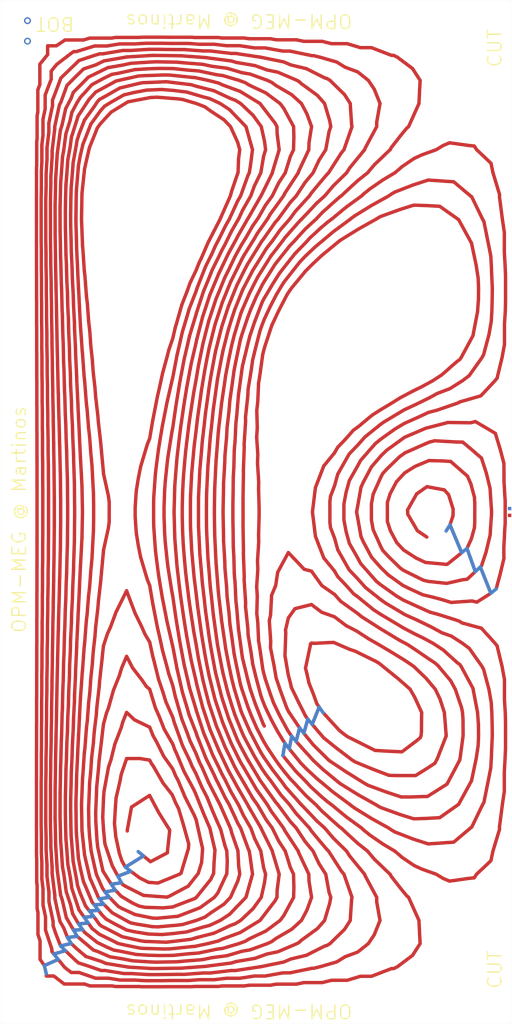
<source format=kicad_pcb>
(kicad_pcb (version 20221018) (generator pcbnew)
  (layers (0 "F.Cu" signal) (31 "B.Cu" signal) (34 "B.Paste" user) (35 "F.Paste" user) (36 "B.SilkS" user "B.Silkscreen") (37 "F.SilkS" user "F.Silkscreen") (38 "B.Mask" user) (39 "F.Mask" user) (44 "Edge.Cuts" user))
  (net 0 "")
  (net 1 "Net-(J1-Pin_1)")
  (footprint "Library:SolderWirePad_1x01_SMD_5x10mm_custom" (layer "F.Cu") (at 746.5 755)
    (fp_text reference "J2")
    (fp_text value "Conn_01x01_Socket" hide)
  )
  (footprint "Library:SolderWirePad_1x01_SMD_5x10mm_custom" (layer "F.Cu") (at 746.5 745)
    (fp_text reference "J1")
    (fp_text value "Conn_01x01_Socket" hide)
  )
  (footprint "Library:Banana_Jack_2Pin_Vert" (layer "F.Cu") (at 25 45)
    (fp_text reference "J1")
    (fp_text value "Conn_01x02_Socket")
  )
  (gr_rect locked (start 0 0) (end 750 1500) (stroke (width 0.1)) (fill none) (layer "Edge.Cuts"))
  (gr_text "OPM-MEG @ Martinos" (at 350 1481.501546 180) (layer "F.SilkS") (effects (font (size 20 20) (thickness 2))))
  (gr_text "OPM-MEG @ Martinos" (at 350 30.813458 180) (layer "F.SilkS") (effects (font (size 20 20) (thickness 2))))
  (gr_text "OPM-MEG @ Martinos" (at 28.031697 761.025582 90) (layer "F.SilkS") (effects (font (size 20 20) (thickness 2))))
  (gr_text "CUT" (at 724.862696 100 90) (layer "F.SilkS") (effects (font (size 20 20) (thickness 2)) (justify left)))
  (gr_text "CUT" (at 724.862696 1450 90) (layer "F.SilkS") (effects (font (size 20 20) (thickness 2)) (justify left)))
  (gr_text "BOT" (at 110 35 180) (layer "F.SilkS") (effects (font (size 20 20) (thickness 2)) (justify left)))
  (segment (start 186.42 1217.3380) (end 186.45 1216.10) (width 5.00) (layer F.Cu) (net 1))
  (segment (start 186.45 1216.0992) (end 192.59 1182.31) (width 5.00) (layer F.Cu) (net 1))
  (segment (start 192.59 1182.3131) (end 192.59 1182.31) (width 5.00) (layer F.Cu) (net 1))
  (segment (start 192.59 1182.3131) (end 219.12 1165.24) (width 5.00) (layer F.Cu) (net 1))
  (segment (start 219.12 1165.2392) (end 232.39 1190.21) (width 5.00) (layer F.Cu) (net 1))
  (segment (start 232.39 1190.2117) (end 248.44 1215.86) (width 5.00) (layer F.Cu) (net 1))
  (segment (start 248.44 1215.8555) (end 248.39 1218.11) (width 5.00) (layer F.Cu) (net 1))
  (segment (start 248.39 1218.1111) (end 245.08 1249.40) (width 5.00) (layer F.Cu) (net 1))
  (segment (start 245.08 1249.4049) (end 220.36 1262.36) (width 5.00) (layer F.Cu) (net 1))
  (segment (start 220.36 1262.3563) (end 210.10 1253.87) (width 5.00) (layer F.Cu) (net 1))
  (segment (start 210.10 1253.8735) (end 183.59 1270.35) (width 5.00) (layer F.Cu) (net 1))
  (segment (start 183.59 1270.3454) (end 178.38 1260.69) (width 5.00) (layer F.Cu) (net 1))
  (segment (start 178.38 1260.6925) (end 174.84 1250.23) (width 5.00) (layer F.Cu) (net 1))
  (segment (start 174.84 1250.2254) (end 169.58 1225.76) (width 5.00) (layer F.Cu) (net 1))
  (segment (start 169.58 1225.7606) (end 167.68 1206.48) (width 5.00) (layer F.Cu) (net 1))
  (segment (start 167.68 1206.4810) (end 168.70 1187.38) (width 5.00) (layer F.Cu) (net 1))
  (segment (start 168.70 1187.3789) (end 170.01 1168.93) (width 5.00) (layer F.Cu) (net 1))
  (segment (start 170.01 1168.9276) (end 175.73 1144.45) (width 5.00) (layer F.Cu) (net 1))
  (segment (start 175.73 1144.4505) (end 177.59 1134.40) (width 5.00) (layer F.Cu) (net 1))
  (segment (start 177.59 1134.3956) (end 177.59 1134.40) (width 5.00) (layer F.Cu) (net 1))
  (segment (start 177.59 1134.3956) (end 185.42 1111.28) (width 5.00) (layer F.Cu) (net 1))
  (segment (start 185.42 1111.2828) (end 204.95 1111.22) (width 5.00) (layer F.Cu) (net 1))
  (segment (start 204.95 1111.2213) (end 219.27 1113.55) (width 5.00) (layer F.Cu) (net 1))
  (segment (start 219.27 1113.5463) (end 221.55 1118.14) (width 5.00) (layer F.Cu) (net 1))
  (segment (start 221.55 1118.1365) (end 224.67 1122.54) (width 5.00) (layer F.Cu) (net 1))
  (segment (start 224.67 1122.5441) (end 238.83 1147.10) (width 5.00) (layer F.Cu) (net 1))
  (segment (start 238.83 1147.0958) (end 252.28 1164.34) (width 5.00) (layer F.Cu) (net 1))
  (segment (start 252.28 1164.3435) (end 256.97 1175.53) (width 5.00) (layer F.Cu) (net 1))
  (segment (start 256.97 1175.5323) (end 261.64 1184.76) (width 5.00) (layer F.Cu) (net 1))
  (segment (start 261.64 1184.7623) (end 268.44 1207.52) (width 5.00) (layer F.Cu) (net 1))
  (segment (start 268.44 1207.5204) (end 276.51 1236.51) (width 5.00) (layer F.Cu) (net 1))
  (segment (start 276.51 1236.5130) (end 275.91 1243.31) (width 5.00) (layer F.Cu) (net 1))
  (segment (start 275.91 1243.3093) (end 265.15 1279.21) (width 5.00) (layer F.Cu) (net 1))
  (segment (start 265.15 1279.2062) (end 263.13 1280.58) (width 5.00) (layer F.Cu) (net 1))
  (segment (start 263.13 1280.5819) (end 231.42 1293.62) (width 5.00) (layer F.Cu) (net 1))
  (segment (start 231.42 1293.6152) (end 217.50 1292.60) (width 5.00) (layer F.Cu) (net 1))
  (segment (start 217.50 1292.5955) (end 204.51 1286.03) (width 5.00) (layer F.Cu) (net 1))
  (segment (start 204.51 1286.0251) (end 191.57 1276.38) (width 5.00) (layer F.Cu) (net 1))
  (segment (start 191.57 1276.3804) (end 172.70 1283.58) (width 5.00) (layer F.Cu) (net 1))
  (segment (start 172.70 1283.5760) (end 164.39 1268.20) (width 5.00) (layer F.Cu) (net 1))
  (segment (start 164.39 1268.2031) (end 154.08 1237.64) (width 5.00) (layer F.Cu) (net 1))
  (segment (start 154.08 1237.6386) (end 153.51 1234.99) (width 5.00) (layer F.Cu) (net 1))
  (segment (start 153.51 1234.9909) (end 151.56 1215.21) (width 5.00) (layer F.Cu) (net 1))
  (segment (start 151.56 1215.2078) (end 150.50 1197.83) (width 5.00) (layer F.Cu) (net 1))
  (segment (start 150.50 1197.8315) (end 150.48 1196.60) (width 5.00) (layer F.Cu) (net 1))
  (segment (start 150.48 1196.6006) (end 151.56 1170.17) (width 5.00) (layer F.Cu) (net 1))
  (segment (start 151.56 1170.1659) (end 152.37 1158.80) (width 5.00) (layer F.Cu) (net 1))
  (segment (start 152.37 1158.7960) (end 152.62 1157.73) (width 5.00) (layer F.Cu) (net 1))
  (segment (start 152.62 1157.7271) (end 158.92 1123.67) (width 5.00) (layer F.Cu) (net 1))
  (segment (start 158.92 1123.6691) (end 162.47 1113.18) (width 5.00) (layer F.Cu) (net 1))
  (segment (start 162.47 1113.1809) (end 168.20 1090.11) (width 5.00) (layer F.Cu) (net 1))
  (segment (start 168.20 1090.1146) (end 177.66 1065.57) (width 5.00) (layer F.Cu) (net 1))
  (segment (start 177.66 1065.5672) (end 179.77 1057.87) (width 5.00) (layer F.Cu) (net 1))
  (segment (start 179.77 1057.8678) (end 179.77 1057.87) (width 5.00) (layer F.Cu) (net 1))
  (segment (start 179.77 1057.8678) (end 185.42 1043.63) (width 5.00) (layer F.Cu) (net 1))
  (segment (start 185.42 1043.6279) (end 196.94 1054.49) (width 5.00) (layer F.Cu) (net 1))
  (segment (start 196.94 1054.4916) (end 219.27 1065.29) (width 5.00) (layer F.Cu) (net 1))
  (segment (start 219.27 1065.2922) (end 224.16 1077.75) (width 5.00) (layer F.Cu) (net 1))
  (segment (start 224.16 1077.7474) (end 229.00 1086.14) (width 5.00) (layer F.Cu) (net 1))
  (segment (start 229.00 1086.1428) (end 239.70 1107.71) (width 5.00) (layer F.Cu) (net 1))
  (segment (start 239.70 1107.7113) (end 253.12 1126.68) (width 5.00) (layer F.Cu) (net 1))
  (segment (start 253.12 1126.6817) (end 257.23 1136.56) (width 5.00) (layer F.Cu) (net 1))
  (segment (start 257.23 1136.5597) (end 260.93 1143.48) (width 5.00) (layer F.Cu) (net 1))
  (segment (start 260.93 1143.4790) (end 270.95 1167.38) (width 5.00) (layer F.Cu) (net 1))
  (segment (start 270.95 1167.3849) (end 284.69 1194.58) (width 5.00) (layer F.Cu) (net 1))
  (segment (start 284.69 1194.5822) (end 286.17 1198.29) (width 5.00) (layer F.Cu) (net 1))
  (segment (start 286.17 1198.2856) (end 287.34 1201.01) (width 5.00) (layer F.Cu) (net 1))
  (segment (start 287.34 1201.0123) (end 294.18 1232.01) (width 5.00) (layer F.Cu) (net 1))
  (segment (start 294.18 1232.0090) (end 296.78 1243.12) (width 5.00) (layer F.Cu) (net 1))
  (segment (start 296.78 1243.1171) (end 295.31 1263.50) (width 5.00) (layer F.Cu) (net 1))
  (segment (start 295.31 1263.4960) (end 290.33 1279.58) (width 5.00) (layer F.Cu) (net 1))
  (segment (start 290.33 1279.5847) (end 275.76 1298.12) (width 5.00) (layer F.Cu) (net 1))
  (segment (start 275.76 1298.1216) (end 248.15 1312.85) (width 5.00) (layer F.Cu) (net 1))
  (segment (start 248.15 1312.8505) (end 244.72 1314.26) (width 5.00) (layer F.Cu) (net 1))
  (segment (start 244.72 1314.2633) (end 210.24 1311.74) (width 5.00) (layer F.Cu) (net 1))
  (segment (start 210.24 1311.7373) (end 183.83 1298.38) (width 5.00) (layer F.Cu) (net 1))
  (segment (start 183.83 1298.3823) (end 179.94 1296.05) (width 5.00) (layer F.Cu) (net 1))
  (segment (start 179.94 1296.0495) (end 179.20 1295.28) (width 5.00) (layer F.Cu) (net 1))
  (segment (start 179.20 1295.2786) (end 177.91 1293.23) (width 5.00) (layer F.Cu) (net 1))
  (segment (start 177.91 1293.2253) (end 177.83 1293.08) (width 5.00) (layer F.Cu) (net 1))
  (segment (start 177.83 1293.0760) (end 162.94 1295.42) (width 5.00) (layer F.Cu) (net 1))
  (segment (start 162.94 1295.4247) (end 151.16 1276.69) (width 5.00) (layer F.Cu) (net 1))
  (segment (start 151.16 1276.6878) (end 150.68 1275.59) (width 5.00) (layer F.Cu) (net 1))
  (segment (start 150.68 1275.5857) (end 150.50 1274.83) (width 5.00) (layer F.Cu) (net 1))
  (segment (start 150.50 1274.8289) (end 143.08 1240.98) (width 5.00) (layer F.Cu) (net 1))
  (segment (start 143.08 1240.9801) (end 141.99 1230.61) (width 5.00) (layer F.Cu) (net 1))
  (segment (start 141.99 1230.6110) (end 140.34 1203.67) (width 5.00) (layer F.Cu) (net 1))
  (segment (start 140.34 1203.6671) (end 140.12 1190.65) (width 5.00) (layer F.Cu) (net 1))
  (segment (start 140.12 1190.6485) (end 141.20 1164.29) (width 5.00) (layer F.Cu) (net 1))
  (segment (start 141.20 1164.2873) (end 141.64 1152.64) (width 5.00) (layer F.Cu) (net 1))
  (segment (start 141.64 1152.6366) (end 144.51 1123.50) (width 5.00) (layer F.Cu) (net 1))
  (segment (start 144.51 1123.4959) (end 145.03 1115.69) (width 5.00) (layer F.Cu) (net 1))
  (segment (start 145.03 1115.6928) (end 149.10 1081.97) (width 5.00) (layer F.Cu) (net 1))
  (segment (start 149.10 1081.9678) (end 149.31 1079.26) (width 5.00) (layer F.Cu) (net 1))
  (segment (start 149.31 1079.2605) (end 151.56 1060.69) (width 5.00) (layer F.Cu) (net 1))
  (segment (start 151.56 1060.6919) (end 156.07 1044.26) (width 5.00) (layer F.Cu) (net 1))
  (segment (start 156.07 1044.2555) (end 158.73 1037.55) (width 5.00) (layer F.Cu) (net 1))
  (segment (start 158.73 1037.5506) (end 166.17 1011.17) (width 5.00) (layer F.Cu) (net 1))
  (segment (start 166.17 1011.1699) (end 174.93 989.36) (width 5.00) (layer F.Cu) (net 1))
  (segment (start 174.93 989.3553) (end 177.98 979.06) (width 5.00) (layer F.Cu) (net 1))
  (segment (start 177.98 979.0615) (end 177.98 979.06) (width 5.00) (layer F.Cu) (net 1))
  (segment (start 177.98 979.0615) (end 185.42 961.47) (width 5.00) (layer F.Cu) (net 1))
  (segment (start 185.42 961.4665) (end 194.17 978.30) (width 5.00) (layer F.Cu) (net 1))
  (segment (start 194.17 978.3032) (end 208.08 996.35) (width 5.00) (layer F.Cu) (net 1))
  (segment (start 208.08 996.3490) (end 214.39 1005.58) (width 5.00) (layer F.Cu) (net 1))
  (segment (start 214.39 1005.5784) (end 219.27 1009.83) (width 5.00) (layer F.Cu) (net 1))
  (segment (start 219.27 1009.8262) (end 227.56 1036.90) (width 5.00) (layer F.Cu) (net 1))
  (segment (start 227.56 1036.9023) (end 233.23 1049.69) (width 5.00) (layer F.Cu) (net 1))
  (segment (start 233.23 1049.6870) (end 240.55 1068.33) (width 5.00) (layer F.Cu) (net 1))
  (segment (start 240.55 1068.3315) (end 253.12 1090.14) (width 5.00) (layer F.Cu) (net 1))
  (segment (start 253.12 1090.1441) (end 256.03 1098.33) (width 5.00) (layer F.Cu) (net 1))
  (segment (start 256.03 1098.3284) (end 258.27 1103.00) (width 5.00) (layer F.Cu) (net 1))
  (segment (start 258.27 1102.9963) (end 269.35 1129.68) (width 5.00) (layer F.Cu) (net 1))
  (segment (start 269.35 1129.6770) (end 284.00 1157.04) (width 5.00) (layer F.Cu) (net 1))
  (segment (start 284.00 1157.0425) (end 284.92 1159.24) (width 5.00) (layer F.Cu) (net 1))
  (segment (start 284.92 1159.2374) (end 286.19 1161.73) (width 5.00) (layer F.Cu) (net 1))
  (segment (start 286.19 1161.7345) (end 298.11 1191.55) (width 5.00) (layer F.Cu) (net 1))
  (segment (start 298.11 1191.5524) (end 307.51 1213.51) (width 5.00) (layer F.Cu) (net 1))
  (segment (start 307.51 1213.5066) (end 308.83 1219.50) (width 5.00) (layer F.Cu) (net 1))
  (segment (start 308.83 1219.4962) (end 314.88 1245.32) (width 5.00) (layer F.Cu) (net 1))
  (segment (start 314.88 1245.3181) (end 313.54 1263.79) (width 5.00) (layer F.Cu) (net 1))
  (segment (start 313.54 1263.7935) (end 312.93 1279.31) (width 5.00) (layer F.Cu) (net 1))
  (segment (start 312.93 1279.3054) (end 308.70 1288.35) (width 5.00) (layer F.Cu) (net 1))
  (segment (start 308.70 1288.3451) (end 287.38 1314.88) (width 5.00) (layer F.Cu) (net 1))
  (segment (start 287.38 1314.8815) (end 285.73 1316.08) (width 5.00) (layer F.Cu) (net 1))
  (segment (start 285.73 1316.0781) (end 283.92 1316.78) (width 5.00) (layer F.Cu) (net 1))
  (segment (start 283.92 1316.7777) (end 252.91 1328.67) (width 5.00) (layer F.Cu) (net 1))
  (segment (start 252.91 1328.6681) (end 238.63 1330.02) (width 5.00) (layer F.Cu) (net 1))
  (segment (start 238.63 1330.0168) (end 212.33 1329.16) (width 5.00) (layer F.Cu) (net 1))
  (segment (start 212.33 1329.1554) (end 203.64 1327.37) (width 5.00) (layer F.Cu) (net 1))
  (segment (start 203.64 1327.3711) (end 194.15 1322.97) (width 5.00) (layer F.Cu) (net 1))
  (segment (start 194.15 1322.9657) (end 177.49 1312.99) (width 5.00) (layer F.Cu) (net 1))
  (segment (start 177.49 1312.9868) (end 168.85 1303.98) (width 5.00) (layer F.Cu) (net 1))
  (segment (start 168.85 1303.9810) (end 153.67 1306.69) (width 5.00) (layer F.Cu) (net 1))
  (segment (start 153.67 1306.6854) (end 149.80 1300.53) (width 5.00) (layer F.Cu) (net 1))
  (segment (start 149.80 1300.5319) (end 141.20 1280.95) (width 5.00) (layer F.Cu) (net 1))
  (segment (start 141.20 1280.9485) (end 138.03 1267.50) (width 5.00) (layer F.Cu) (net 1))
  (segment (start 138.03 1267.5012) (end 133.44 1246.52) (width 5.00) (layer F.Cu) (net 1))
  (segment (start 133.44 1246.5217) (end 131.09 1224.35) (width 5.00) (layer F.Cu) (net 1))
  (segment (start 131.09 1224.3513) (end 130.18 1209.50) (width 5.00) (layer F.Cu) (net 1))
  (segment (start 130.18 1209.5026) (end 129.75 1184.70) (width 5.00) (layer F.Cu) (net 1))
  (segment (start 129.75 1184.6964) (end 130.33 1170.53) (width 5.00) (layer F.Cu) (net 1))
  (segment (start 130.33 1170.5261) (end 131.25 1146.67) (width 5.00) (layer F.Cu) (net 1))
  (segment (start 131.25 1146.6671) (end 132.87 1130.18) (width 5.00) (layer F.Cu) (net 1))
  (segment (start 132.87 1130.1798) (end 134.25 1109.50) (width 5.00) (layer F.Cu) (net 1))
  (segment (start 134.25 1109.5034) (end 136.72 1089.08) (width 5.00) (layer F.Cu) (net 1))
  (segment (start 136.72 1089.0799) (end 137.95 1072.74) (width 5.00) (layer F.Cu) (net 1))
  (segment (start 137.95 1072.7388) (end 140.99 1047.74) (width 5.00) (layer F.Cu) (net 1))
  (segment (start 140.99 1047.7398) (end 141.84 1036.09) (width 5.00) (layer F.Cu) (net 1))
  (segment (start 141.84 1036.0854) (end 145.24 1006.41) (width 5.00) (layer F.Cu) (net 1))
  (segment (start 145.24 1006.4109) (end 145.73 999.43) (width 5.00) (layer F.Cu) (net 1))
  (segment (start 145.73 999.4272) (end 149.51 965.07) (width 5.00) (layer F.Cu) (net 1))
  (segment (start 149.51 965.0660) (end 149.67 962.80) (width 5.00) (layer F.Cu) (net 1))
  (segment (start 149.67 962.8047) (end 149.67 962.80) (width 5.00) (layer F.Cu) (net 1))
  (segment (start 149.67 962.8047) (end 151.56 946.01) (width 5.00) (layer F.Cu) (net 1))
  (segment (start 151.56 946.0087) (end 157.37 928.33) (width 5.00) (layer F.Cu) (net 1))
  (segment (start 157.37 928.3340) (end 161.57 919.25) (width 5.00) (layer F.Cu) (net 1))
  (segment (start 161.57 919.2519) (end 169.96 896.68) (width 5.00) (layer F.Cu) (net 1))
  (segment (start 169.96 896.6793) (end 184.64 867.11) (width 5.00) (layer F.Cu) (net 1))
  (segment (start 184.64 867.1101) (end 184.93 866.39) (width 5.00) (layer F.Cu) (net 1))
  (segment (start 184.93 866.3876) (end 185.42 865.37) (width 5.00) (layer F.Cu) (net 1))
  (segment (start 185.42 865.3691) (end 185.75 866.47) (width 5.00) (layer F.Cu) (net 1))
  (segment (start 185.75 866.4744) (end 185.95 866.98) (width 5.00) (layer F.Cu) (net 1))
  (segment (start 185.95 866.9753) (end 197.85 898.41) (width 5.00) (layer F.Cu) (net 1))
  (segment (start 197.85 898.4136) (end 207.62 918.31) (width 5.00) (layer F.Cu) (net 1))
  (segment (start 207.62 918.3114) (end 212.31 928.99) (width 5.00) (layer F.Cu) (net 1))
  (segment (start 212.31 928.9946) (end 219.27 940.75) (width 5.00) (layer F.Cu) (net 1))
  (segment (start 219.27 940.7472) (end 223.71 961.34) (width 5.00) (layer F.Cu) (net 1))
  (segment (start 223.71 961.3382) (end 225.36 967.39) (width 5.00) (layer F.Cu) (net 1))
  (segment (start 225.36 967.3858) (end 232.30 995.29) (width 5.00) (layer F.Cu) (net 1))
  (segment (start 232.30 995.2929) (end 238.64 1013.90) (width 5.00) (layer F.Cu) (net 1))
  (segment (start 238.64 1013.9015) (end 242.97 1028.05) (width 5.00) (layer F.Cu) (net 1))
  (segment (start 242.97 1028.0528) (end 253.12 1050.95) (width 5.00) (layer F.Cu) (net 1))
  (segment (start 253.12 1050.9461) (end 255.62 1059.68) (width 5.00) (layer F.Cu) (net 1))
  (segment (start 255.62 1059.6758) (end 257.07 1063.38) (width 5.00) (layer F.Cu) (net 1))
  (segment (start 257.07 1063.3768) (end 267.21 1091.91) (width 5.00) (layer F.Cu) (net 1))
  (segment (start 267.21 1091.9071) (end 278.04 1114.51) (width 5.00) (layer F.Cu) (net 1))
  (segment (start 278.04 1114.5065) (end 281.48 1122.79) (width 5.00) (layer F.Cu) (net 1))
  (segment (start 281.48 1122.7943) (end 286.74 1132.62) (width 5.00) (layer F.Cu) (net 1))
  (segment (start 286.74 1132.6217) (end 295.50 1152.79) (width 5.00) (layer F.Cu) (net 1))
  (segment (start 295.50 1152.7906) (end 303.36 1168.09) (width 5.00) (layer F.Cu) (net 1))
  (segment (start 303.36 1168.0859) (end 310.05 1184.82) (width 5.00) (layer F.Cu) (net 1))
  (segment (start 310.05 1184.8193) (end 316.38 1199.62) (width 5.00) (layer F.Cu) (net 1))
  (segment (start 316.38 1199.6156) (end 323.36 1215.44) (width 5.00) (layer F.Cu) (net 1))
  (segment (start 323.36 1215.4355) (end 329.32 1238.25) (width 5.00) (layer F.Cu) (net 1))
  (segment (start 329.32 1238.2465) (end 332.16 1246.44) (width 5.00) (layer F.Cu) (net 1))
  (segment (start 332.16 1246.4425) (end 332.92 1261.99) (width 5.00) (layer F.Cu) (net 1))
  (segment (start 332.92 1261.9863) (end 332.21 1279.97) (width 5.00) (layer F.Cu) (net 1))
  (segment (start 332.21 1279.9747) (end 318.97 1308.28) (width 5.00) (layer F.Cu) (net 1))
  (segment (start 318.97 1308.2786) (end 313.85 1314.66) (width 5.00) (layer F.Cu) (net 1))
  (segment (start 313.85 1314.6558) (end 292.96 1329.79) (width 5.00) (layer F.Cu) (net 1))
  (segment (start 292.96 1329.7942) (end 270.09 1338.65) (width 5.00) (layer F.Cu) (net 1))
  (segment (start 270.09 1338.6452) (end 260.49 1342.32) (width 5.00) (layer F.Cu) (net 1))
  (segment (start 260.49 1342.3231) (end 230.21 1345.18) (width 5.00) (layer F.Cu) (net 1))
  (segment (start 230.21 1345.1826) (end 223.21 1344.95) (width 5.00) (layer F.Cu) (net 1))
  (segment (start 223.21 1344.9533) (end 197.66 1339.71) (width 5.00) (layer F.Cu) (net 1))
  (segment (start 197.66 1339.7072) (end 178.02 1330.59) (width 5.00) (layer F.Cu) (net 1))
  (segment (start 178.02 1330.5932) (end 173.46 1328.06) (width 5.00) (layer F.Cu) (net 1))
  (segment (start 173.46 1328.0619) (end 167.38 1321.94) (width 5.00) (layer F.Cu) (net 1))
  (segment (start 167.38 1321.9371) (end 160.22 1314.47) (width 5.00) (layer F.Cu) (net 1))
  (segment (start 160.22 1314.4698) (end 145.31 1316.85) (width 5.00) (layer F.Cu) (net 1))
  (segment (start 145.31 1316.8464) (end 144.58 1315.91) (width 5.00) (layer F.Cu) (net 1))
  (segment (start 144.58 1315.9117) (end 141.57 1308.72) (width 5.00) (layer F.Cu) (net 1))
  (segment (start 141.57 1308.7151) (end 131.73 1286.31) (width 5.00) (layer F.Cu) (net 1))
  (segment (start 131.73 1286.3113) (end 125.57 1260.17) (width 5.00) (layer F.Cu) (net 1))
  (segment (start 125.57 1260.1735) (end 123.79 1252.06) (width 5.00) (layer F.Cu) (net 1))
  (segment (start 123.79 1252.0632) (end 120.19 1218.09) (width 5.00) (layer F.Cu) (net 1))
  (segment (start 120.19 1218.0916) (end 120.02 1215.34) (width 5.00) (layer F.Cu) (net 1))
  (segment (start 120.02 1215.3382) (end 119.39 1178.74) (width 5.00) (layer F.Cu) (net 1))
  (segment (start 119.39 1178.7442) (end 119.47 1176.76) (width 5.00) (layer F.Cu) (net 1))
  (segment (start 119.47 1176.7649) (end 120.86 1140.70) (width 5.00) (layer F.Cu) (net 1))
  (segment (start 120.86 1140.6977) (end 121.23 1136.86) (width 5.00) (layer F.Cu) (net 1))
  (segment (start 121.23 1136.8636) (end 123.48 1103.31) (width 5.00) (layer F.Cu) (net 1))
  (segment (start 123.48 1103.3140) (end 124.34 1096.19) (width 5.00) (layer F.Cu) (net 1))
  (segment (start 124.34 1096.1919) (end 126.60 1066.22) (width 5.00) (layer F.Cu) (net 1))
  (segment (start 126.60 1066.2172) (end 127.93 1055.24) (width 5.00) (layer F.Cu) (net 1))
  (segment (start 127.93 1055.2394) (end 129.85 1029.19) (width 5.00) (layer F.Cu) (net 1))
  (segment (start 129.85 1029.1934) (end 131.55 1014.27) (width 5.00) (layer F.Cu) (net 1))
  (segment (start 131.55 1014.2714) (end 133.11 992.18) (width 5.00) (layer F.Cu) (net 1))
  (segment (start 133.11 992.1777) (end 135.19 973.29) (width 5.00) (layer F.Cu) (net 1))
  (segment (start 135.19 973.2945) (end 136.48 955.22) (width 5.00) (layer F.Cu) (net 1))
  (segment (start 136.48 955.2249) (end 139.07 932.18) (width 5.00) (layer F.Cu) (net 1))
  (segment (start 139.07 932.1761) (end 140.11 918.42) (width 5.00) (layer F.Cu) (net 1))
  (segment (start 140.11 918.4249) (end 143.33 890.84) (width 5.00) (layer F.Cu) (net 1))
  (segment (start 143.33 890.8394) (end 144.04 881.79) (width 5.00) (layer F.Cu) (net 1))
  (segment (start 144.04 881.7931) (end 147.71 849.44) (width 5.00) (layer F.Cu) (net 1))
  (segment (start 147.71 849.4370) (end 148.02 845.19) (width 5.00) (layer F.Cu) (net 1))
  (segment (start 148.02 845.1853) (end 151.44 808.40) (width 5.00) (layer F.Cu) (net 1))
  (segment (start 151.44 808.4031) (end 151.45 808.27) (width 5.00) (layer F.Cu) (net 1))
  (segment (start 151.45 808.2677) (end 151.56 806.13) (width 5.00) (layer F.Cu) (net 1))
  (segment (start 151.56 806.1252) (end 158.72 773.56) (width 5.00) (layer F.Cu) (net 1))
  (segment (start 158.72 773.5582) (end 159.93 764.64) (width 5.00) (layer F.Cu) (net 1))
  (segment (start 159.93 764.6376) (end 159.94 735.37) (width 5.00) (layer F.Cu) (net 1))
  (segment (start 159.94 735.3681) (end 158.74 726.43) (width 5.00) (layer F.Cu) (net 1))
  (segment (start 158.74 726.4331) (end 151.56 693.74) (width 5.00) (layer F.Cu) (net 1))
  (segment (start 151.56 693.7361) (end 151.45 691.73) (width 5.00) (layer F.Cu) (net 1))
  (segment (start 151.45 691.7280) (end 151.45 691.60) (width 5.00) (layer F.Cu) (net 1))
  (segment (start 151.45 691.6014) (end 148.02 654.81) (width 5.00) (layer F.Cu) (net 1))
  (segment (start 148.02 654.8106) (end 147.71 650.57) (width 5.00) (layer F.Cu) (net 1))
  (segment (start 147.71 650.5673) (end 144.05 618.21) (width 5.00) (layer F.Cu) (net 1))
  (segment (start 144.05 618.2051) (end 143.33 609.16) (width 5.00) (layer F.Cu) (net 1))
  (segment (start 143.33 609.1619) (end 140.11 581.58) (width 5.00) (layer F.Cu) (net 1))
  (segment (start 140.11 581.5769) (end 139.06 567.82) (width 5.00) (layer F.Cu) (net 1))
  (segment (start 139.06 567.8206) (end 136.47 544.78) (width 5.00) (layer F.Cu) (net 1))
  (segment (start 136.47 544.7805) (end 135.17 526.70) (width 5.00) (layer F.Cu) (net 1))
  (segment (start 135.17 526.6982) (end 133.09 507.83) (width 5.00) (layer F.Cu) (net 1))
  (segment (start 133.09 507.8300) (end 131.53 485.72) (width 5.00) (layer F.Cu) (net 1))
  (segment (start 131.53 485.7194) (end 129.83 470.81) (width 5.00) (layer F.Cu) (net 1))
  (segment (start 129.83 470.8149) (end 127.92 444.75) (width 5.00) (layer F.Cu) (net 1))
  (segment (start 127.92 444.7520) (end 126.59 433.79) (width 5.00) (layer F.Cu) (net 1))
  (segment (start 126.59 433.7898) (end 124.33 403.80) (width 5.00) (layer F.Cu) (net 1))
  (segment (start 124.33 403.8018) (end 123.47 396.69) (width 5.00) (layer F.Cu) (net 1))
  (segment (start 123.47 396.6908) (end 121.23 363.13) (width 5.00) (layer F.Cu) (net 1))
  (segment (start 121.23 363.1320) (end 120.85 359.31) (width 5.00) (layer F.Cu) (net 1))
  (segment (start 120.85 359.3063) (end 119.46 323.23) (width 5.00) (layer F.Cu) (net 1))
  (segment (start 119.46 323.2308) (end 119.38 321.26) (width 5.00) (layer F.Cu) (net 1))
  (segment (start 119.38 321.2599) (end 120.01 284.66) (width 5.00) (layer F.Cu) (net 1))
  (segment (start 120.01 284.6565) (end 120.18 281.91) (width 5.00) (layer F.Cu) (net 1))
  (segment (start 120.18 281.9150) (end 123.78 247.93) (width 5.00) (layer F.Cu) (net 1))
  (segment (start 123.78 247.9320) (end 125.35 240.38) (width 5.00) (layer F.Cu) (net 1))
  (segment (start 125.35 240.3758) (end 130.92 216.37) (width 5.00) (layer F.Cu) (net 1))
  (segment (start 130.92 216.3680) (end 139.95 193.97) (width 5.00) (layer F.Cu) (net 1))
  (segment (start 139.95 193.9686) (end 142.51 187.43) (width 5.00) (layer F.Cu) (net 1))
  (segment (start 142.51 187.4306) (end 142.51 187.43) (width 5.00) (layer F.Cu) (net 1))
  (segment (start 142.51 187.4306) (end 146.73 181.59) (width 5.00) (layer F.Cu) (net 1))
  (segment (start 146.73 181.5897) (end 162.55 164.36) (width 5.00) (layer F.Cu) (net 1))
  (segment (start 162.55 164.3625) (end 187.01 149.35) (width 5.00) (layer F.Cu) (net 1))
  (segment (start 187.01 149.3522) (end 187.44 149.13) (width 5.00) (layer F.Cu) (net 1))
  (segment (start 187.44 149.1325) (end 188.53 148.89) (width 5.00) (layer F.Cu) (net 1))
  (segment (start 188.53 148.8861) (end 220.81 142.75) (width 5.00) (layer F.Cu) (net 1))
  (segment (start 220.81 142.7490) (end 230.34 142.35) (width 5.00) (layer F.Cu) (net 1))
  (segment (start 230.34 142.3503) (end 259.97 144.73) (width 5.00) (layer F.Cu) (net 1))
  (segment (start 259.97 144.7310) (end 267.31 145.61) (width 5.00) (layer F.Cu) (net 1))
  (segment (start 267.31 145.6114) (end 287.43 151.56) (width 5.00) (layer F.Cu) (net 1))
  (segment (start 287.43 151.5617) (end 300.00 156.39) (width 5.00) (layer F.Cu) (net 1))
  (segment (start 300.00 156.3943) (end 309.47 163.21) (width 5.00) (layer F.Cu) (net 1))
  (segment (start 309.47 163.2076) (end 327.99 175.37) (width 5.00) (layer F.Cu) (net 1))
  (segment (start 327.99 175.3741) (end 337.63 185.42) (width 5.00) (layer F.Cu) (net 1))
  (segment (start 337.63 185.4156) (end 348.04 208.17) (width 5.00) (layer F.Cu) (net 1))
  (segment (start 348.04 208.1670) (end 351.16 219.27) (width 5.00) (layer F.Cu) (net 1))
  (segment (start 351.16 219.2695) (end 349.43 232.79) (width 5.00) (layer F.Cu) (net 1))
  (segment (start 349.43 232.7897) (end 348.67 252.65) (width 5.00) (layer F.Cu) (net 1))
  (segment (start 348.67 252.6467) (end 339.23 280.28) (width 5.00) (layer F.Cu) (net 1))
  (segment (start 339.23 280.2845) (end 337.69 286.32) (width 5.00) (layer F.Cu) (net 1))
  (segment (start 337.69 286.3172) (end 322.03 321.78) (width 5.00) (layer F.Cu) (net 1))
  (segment (start 322.03 321.7841) (end 321.97 321.93) (width 5.00) (layer F.Cu) (net 1))
  (segment (start 321.97 321.9337) (end 321.89 322.12) (width 5.00) (layer F.Cu) (net 1))
  (segment (start 321.89 322.1159) (end 304.91 354.97) (width 5.00) (layer F.Cu) (net 1))
  (segment (start 304.91 354.9675) (end 294.45 379.21) (width 5.00) (layer F.Cu) (net 1))
  (segment (start 294.45 379.2106) (end 291.54 385.08) (width 5.00) (layer F.Cu) (net 1))
  (segment (start 291.54 385.0786) (end 287.43 395.53) (width 5.00) (layer F.Cu) (net 1))
  (segment (start 287.43 395.5282) (end 278.39 414.51) (width 5.00) (layer F.Cu) (net 1))
  (segment (start 278.39 414.5125) (end 273.99 426.91) (width 5.00) (layer F.Cu) (net 1))
  (segment (start 273.99 426.9065) (end 266.33 446.48) (width 5.00) (layer F.Cu) (net 1))
  (segment (start 266.33 446.4767) (end 258.22 474.85) (width 5.00) (layer F.Cu) (net 1))
  (segment (start 258.22 474.8521) (end 256.71 479.84) (width 5.00) (layer F.Cu) (net 1))
  (segment (start 256.71 479.8362) (end 253.12 495.51) (width 5.00) (layer F.Cu) (net 1))
  (segment (start 253.12 495.5093) (end 247.10 513.21) (width 5.00) (layer F.Cu) (net 1))
  (segment (start 247.10 513.2068) (end 245.09 521.28) (width 5.00) (layer F.Cu) (net 1))
  (segment (start 245.09 521.2809) (end 238.10 546.93) (width 5.00) (layer F.Cu) (net 1))
  (segment (start 238.10 546.9271) (end 233.85 566.63) (width 5.00) (layer F.Cu) (net 1))
  (segment (start 233.85 566.6269) (end 230.45 581.42) (width 5.00) (layer F.Cu) (net 1))
  (segment (start 230.45 581.4188) (end 224.75 610.74) (width 5.00) (layer F.Cu) (net 1))
  (segment (start 224.75 610.7431) (end 223.63 616.39) (width 5.00) (layer F.Cu) (net 1))
  (segment (start 223.63 616.3945) (end 219.27 642.20) (width 5.00) (layer F.Cu) (net 1))
  (segment (start 219.27 642.2016) (end 215.80 650.78) (width 5.00) (layer F.Cu) (net 1))
  (segment (start 215.80 650.7825) (end 214.33 655.61) (width 5.00) (layer F.Cu) (net 1))
  (segment (start 214.33 655.6132) (end 205.89 683.98) (width 5.00) (layer F.Cu) (net 1))
  (segment (start 205.89 683.9842) (end 202.46 701.32) (width 5.00) (layer F.Cu) (net 1))
  (segment (start 202.46 701.3224) (end 199.60 719.26) (width 5.00) (layer F.Cu) (net 1))
  (segment (start 199.60 719.2600) (end 197.98 742.78) (width 5.00) (layer F.Cu) (net 1))
  (segment (start 197.98 742.7836) (end 197.98 757.22) (width 5.00) (layer F.Cu) (net 1))
  (segment (start 197.98 757.2188) (end 199.62 780.73) (width 5.00) (layer F.Cu) (net 1))
  (segment (start 199.62 780.7322) (end 202.48 798.69) (width 5.00) (layer F.Cu) (net 1))
  (segment (start 202.48 798.6927) (end 205.92 816.00) (width 5.00) (layer F.Cu) (net 1))
  (segment (start 205.92 816.0013) (end 214.38 844.41) (width 5.00) (layer F.Cu) (net 1))
  (segment (start 214.38 844.4120) (end 215.83 849.20) (width 5.00) (layer F.Cu) (net 1))
  (segment (start 215.83 849.1997) (end 219.27 857.71) (width 5.00) (layer F.Cu) (net 1))
  (segment (start 219.27 857.7061) (end 223.64 883.60) (width 5.00) (layer F.Cu) (net 1))
  (segment (start 223.64 883.5982) (end 224.76 889.27) (width 5.00) (layer F.Cu) (net 1))
  (segment (start 224.76 889.2656) (end 230.45 918.58) (width 5.00) (layer F.Cu) (net 1))
  (segment (start 230.45 918.5771) (end 233.85 933.38) (width 5.00) (layer F.Cu) (net 1))
  (segment (start 233.85 933.3765) (end 238.10 953.07) (width 5.00) (layer F.Cu) (net 1))
  (segment (start 238.10 953.0726) (end 245.09 978.72) (width 5.00) (layer F.Cu) (net 1))
  (segment (start 245.09 978.7172) (end 247.10 986.80) (width 5.00) (layer F.Cu) (net 1))
  (segment (start 247.10 986.7951) (end 253.12 1004.50) (width 5.00) (layer F.Cu) (net 1))
  (segment (start 253.12 1004.4985) (end 256.71 1020.16) (width 5.00) (layer F.Cu) (net 1))
  (segment (start 256.71 1020.1645) (end 258.22 1025.15) (width 5.00) (layer F.Cu) (net 1))
  (segment (start 258.22 1025.1484) (end 266.34 1053.52) (width 5.00) (layer F.Cu) (net 1))
  (segment (start 266.34 1053.5202) (end 273.99 1073.09) (width 5.00) (layer F.Cu) (net 1))
  (segment (start 273.99 1073.0943) (end 278.39 1085.49) (width 5.00) (layer F.Cu) (net 1))
  (segment (start 278.39 1085.4859) (end 286.96 1103.37) (width 5.00) (layer F.Cu) (net 1))
  (segment (start 286.96 1103.3689) (end 292.21 1116.65) (width 5.00) (layer F.Cu) (net 1))
  (segment (start 292.21 1116.6520) (end 296.41 1125.15) (width 5.00) (layer F.Cu) (net 1))
  (segment (start 296.41 1125.1493) (end 305.69 1146.54) (width 5.00) (layer F.Cu) (net 1))
  (segment (start 305.69 1146.5351) (end 321.40 1177.10) (width 5.00) (layer F.Cu) (net 1))
  (segment (start 321.40 1177.1023) (end 321.83 1177.99) (width 5.00) (layer F.Cu) (net 1))
  (segment (start 321.83 1177.9871) (end 322.07 1178.40) (width 5.00) (layer F.Cu) (net 1))
  (segment (start 322.07 1178.4023) (end 323.65 1181.82) (width 5.00) (layer F.Cu) (net 1))
  (segment (start 323.65 1181.8235) (end 337.86 1214.04) (width 5.00) (layer F.Cu) (net 1))
  (segment (start 337.86 1214.0368) (end 339.56 1220.54) (width 5.00) (layer F.Cu) (net 1))
  (segment (start 339.56 1220.5425) (end 348.50 1246.33) (width 5.00) (layer F.Cu) (net 1))
  (segment (start 348.50 1246.3324) (end 349.59 1268.41) (width 5.00) (layer F.Cu) (net 1))
  (segment (start 349.59 1268.4066) (end 351.21 1280.43) (width 5.00) (layer F.Cu) (net 1))
  (segment (start 351.21 1280.4298) (end 348.33 1290.62) (width 5.00) (layer F.Cu) (net 1))
  (segment (start 348.33 1290.6242) (end 337.61 1314.58) (width 5.00) (layer F.Cu) (net 1))
  (segment (start 337.61 1314.5844) (end 327.99 1324.62) (width 5.00) (layer F.Cu) (net 1))
  (segment (start 327.99 1324.6196) (end 309.48 1336.78) (width 5.00) (layer F.Cu) (net 1))
  (segment (start 309.48 1336.7759) (end 300.18 1343.51) (width 5.00) (layer F.Cu) (net 1))
  (segment (start 300.18 1343.5103) (end 287.45 1348.44) (width 5.00) (layer F.Cu) (net 1))
  (segment (start 287.45 1348.4383) (end 267.32 1354.41) (width 5.00) (layer F.Cu) (net 1))
  (segment (start 267.32 1354.4058) (end 259.95 1355.29) (width 5.00) (layer F.Cu) (net 1))
  (segment (start 259.95 1355.2883) (end 231.07 1357.84) (width 5.00) (layer F.Cu) (net 1))
  (segment (start 231.07 1357.8422) (end 223.33 1357.54) (width 5.00) (layer F.Cu) (net 1))
  (segment (start 223.33 1357.5402) (end 200.22 1353.80) (width 5.00) (layer F.Cu) (net 1))
  (segment (start 200.22 1353.7974) (end 191.67 1352.04) (width 5.00) (layer F.Cu) (net 1))
  (segment (start 191.67 1352.0433) (end 187.93 1350.31) (width 5.00) (layer F.Cu) (net 1))
  (segment (start 187.93 1350.3066) (end 164.45 1337.27) (width 5.00) (layer F.Cu) (net 1))
  (segment (start 164.45 1337.2725) (end 151.87 1324.60) (width 5.00) (layer F.Cu) (net 1))
  (segment (start 151.87 1324.6034) (end 138.07 1325.63) (width 5.00) (layer F.Cu) (net 1))
  (segment (start 138.07 1325.6343) (end 134.94 1321.57) (width 5.00) (layer F.Cu) (net 1))
  (segment (start 134.94 1321.5719) (end 125.43 1298.91) (width 5.00) (layer F.Cu) (net 1))
  (segment (start 125.43 1298.9149) (end 122.25 1291.67) (width 5.00) (layer F.Cu) (net 1))
  (segment (start 122.25 1291.6741) (end 117.72 1272.44) (width 5.00) (layer F.Cu) (net 1))
  (segment (start 117.72 1272.4363) (end 114.84 1257.20) (width 5.00) (layer F.Cu) (net 1))
  (segment (start 114.84 1257.2027) (end 114.60 1253.77) (width 5.00) (layer F.Cu) (net 1))
  (segment (start 114.60 1253.7698) (end 111.80 1220.06) (width 5.00) (layer F.Cu) (net 1))
  (segment (start 111.80 1220.0573) (end 111.62 1213.17) (width 5.00) (layer F.Cu) (net 1))
  (segment (start 111.62 1213.1728) (end 111.21 1181.51) (width 5.00) (layer F.Cu) (net 1))
  (segment (start 111.21 1181.5103) (end 111.23 1174.06) (width 5.00) (layer F.Cu) (net 1))
  (segment (start 111.23 1174.0551) (end 112.14 1142.09) (width 5.00) (layer F.Cu) (net 1))
  (segment (start 112.14 1142.0894) (end 112.25 1135.75) (width 5.00) (layer F.Cu) (net 1))
  (segment (start 112.25 1135.7538) (end 113.86 1102.21) (width 5.00) (layer F.Cu) (net 1))
  (segment (start 113.86 1102.2084) (end 113.97 1097.85) (width 5.00) (layer F.Cu) (net 1))
  (segment (start 113.97 1097.8521) (end 115.85 1062.18) (width 5.00) (layer F.Cu) (net 1))
  (segment (start 115.85 1062.1774) (end 115.90 1060.07) (width 5.00) (layer F.Cu) (net 1))
  (segment (start 115.90 1060.0744) (end 117.71 1024.18) (width 5.00) (layer F.Cu) (net 1))
  (segment (start 117.71 1024.1765) (end 117.85 1022.30) (width 5.00) (layer F.Cu) (net 1))
  (segment (start 117.85 1022.3013) (end 117.86 1022.13) (width 5.00) (layer F.Cu) (net 1))
  (segment (start 117.86 1022.1319) (end 120.48 984.93) (width 5.00) (layer F.Cu) (net 1))
  (segment (start 120.48 984.9283) (end 120.86 981.52) (width 5.00) (layer F.Cu) (net 1))
  (segment (start 120.86 981.5230) (end 123.28 947.65) (width 5.00) (layer F.Cu) (net 1))
  (segment (start 123.28 947.6451) (end 124.05 940.80) (width 5.00) (layer F.Cu) (net 1))
  (segment (start 124.05 940.8020) (end 126.35 910.52) (width 5.00) (layer F.Cu) (net 1))
  (segment (start 126.35 910.5214) (end 127.59 899.88) (width 5.00) (layer F.Cu) (net 1))
  (segment (start 127.59 899.8770) (end 129.67 873.54) (width 5.00) (layer F.Cu) (net 1))
  (segment (start 129.67 873.5398) (end 131.34 858.84) (width 5.00) (layer F.Cu) (net 1))
  (segment (start 131.34 858.8378) (end 132.96 836.54) (width 5.00) (layer F.Cu) (net 1))
  (segment (start 132.96 836.5400) (end 134.69 818.03) (width 5.00) (layer F.Cu) (net 1))
  (segment (start 134.69 818.0255) (end 135.68 799.21) (width 5.00) (layer F.Cu) (net 1))
  (segment (start 135.68 799.2113) (end 136.82 777.91) (width 5.00) (layer F.Cu) (net 1))
  (segment (start 136.82 777.9140) (end 137.14 761.16) (width 5.00) (layer F.Cu) (net 1))
  (segment (start 137.14 761.1619) (end 137.14 738.84) (width 5.00) (layer F.Cu) (net 1))
  (segment (start 137.14 738.8371) (end 136.82 722.09) (width 5.00) (layer F.Cu) (net 1))
  (segment (start 136.82 722.0879) (end 135.69 700.79) (width 5.00) (layer F.Cu) (net 1))
  (segment (start 135.69 700.7855) (end 134.69 681.98) (width 5.00) (layer F.Cu) (net 1))
  (segment (start 134.69 681.9783) (end 132.97 663.46) (width 5.00) (layer F.Cu) (net 1))
  (segment (start 132.97 663.4566) (end 131.34 641.17) (width 5.00) (layer F.Cu) (net 1))
  (segment (start 131.34 641.1652) (end 129.68 626.46) (width 5.00) (layer F.Cu) (net 1))
  (segment (start 129.68 626.4585) (end 127.59 600.12) (width 5.00) (layer F.Cu) (net 1))
  (segment (start 127.59 600.1228) (end 126.35 589.48) (width 5.00) (layer F.Cu) (net 1))
  (segment (start 126.35 589.4798) (end 124.04 559.19) (width 5.00) (layer F.Cu) (net 1))
  (segment (start 124.04 559.1938) (end 123.27 552.36) (width 5.00) (layer F.Cu) (net 1))
  (segment (start 123.27 552.3593) (end 120.85 518.47) (width 5.00) (layer F.Cu) (net 1))
  (segment (start 120.85 518.4695) (end 120.47 515.08) (width 5.00) (layer F.Cu) (net 1))
  (segment (start 120.47 515.0785) (end 117.85 477.86) (width 5.00) (layer F.Cu) (net 1))
  (segment (start 117.85 477.8594) (end 117.83 477.71) (width 5.00) (layer F.Cu) (net 1))
  (segment (start 117.83 477.7063) (end 117.71 476.01) (width 5.00) (layer F.Cu) (net 1))
  (segment (start 117.71 476.0113) (end 115.89 439.93) (width 5.00) (layer F.Cu) (net 1))
  (segment (start 115.89 439.9305) (end 115.84 437.82) (width 5.00) (layer F.Cu) (net 1))
  (segment (start 115.84 437.8175) (end 113.96 402.15) (width 5.00) (layer F.Cu) (net 1))
  (segment (start 113.96 402.1516) (end 113.86 397.79) (width 5.00) (layer F.Cu) (net 1))
  (segment (start 113.86 397.7879) (end 112.24 364.25) (width 5.00) (layer F.Cu) (net 1))
  (segment (start 112.24 364.2490) (end 112.13 357.91) (width 5.00) (layer F.Cu) (net 1))
  (segment (start 112.13 357.9077) (end 111.22 325.95) (width 5.00) (layer F.Cu) (net 1))
  (segment (start 111.22 325.9476) (end 111.20 318.49) (width 5.00) (layer F.Cu) (net 1))
  (segment (start 111.20 318.4870) (end 111.62 286.83) (width 5.00) (layer F.Cu) (net 1))
  (segment (start 111.62 286.8308) (end 111.80 279.94) (width 5.00) (layer F.Cu) (net 1))
  (segment (start 111.80 279.9395) (end 114.60 246.23) (width 5.00) (layer F.Cu) (net 1))
  (segment (start 114.60 246.2318) (end 114.84 242.80) (width 5.00) (layer F.Cu) (net 1))
  (segment (start 114.84 242.7965) (end 117.35 229.00) (width 5.00) (layer F.Cu) (net 1))
  (segment (start 117.35 228.9993) (end 121.48 211.16) (width 5.00) (layer F.Cu) (net 1))
  (segment (start 121.48 211.1592) (end 124.45 203.81) (width 5.00) (layer F.Cu) (net 1))
  (segment (start 124.45 203.8074) (end 133.14 181.63) (width 5.00) (layer F.Cu) (net 1))
  (segment (start 133.14 181.6286) (end 133.14 181.63) (width 5.00) (layer F.Cu) (net 1))
  (segment (start 133.14 181.6286) (end 147.44 161.81) (width 5.00) (layer F.Cu) (net 1))
  (segment (start 147.44 161.8146) (end 153.33 155.40) (width 5.00) (layer F.Cu) (net 1))
  (segment (start 153.33 155.4006) (end 162.77 149.60) (width 5.00) (layer F.Cu) (net 1))
  (segment (start 162.77 149.6036) (end 181.47 138.98) (width 5.00) (layer F.Cu) (net 1))
  (segment (start 181.47 138.9837) (end 195.26 135.66) (width 5.00) (layer F.Cu) (net 1))
  (segment (start 195.26 135.6639) (end 214.79 131.95) (width 5.00) (layer F.Cu) (net 1))
  (segment (start 214.79 131.9508) (end 236.82 131.03) (width 5.00) (layer F.Cu) (net 1))
  (segment (start 236.82 131.0296) (end 252.84 132.32) (width 5.00) (layer F.Cu) (net 1))
  (segment (start 252.84 132.3166) (end 273.52 134.80) (width 5.00) (layer F.Cu) (net 1))
  (segment (start 273.52 134.7970) (end 297.16 141.79) (width 5.00) (layer F.Cu) (net 1))
  (segment (start 297.16 141.7883) (end 306.96 144.28) (width 5.00) (layer F.Cu) (net 1))
  (segment (start 306.96 144.2762) (end 322.52 151.56) (width 5.00) (layer F.Cu) (net 1))
  (segment (start 322.52 151.5617) (end 336.42 160.69) (width 5.00) (layer F.Cu) (net 1))
  (segment (start 336.42 160.6917) (end 360.16 185.42) (width 5.00) (layer F.Cu) (net 1))
  (segment (start 360.16 185.4156) (end 360.58 186.33) (width 5.00) (layer F.Cu) (net 1))
  (segment (start 360.58 186.3333) (end 369.84 219.27) (width 5.00) (layer F.Cu) (net 1))
  (segment (start 369.84 219.2695) (end 366.77 243.28) (width 5.00) (layer F.Cu) (net 1))
  (segment (start 366.77 243.2793) (end 365.10 253.12) (width 5.00) (layer F.Cu) (net 1))
  (segment (start 365.10 253.1233) (end 363.30 256.79) (width 5.00) (layer F.Cu) (net 1))
  (segment (start 363.30 256.7882) (end 352.49 286.83) (width 5.00) (layer F.Cu) (net 1))
  (segment (start 352.49 286.8282) (end 347.90 294.86) (width 5.00) (layer F.Cu) (net 1))
  (segment (start 347.90 294.8636) (end 335.95 320.91) (width 5.00) (layer F.Cu) (net 1))
  (segment (start 335.95 320.9083) (end 330.83 329.81) (width 5.00) (layer F.Cu) (net 1))
  (segment (start 330.83 329.8102) (end 321.30 349.03) (width 5.00) (layer F.Cu) (net 1))
  (segment (start 321.30 349.0310) (end 314.99 361.24) (width 5.00) (layer F.Cu) (net 1))
  (segment (start 314.99 361.2394) (end 311.16 370.12) (width 5.00) (layer F.Cu) (net 1))
  (segment (start 311.16 370.1213) (end 301.09 390.46) (width 5.00) (layer F.Cu) (net 1))
  (segment (start 301.09 390.4558) (end 290.32 417.82) (width 5.00) (layer F.Cu) (net 1))
  (segment (start 290.32 417.8221) (end 289.09 420.77) (width 5.00) (layer F.Cu) (net 1))
  (segment (start 289.09 420.7668) (end 286.98 427.23) (width 5.00) (layer F.Cu) (net 1))
  (segment (start 286.98 427.2268) (end 277.05 452.63) (width 5.00) (layer F.Cu) (net 1))
  (segment (start 277.05 452.6292) (end 273.14 466.28) (width 5.00) (layer F.Cu) (net 1))
  (segment (start 273.14 466.2805) (end 267.21 485.87) (width 5.00) (layer F.Cu) (net 1))
  (segment (start 267.21 485.8667) (end 261.23 512.01) (width 5.00) (layer F.Cu) (net 1))
  (segment (start 261.23 512.0113) (end 259.31 520.22) (width 5.00) (layer F.Cu) (net 1))
  (segment (start 259.31 520.2174) (end 253.12 552.85) (width 5.00) (layer F.Cu) (net 1))
  (segment (start 253.12 552.8541) (end 252.49 555.19) (width 5.00) (layer F.Cu) (net 1))
  (segment (start 252.49 555.1899) (end 252.31 556.02) (width 5.00) (layer F.Cu) (net 1))
  (segment (start 252.31 556.0247) (end 244.60 589.55) (width 5.00) (layer F.Cu) (net 1))
  (segment (start 244.60 589.5466) (end 242.45 600.57) (width 5.00) (layer F.Cu) (net 1))
  (segment (start 242.45 600.5731) (end 237.74 624.49) (width 5.00) (layer F.Cu) (net 1))
  (segment (start 237.74 624.4949) (end 234.43 644.07) (width 5.00) (layer F.Cu) (net 1))
  (segment (start 234.43 644.0727) (end 231.89 660.03) (width 5.00) (layer F.Cu) (net 1))
  (segment (start 231.89 660.0276) (end 228.50 686.36) (width 5.00) (layer F.Cu) (net 1))
  (segment (start 228.50 686.3634) (end 227.45 696.36) (width 5.00) (layer F.Cu) (net 1))
  (segment (start 227.45 696.3643) (end 225.29 727.10) (width 5.00) (layer F.Cu) (net 1))
  (segment (start 225.29 727.0981) (end 225.04 733.87) (width 5.00) (layer F.Cu) (net 1))
  (segment (start 225.04 733.8688) (end 225.04 766.13) (width 5.00) (layer F.Cu) (net 1))
  (segment (start 225.04 766.1288) (end 225.30 772.91) (width 5.00) (layer F.Cu) (net 1))
  (segment (start 225.30 772.9057) (end 227.46 803.63) (width 5.00) (layer F.Cu) (net 1))
  (segment (start 227.46 803.6286) (end 228.52 813.65) (width 5.00) (layer F.Cu) (net 1))
  (segment (start 228.52 813.6459) (end 231.91 839.96) (width 5.00) (layer F.Cu) (net 1))
  (segment (start 231.91 839.9631) (end 234.45 855.94) (width 5.00) (layer F.Cu) (net 1))
  (segment (start 234.45 855.9389) (end 237.75 875.50) (width 5.00) (layer F.Cu) (net 1))
  (segment (start 237.75 875.4963) (end 242.47 899.44) (width 5.00) (layer F.Cu) (net 1))
  (segment (start 242.47 899.4363) (end 244.61 910.45) (width 5.00) (layer F.Cu) (net 1))
  (segment (start 244.61 910.4470) (end 252.31 943.98) (width 5.00) (layer F.Cu) (net 1))
  (segment (start 252.31 943.9794) (end 252.49 944.81) (width 5.00) (layer F.Cu) (net 1))
  (segment (start 252.49 944.8070) (end 253.12 947.12) (width 5.00) (layer F.Cu) (net 1))
  (segment (start 253.12 947.1241) (end 259.31 979.78) (width 5.00) (layer F.Cu) (net 1))
  (segment (start 259.31 979.7824) (end 261.23 987.99) (width 5.00) (layer F.Cu) (net 1))
  (segment (start 261.23 987.9891) (end 267.21 1014.13) (width 5.00) (layer F.Cu) (net 1))
  (segment (start 267.21 1014.1326) (end 273.15 1033.73) (width 5.00) (layer F.Cu) (net 1))
  (segment (start 273.15 1033.7265) (end 277.06 1047.36) (width 5.00) (layer F.Cu) (net 1))
  (segment (start 277.06 1047.3645) (end 286.98 1072.76) (width 5.00) (layer F.Cu) (net 1))
  (segment (start 286.98 1072.7569) (end 289.13 1079.32) (width 5.00) (layer F.Cu) (net 1))
  (segment (start 289.13 1079.3208) (end 290.56 1082.70) (width 5.00) (layer F.Cu) (net 1))
  (segment (start 290.56 1082.7009) (end 301.79 1111.12) (width 5.00) (layer F.Cu) (net 1))
  (segment (start 301.79 1111.1170) (end 313.63 1135.08) (width 5.00) (layer F.Cu) (net 1))
  (segment (start 313.63 1135.0807) (end 315.89 1140.28) (width 5.00) (layer F.Cu) (net 1))
  (segment (start 315.89 1140.2795) (end 319.71 1147.71) (width 5.00) (layer F.Cu) (net 1))
  (segment (start 319.71 1147.7105) (end 330.08 1168.97) (width 5.00) (layer F.Cu) (net 1))
  (segment (start 330.08 1168.9713) (end 335.85 1178.95) (width 5.00) (layer F.Cu) (net 1))
  (segment (start 335.85 1178.9479) (end 348.40 1206.18) (width 5.00) (layer F.Cu) (net 1))
  (segment (start 348.40 1206.1763) (end 352.56 1213.34) (width 5.00) (layer F.Cu) (net 1))
  (segment (start 352.56 1213.3434) (end 363.68 1243.73) (width 5.00) (layer F.Cu) (net 1))
  (segment (start 363.68 1243.7302) (end 364.95 1246.29) (width 5.00) (layer F.Cu) (net 1))
  (segment (start 364.95 1246.2888) (end 366.28 1254.06) (width 5.00) (layer F.Cu) (net 1))
  (segment (start 366.28 1254.0627) (end 369.86 1280.62) (width 5.00) (layer F.Cu) (net 1))
  (segment (start 369.86 1280.6209) (end 360.57 1313.57) (width 5.00) (layer F.Cu) (net 1))
  (segment (start 360.57 1313.5706) (end 360.12 1314.58) (width 5.00) (layer F.Cu) (net 1))
  (segment (start 360.12 1314.5844) (end 336.42 1339.30) (width 5.00) (layer F.Cu) (net 1))
  (segment (start 336.42 1339.2983) (end 322.50 1348.44) (width 5.00) (layer F.Cu) (net 1))
  (segment (start 322.50 1348.4383) (end 306.96 1355.72) (width 5.00) (layer F.Cu) (net 1))
  (segment (start 306.96 1355.7168) (end 297.17 1358.20) (width 5.00) (layer F.Cu) (net 1))
  (segment (start 297.17 1358.2044) (end 273.52 1365.21) (width 5.00) (layer F.Cu) (net 1))
  (segment (start 273.52 1365.2132) (end 252.83 1367.69) (width 5.00) (layer F.Cu) (net 1))
  (segment (start 252.83 1367.6942) (end 237.22 1369.07) (width 5.00) (layer F.Cu) (net 1))
  (segment (start 237.22 1369.0748) (end 217.33 1368.30) (width 5.00) (layer F.Cu) (net 1))
  (segment (start 217.33 1368.2989) (end 196.59 1364.94) (width 5.00) (layer F.Cu) (net 1))
  (segment (start 196.59 1364.9406) (end 185.41 1362.46) (width 5.00) (layer F.Cu) (net 1))
  (segment (start 185.41 1362.4648) (end 167.90 1353.40) (width 5.00) (layer F.Cu) (net 1))
  (segment (start 167.90 1353.3996) (end 155.44 1346.48) (width 5.00) (layer F.Cu) (net 1))
  (segment (start 155.44 1346.4831) (end 149.66 1340.65) (width 5.00) (layer F.Cu) (net 1))
  (segment (start 149.66 1340.6532) (end 144.34 1333.76) (width 5.00) (layer F.Cu) (net 1))
  (segment (start 144.34 1333.7572) (end 130.84 1334.42) (width 5.00) (layer F.Cu) (net 1))
  (segment (start 130.84 1334.4222) (end 125.29 1327.23) (width 5.00) (layer F.Cu) (net 1))
  (segment (start 125.29 1327.2320) (end 117.04 1307.57) (width 5.00) (layer F.Cu) (net 1))
  (segment (start 117.04 1307.5745) (end 113.42 1296.73) (width 5.00) (layer F.Cu) (net 1))
  (segment (start 113.42 1296.7324) (end 112.70 1291.38) (width 5.00) (layer F.Cu) (net 1))
  (segment (start 112.70 1291.3783) (end 107.08 1261.66) (width 5.00) (layer F.Cu) (net 1))
  (segment (start 107.08 1261.6571) (end 106.19 1248.94) (width 5.00) (layer F.Cu) (net 1))
  (segment (start 106.19 1248.9408) (end 104.16 1224.45) (width 5.00) (layer F.Cu) (net 1))
  (segment (start 104.16 1224.4474) (end 103.75 1208.65) (width 5.00) (layer F.Cu) (net 1))
  (segment (start 103.75 1208.6492) (end 103.45 1185.97) (width 5.00) (layer F.Cu) (net 1))
  (segment (start 103.45 1185.9661) (end 103.49 1169.61) (width 5.00) (layer F.Cu) (net 1))
  (segment (start 103.49 1169.6108) (end 104.14 1146.68) (width 5.00) (layer F.Cu) (net 1))
  (segment (start 104.14 1146.6813) (end 104.42 1131.26) (width 5.00) (layer F.Cu) (net 1))
  (segment (start 104.42 1131.2558) (end 105.59 1106.96) (width 5.00) (layer F.Cu) (net 1))
  (segment (start 105.59 1106.9620) (end 105.92 1093.23) (width 5.00) (layer F.Cu) (net 1))
  (segment (start 105.92 1093.2285) (end 107.30 1067.09) (width 5.00) (layer F.Cu) (net 1))
  (segment (start 107.30 1067.0901) (end 107.59 1055.30) (width 5.00) (layer F.Cu) (net 1))
  (segment (start 107.59 1055.2987) (end 109.00 1027.22) (width 5.00) (layer F.Cu) (net 1))
  (segment (start 109.00 1027.2238) (end 109.23 1017.35) (width 5.00) (layer F.Cu) (net 1))
  (segment (start 109.23 1017.3520) (end 110.64 987.39) (width 5.00) (layer F.Cu) (net 1))
  (segment (start 110.64 987.3906) (end 110.83 979.38) (width 5.00) (layer F.Cu) (net 1))
  (segment (start 110.83 979.3803) (end 112.33 947.54) (width 5.00) (layer F.Cu) (net 1))
  (segment (start 112.33 947.5354) (end 112.47 941.44) (width 5.00) (layer F.Cu) (net 1))
  (segment (start 112.47 941.4365) (end 114.14 907.60) (width 5.00) (layer F.Cu) (net 1))
  (segment (start 114.14 907.6037) (end 114.24 903.57) (width 5.00) (layer F.Cu) (net 1))
  (segment (start 114.24 903.5658) (end 116.06 867.62) (width 5.00) (layer F.Cu) (net 1))
  (segment (start 116.06 867.6152) (end 116.10 865.74) (width 5.00) (layer F.Cu) (net 1))
  (segment (start 116.10 865.7447) (end 117.71 830.69) (width 5.00) (layer F.Cu) (net 1))
  (segment (start 117.71 830.6861) (end 117.91 827.89) (width 5.00) (layer F.Cu) (net 1))
  (segment (start 117.91 827.8947) (end 117.93 827.65) (width 5.00) (layer F.Cu) (net 1))
  (segment (start 117.93 827.6478) (end 119.91 790.15) (width 5.00) (layer F.Cu) (net 1))
  (segment (start 119.91 790.1549) (end 120.05 787.54) (width 5.00) (layer F.Cu) (net 1))
  (segment (start 120.05 787.5429) (end 120.75 751.75) (width 5.00) (layer F.Cu) (net 1))
  (segment (start 120.75 751.7456) (end 120.75 748.25) (width 5.00) (layer F.Cu) (net 1))
  (segment (start 120.75 748.2542) (end 120.05 712.46) (width 5.00) (layer F.Cu) (net 1))
  (segment (start 120.05 712.4592) (end 119.92 709.84) (width 5.00) (layer F.Cu) (net 1))
  (segment (start 119.92 709.8429) (end 117.94 672.36) (width 5.00) (layer F.Cu) (net 1))
  (segment (start 117.94 672.3552) (end 117.92 672.10) (width 5.00) (layer F.Cu) (net 1))
  (segment (start 117.92 672.1026) (end 117.71 669.25) (width 5.00) (layer F.Cu) (net 1))
  (segment (start 117.71 669.2488) (end 116.10 634.25) (width 5.00) (layer F.Cu) (net 1))
  (segment (start 116.10 634.2542) (end 116.06 632.39) (width 5.00) (layer F.Cu) (net 1))
  (segment (start 116.06 632.3859) (end 114.24 596.43) (width 5.00) (layer F.Cu) (net 1))
  (segment (start 114.24 596.4348) (end 114.14 592.40) (width 5.00) (layer F.Cu) (net 1))
  (segment (start 114.14 592.3956) (end 112.47 558.57) (width 5.00) (layer F.Cu) (net 1))
  (segment (start 112.47 558.5660) (end 112.32 552.46) (width 5.00) (layer F.Cu) (net 1))
  (segment (start 112.32 552.4618) (end 110.82 520.62) (width 5.00) (layer F.Cu) (net 1))
  (segment (start 110.82 520.6238) (end 110.64 512.61) (width 5.00) (layer F.Cu) (net 1))
  (segment (start 110.64 512.6050) (end 109.22 482.65) (width 5.00) (layer F.Cu) (net 1))
  (segment (start 109.22 482.6528) (end 108.99 472.77) (width 5.00) (layer F.Cu) (net 1))
  (segment (start 108.99 472.7712) (end 107.58 444.71) (width 5.00) (layer F.Cu) (net 1))
  (segment (start 107.58 444.7057) (end 107.29 432.91) (width 5.00) (layer F.Cu) (net 1))
  (segment (start 107.29 432.9055) (end 105.91 406.77) (width 5.00) (layer F.Cu) (net 1))
  (segment (start 105.91 406.7748) (end 105.58 393.03) (width 5.00) (layer F.Cu) (net 1))
  (segment (start 105.58 393.0347) (end 104.41 368.75) (width 5.00) (layer F.Cu) (net 1))
  (segment (start 104.41 368.7468) (end 104.14 353.32) (width 5.00) (layer F.Cu) (net 1))
  (segment (start 104.14 353.3162) (end 103.48 330.39) (width 5.00) (layer F.Cu) (net 1))
  (segment (start 103.48 330.3916) (end 103.45 314.03) (width 5.00) (layer F.Cu) (net 1))
  (segment (start 103.45 314.0315) (end 103.74 291.35) (width 5.00) (layer F.Cu) (net 1))
  (segment (start 103.74 291.3537) (end 104.16 275.55) (width 5.00) (layer F.Cu) (net 1))
  (segment (start 104.16 275.5505) (end 106.19 251.06) (width 5.00) (layer F.Cu) (net 1))
  (segment (start 106.19 251.0602) (end 107.09 238.34) (width 5.00) (layer F.Cu) (net 1))
  (segment (start 107.09 238.3448) (end 112.06 211.00) (width 5.00) (layer F.Cu) (net 1))
  (segment (start 112.06 211.0024) (end 112.72 206.03) (width 5.00) (layer F.Cu) (net 1))
  (segment (start 112.72 206.0264) (end 116.06 195.49) (width 5.00) (layer F.Cu) (net 1))
  (segment (start 116.06 195.4882) (end 123.76 175.83) (width 5.00) (layer F.Cu) (net 1))
  (segment (start 123.76 175.8266) (end 138.13 155.91) (width 5.00) (layer F.Cu) (net 1))
  (segment (start 138.13 155.9101) (end 142.80 148.79) (width 5.00) (layer F.Cu) (net 1))
  (segment (start 142.80 148.7898) (end 145.62 145.67) (width 5.00) (layer F.Cu) (net 1))
  (segment (start 145.62 145.6731) (end 153.16 141.60) (width 5.00) (layer F.Cu) (net 1))
  (segment (start 153.16 141.5955) (end 153.16 141.60) (width 5.00) (layer F.Cu) (net 1))
  (segment (start 153.16 141.5955) (end 175.54 128.89) (width 5.00) (layer F.Cu) (net 1))
  (segment (start 175.54 128.8884) (end 203.47 122.16) (width 5.00) (layer F.Cu) (net 1))
  (segment (start 203.47 122.1593) (end 208.76 121.15) (width 5.00) (layer F.Cu) (net 1))
  (segment (start 208.76 121.1526) (end 243.30 119.71) (width 5.00) (layer F.Cu) (net 1))
  (segment (start 243.30 119.7088) (end 245.70 119.90) (width 5.00) (layer F.Cu) (net 1))
  (segment (start 245.70 119.9021) (end 279.73 123.98) (width 5.00) (layer F.Cu) (net 1))
  (segment (start 279.73 123.9826) (end 288.41 126.55) (width 5.00) (layer F.Cu) (net 1))
  (segment (start 288.41 126.5496) (end 313.49 132.92) (width 5.00) (layer F.Cu) (net 1))
  (segment (start 313.49 132.9167) (end 337.38 144.11) (width 5.00) (layer F.Cu) (net 1))
  (segment (start 337.38 144.1056) (end 344.46 146.71) (width 5.00) (layer F.Cu) (net 1))
  (segment (start 344.46 146.7070) (end 352.40 151.56) (width 5.00) (layer F.Cu) (net 1))
  (segment (start 352.40 151.5617) (end 370.67 168.78) (width 5.00) (layer F.Cu) (net 1))
  (segment (start 370.67 168.7789) (end 382.70 185.42) (width 5.00) (layer F.Cu) (net 1))
  (segment (start 382.70 185.4156) (end 387.50 207.18) (width 5.00) (layer F.Cu) (net 1))
  (segment (start 387.50 207.1803) (end 389.04 219.27) (width 5.00) (layer F.Cu) (net 1))
  (segment (start 389.04 219.2695) (end 386.13 228.98) (width 5.00) (layer F.Cu) (net 1))
  (segment (start 386.13 228.9786) (end 382.04 253.12) (width 5.00) (layer F.Cu) (net 1))
  (segment (start 382.04 253.1233) (end 372.61 272.37) (width 5.00) (layer F.Cu) (net 1))
  (segment (start 372.61 272.3677) (end 367.39 286.86) (width 5.00) (layer F.Cu) (net 1))
  (segment (start 367.39 286.8642) (end 355.52 307.65) (width 5.00) (layer F.Cu) (net 1))
  (segment (start 355.52 307.6515) (end 349.93 319.83) (width 5.00) (layer F.Cu) (net 1))
  (segment (start 349.93 319.8302) (end 339.63 337.74) (width 5.00) (layer F.Cu) (net 1))
  (segment (start 339.63 337.7422) (end 328.40 360.42) (width 5.00) (layer F.Cu) (net 1))
  (segment (start 328.40 360.4177) (end 324.93 366.71) (width 5.00) (layer F.Cu) (net 1))
  (segment (start 324.93 366.7140) (end 321.18 374.54) (width 5.00) (layer F.Cu) (net 1))
  (segment (start 321.18 374.5431) (end 310.64 395.83) (width 5.00) (layer F.Cu) (net 1))
  (segment (start 310.64 395.8330) (end 304.74 410.83) (width 5.00) (layer F.Cu) (net 1))
  (segment (start 304.74 410.8277) (end 298.20 426.47) (width 5.00) (layer F.Cu) (net 1))
  (segment (start 298.20 426.4675) (end 287.94 457.84) (width 5.00) (layer F.Cu) (net 1))
  (segment (start 287.94 457.8399) (end 287.65 458.72) (width 5.00) (layer F.Cu) (net 1))
  (segment (start 287.65 458.7180) (end 286.98 461.30) (width 5.00) (layer F.Cu) (net 1))
  (segment (start 286.98 461.2973) (end 277.71 491.90) (width 5.00) (layer F.Cu) (net 1))
  (segment (start 277.71 491.8973) (end 274.90 504.16) (width 5.00) (layer F.Cu) (net 1))
  (segment (start 274.90 504.1572) (end 269.74 526.21) (width 5.00) (layer F.Cu) (net 1))
  (segment (start 269.74 526.2080) (end 265.53 548.43) (width 5.00) (layer F.Cu) (net 1))
  (segment (start 265.53 548.4321) (end 263.13 561.30) (width 5.00) (layer F.Cu) (net 1))
  (segment (start 263.13 561.3012) (end 258.15 591.56) (width 5.00) (layer F.Cu) (net 1))
  (segment (start 258.15 591.5571) (end 257.34 596.86) (width 5.00) (layer F.Cu) (net 1))
  (segment (start 257.34 596.8648) (end 253.12 626.08) (width 5.00) (layer F.Cu) (net 1))
  (segment (start 253.12 626.0788) (end 251.84 632.60) (width 5.00) (layer F.Cu) (net 1))
  (segment (start 251.84 632.5952) (end 251.56 634.23) (width 5.00) (layer F.Cu) (net 1))
  (segment (start 251.56 634.2303) (end 246.16 668.22) (width 5.00) (layer F.Cu) (net 1))
  (segment (start 246.16 668.2244) (end 245.05 676.86) (width 5.00) (layer F.Cu) (net 1))
  (segment (start 245.05 676.8581) (end 242.11 704.78) (width 5.00) (layer F.Cu) (net 1))
  (segment (start 242.11 704.7843) (end 241.18 717.97) (width 5.00) (layer F.Cu) (net 1))
  (segment (start 241.18 717.9699) (end 240.27 742.62) (width 5.00) (layer F.Cu) (net 1))
  (segment (start 240.27 742.6162) (end 240.27 757.38) (width 5.00) (layer F.Cu) (net 1))
  (segment (start 240.27 757.3826) (end 241.19 782.04) (width 5.00) (layer F.Cu) (net 1))
  (segment (start 241.19 782.0356) (end 242.12 795.21) (width 5.00) (layer F.Cu) (net 1))
  (segment (start 242.12 795.2090) (end 245.07 823.15) (width 5.00) (layer F.Cu) (net 1))
  (segment (start 245.07 823.1529) (end 246.18 831.77) (width 5.00) (layer F.Cu) (net 1))
  (segment (start 246.18 831.7657) (end 251.58 865.78) (width 5.00) (layer F.Cu) (net 1))
  (segment (start 251.58 865.7825) (end 251.86 867.39) (width 5.00) (layer F.Cu) (net 1))
  (segment (start 251.86 867.3943) (end 253.12 873.82) (width 5.00) (layer F.Cu) (net 1))
  (segment (start 253.12 873.8218) (end 257.35 903.13) (width 5.00) (layer F.Cu) (net 1))
  (segment (start 257.35 903.1290) (end 258.16 908.45) (width 5.00) (layer F.Cu) (net 1))
  (segment (start 258.16 908.4501) (end 263.13 938.70) (width 5.00) (layer F.Cu) (net 1))
  (segment (start 263.13 938.6952) (end 265.53 951.57) (width 5.00) (layer F.Cu) (net 1))
  (segment (start 265.53 951.5715) (end 269.74 973.79) (width 5.00) (layer F.Cu) (net 1))
  (segment (start 269.74 973.7904) (end 274.91 995.85) (width 5.00) (layer F.Cu) (net 1))
  (segment (start 274.91 995.8452) (end 277.71 1008.10) (width 5.00) (layer F.Cu) (net 1))
  (segment (start 277.71 1008.1007) (end 286.98 1038.64) (width 5.00) (layer F.Cu) (net 1))
  (segment (start 286.98 1038.6442) (end 287.66 1041.27) (width 5.00) (layer F.Cu) (net 1))
  (segment (start 287.66 1041.2740) (end 287.98 1042.25) (width 5.00) (layer F.Cu) (net 1))
  (segment (start 287.98 1042.2453) (end 298.39 1074.00) (width 5.00) (layer F.Cu) (net 1))
  (segment (start 298.39 1074.0028) (end 305.98 1091.94) (width 5.00) (layer F.Cu) (net 1))
  (segment (start 305.98 1091.9407) (end 311.37 1105.58) (width 5.00) (layer F.Cu) (net 1))
  (segment (start 311.37 1105.5820) (end 319.61 1122.25) (width 5.00) (layer F.Cu) (net 1))
  (segment (start 319.61 1122.2548) (end 325.34 1134.38) (width 5.00) (layer F.Cu) (net 1))
  (segment (start 325.34 1134.3787) (end 329.91 1142.71) (width 5.00) (layer F.Cu) (net 1))
  (segment (start 329.91 1142.7054) (end 338.33 1159.96) (width 5.00) (layer F.Cu) (net 1))
  (segment (start 338.33 1159.9555) (end 349.63 1179.49) (width 5.00) (layer F.Cu) (net 1))
  (segment (start 349.63 1179.4936) (end 356.33 1194.03) (width 5.00) (layer F.Cu) (net 1))
  (segment (start 356.33 1194.0260) (end 367.41 1213.12) (width 5.00) (layer F.Cu) (net 1))
  (segment (start 367.41 1213.1184) (end 373.15 1228.80) (width 5.00) (layer F.Cu) (net 1))
  (segment (start 373.15 1228.8002) (end 381.97 1246.57) (width 5.00) (layer F.Cu) (net 1))
  (segment (start 381.97 1246.5742) (end 386.14 1271.01) (width 5.00) (layer F.Cu) (net 1))
  (segment (start 386.14 1271.0110) (end 389.05 1280.73) (width 5.00) (layer F.Cu) (net 1))
  (segment (start 389.05 1280.7305) (end 387.50 1292.83) (width 5.00) (layer F.Cu) (net 1))
  (segment (start 387.50 1292.8291) (end 382.68 1314.58) (width 5.00) (layer F.Cu) (net 1))
  (segment (start 382.68 1314.5844) (end 370.65 1331.20) (width 5.00) (layer F.Cu) (net 1))
  (segment (start 370.65 1331.1981) (end 352.38 1348.44) (width 5.00) (layer F.Cu) (net 1))
  (segment (start 352.38 1348.4383) (end 344.45 1353.28) (width 5.00) (layer F.Cu) (net 1))
  (segment (start 344.45 1353.2831) (end 337.39 1355.88) (width 5.00) (layer F.Cu) (net 1))
  (segment (start 337.39 1355.8793) (end 313.48 1367.08) (width 5.00) (layer F.Cu) (net 1))
  (segment (start 313.48 1367.0768) (end 288.41 1373.45) (width 5.00) (layer F.Cu) (net 1))
  (segment (start 288.41 1373.4470) (end 279.73 1376.02) (width 5.00) (layer F.Cu) (net 1))
  (segment (start 279.73 1376.0207) (end 245.70 1380.10) (width 5.00) (layer F.Cu) (net 1))
  (segment (start 245.70 1380.1000) (end 243.36 1380.31) (width 5.00) (layer F.Cu) (net 1))
  (segment (start 243.36 1380.3074) (end 211.33 1379.06) (width 5.00) (layer F.Cu) (net 1))
  (segment (start 211.33 1379.0576) (end 204.86 1378.01) (width 5.00) (layer F.Cu) (net 1))
  (segment (start 204.86 1378.0108) (end 179.06 1372.30) (width 5.00) (layer F.Cu) (net 1))
  (segment (start 179.06 1372.2969) (end 154.28 1359.46) (width 5.00) (layer F.Cu) (net 1))
  (segment (start 154.28 1359.4641) (end 148.72 1356.76) (width 5.00) (layer F.Cu) (net 1))
  (segment (start 148.72 1356.7611) (end 145.72 1354.38) (width 5.00) (layer F.Cu) (net 1))
  (segment (start 145.72 1354.3842) (end 140.34 1346.75) (width 5.00) (layer F.Cu) (net 1))
  (segment (start 140.34 1346.7466) (end 137.10 1342.55) (width 5.00) (layer F.Cu) (net 1))
  (segment (start 137.10 1342.5451) (end 123.22 1343.68) (width 5.00) (layer F.Cu) (net 1))
  (segment (start 123.22 1343.6764) (end 115.73 1333.04) (width 5.00) (layer F.Cu) (net 1))
  (segment (start 115.73 1333.0395) (end 115.65 1332.89) (width 5.00) (layer F.Cu) (net 1))
  (segment (start 115.65 1332.8930) (end 115.61 1332.75) (width 5.00) (layer F.Cu) (net 1))
  (segment (start 115.61 1332.7530) (end 105.18 1301.51) (width 5.00) (layer F.Cu) (net 1))
  (segment (start 105.18 1301.5124) (end 103.07 1285.91) (width 5.00) (layer F.Cu) (net 1))
  (segment (start 103.07 1285.9107) (end 99.33 1266.11) (width 5.00) (layer F.Cu) (net 1))
  (segment (start 99.33 1266.1114) (end 97.78 1244.11) (width 5.00) (layer F.Cu) (net 1))
  (segment (start 97.78 1244.1118) (end 96.52 1228.84) (width 5.00) (layer F.Cu) (net 1))
  (segment (start 96.52 1228.8375) (end 95.87 1204.13) (width 5.00) (layer F.Cu) (net 1))
  (segment (start 95.87 1204.1256) (end 95.69 1190.42) (width 5.00) (layer F.Cu) (net 1))
  (segment (start 95.69 1190.4220) (end 95.75 1165.17) (width 5.00) (layer F.Cu) (net 1))
  (segment (start 95.75 1165.1666) (end 96.15 1151.27) (width 5.00) (layer F.Cu) (net 1))
  (segment (start 96.15 1151.2732) (end 96.59 1126.76) (width 5.00) (layer F.Cu) (net 1))
  (segment (start 96.59 1126.7577) (end 97.31 1111.72) (width 5.00) (layer F.Cu) (net 1))
  (segment (start 97.31 1111.7157) (end 97.87 1088.61) (width 5.00) (layer F.Cu) (net 1))
  (segment (start 97.87 1088.6050) (end 98.74 1072.00) (width 5.00) (layer F.Cu) (net 1))
  (segment (start 98.74 1072.0027) (end 99.27 1050.52) (width 5.00) (layer F.Cu) (net 1))
  (segment (start 99.27 1050.5230) (end 100.19 1032.28) (width 5.00) (layer F.Cu) (net 1))
  (segment (start 100.19 1032.2836) (end 100.65 1012.43) (width 5.00) (layer F.Cu) (net 1))
  (segment (start 100.65 1012.4252) (end 101.59 992.59) (width 5.00) (layer F.Cu) (net 1))
  (segment (start 101.59 992.5922) (end 102.00 974.31) (width 5.00) (layer F.Cu) (net 1))
  (segment (start 102.00 974.3122) (end 103.01 952.89) (width 5.00) (layer F.Cu) (net 1))
  (segment (start 103.01 952.8856) (end 103.41 936.23) (width 5.00) (layer F.Cu) (net 1))
  (segment (start 103.41 936.2300) (end 104.55 913.11) (width 5.00) (layer F.Cu) (net 1))
  (segment (start 104.55 913.1142) (end 104.92 898.21) (width 5.00) (layer F.Cu) (net 1))
  (segment (start 104.92 898.2123) (end 106.18 873.29) (width 5.00) (layer F.Cu) (net 1))
  (segment (start 106.18 873.2880) (end 106.50 860.23) (width 5.00) (layer F.Cu) (net 1))
  (segment (start 106.50 860.2314) (end 107.73 833.51) (width 5.00) (layer F.Cu) (net 1))
  (segment (start 107.73 833.5104) (end 107.96 822.18) (width 5.00) (layer F.Cu) (net 1))
  (segment (start 107.96 822.1792) (end 108.88 793.96) (width 5.00) (layer F.Cu) (net 1))
  (segment (start 108.88 793.9577) (end 109.00 783.89) (width 5.00) (layer F.Cu) (net 1))
  (segment (start 109.00 783.8885) (end 109.35 754.80) (width 5.00) (layer F.Cu) (net 1))
  (segment (start 109.35 754.8008) (end 109.35 745.20) (width 5.00) (layer F.Cu) (net 1))
  (segment (start 109.35 745.1992) (end 109.00 716.11) (width 5.00) (layer F.Cu) (net 1))
  (segment (start 109.00 716.1105) (end 108.88 706.04) (width 5.00) (layer F.Cu) (net 1))
  (segment (start 108.88 706.0434) (end 107.96 677.82) (width 5.00) (layer F.Cu) (net 1))
  (segment (start 107.96 677.8193) (end 107.73 666.49) (width 5.00) (layer F.Cu) (net 1))
  (segment (start 107.73 666.4911) (end 106.51 639.77) (width 5.00) (layer F.Cu) (net 1))
  (segment (start 106.51 639.7676) (end 106.18 626.71) (width 5.00) (layer F.Cu) (net 1))
  (segment (start 106.18 626.7128) (end 104.92 601.79) (width 5.00) (layer F.Cu) (net 1))
  (segment (start 104.92 601.7880) (end 104.55 586.88) (width 5.00) (layer F.Cu) (net 1))
  (segment (start 104.55 586.8850) (end 103.40 563.77) (width 5.00) (layer F.Cu) (net 1))
  (segment (start 103.40 563.7720) (end 103.01 547.11) (width 5.00) (layer F.Cu) (net 1))
  (segment (start 103.01 547.1118) (end 102.00 525.69) (width 5.00) (layer F.Cu) (net 1))
  (segment (start 102.00 525.6913) (end 101.58 507.40) (width 5.00) (layer F.Cu) (net 1))
  (segment (start 101.58 507.4039) (end 100.64 487.58) (width 5.00) (layer F.Cu) (net 1))
  (segment (start 100.64 487.5789) (end 100.18 467.71) (width 5.00) (layer F.Cu) (net 1))
  (segment (start 100.18 467.7121) (end 99.27 449.48) (width 5.00) (layer F.Cu) (net 1))
  (segment (start 99.27 449.4810) (end 98.74 427.99) (width 5.00) (layer F.Cu) (net 1))
  (segment (start 98.74 427.9935) (end 97.86 411.40) (width 5.00) (layer F.Cu) (net 1))
  (segment (start 97.86 411.3981) (end 97.31 388.28) (width 5.00) (layer F.Cu) (net 1))
  (segment (start 97.31 388.2815) (end 96.58 373.24) (width 5.00) (layer F.Cu) (net 1))
  (segment (start 96.58 373.2446) (end 96.14 348.72) (width 5.00) (layer F.Cu) (net 1))
  (segment (start 96.14 348.7246) (end 95.75 334.84) (width 5.00) (layer F.Cu) (net 1))
  (segment (start 95.75 334.8356) (end 95.69 309.58) (width 5.00) (layer F.Cu) (net 1))
  (segment (start 95.69 309.5760) (end 95.87 295.88) (width 5.00) (layer F.Cu) (net 1))
  (segment (start 95.87 295.8767) (end 96.52 271.16) (width 5.00) (layer F.Cu) (net 1))
  (segment (start 96.52 271.1614) (end 97.78 255.89) (width 5.00) (layer F.Cu) (net 1))
  (segment (start 97.78 255.8885) (end 99.34 233.89) (width 5.00) (layer F.Cu) (net 1))
  (segment (start 99.34 233.8930) (end 102.65 215.67) (width 5.00) (layer F.Cu) (net 1))
  (segment (start 102.65 215.6720) (end 104.61 200.97) (width 5.00) (layer F.Cu) (net 1))
  (segment (start 104.61 200.9665) (end 114.35 170.15) (width 5.00) (layer F.Cu) (net 1))
  (segment (start 114.35 170.1496) (end 114.38 170.03) (width 5.00) (layer F.Cu) (net 1))
  (segment (start 114.38 170.0281) (end 114.38 170.03) (width 5.00) (layer F.Cu) (net 1))
  (segment (start 114.38 170.0281) (end 114.46 169.88) (width 5.00) (layer F.Cu) (net 1))
  (segment (start 114.46 169.8845) (end 130.37 145.61) (width 5.00) (layer F.Cu) (net 1))
  (segment (start 130.37 145.6069) (end 140.14 134.83) (width 5.00) (layer F.Cu) (net 1))
  (segment (start 140.14 134.8291) (end 166.19 120.73) (width 5.00) (layer F.Cu) (net 1))
  (segment (start 166.19 120.7291) (end 169.60 118.79) (width 5.00) (layer F.Cu) (net 1))
  (segment (start 169.60 118.7930) (end 176.98 117.01) (width 5.00) (layer F.Cu) (net 1))
  (segment (start 176.98 117.0136) (end 202.94 111.29) (width 5.00) (layer F.Cu) (net 1))
  (segment (start 202.94 111.2936) (end 210.02 110.84) (width 5.00) (layer F.Cu) (net 1))
  (segment (start 210.02 110.8364) (end 239.89 109.77) (width 5.00) (layer F.Cu) (net 1))
  (segment (start 239.89 109.7749) (end 248.92 109.92) (width 5.00) (layer F.Cu) (net 1))
  (segment (start 248.92 109.9242) (end 280.76 113.23) (width 5.00) (layer F.Cu) (net 1))
  (segment (start 280.76 113.2349) (end 285.68 113.63) (width 5.00) (layer F.Cu) (net 1))
  (segment (start 285.68 113.6256) (end 304.85 117.71) (width 5.00) (layer F.Cu) (net 1))
  (segment (start 304.85 117.7078) (end 320.01 121.56) (width 5.00) (layer F.Cu) (net 1))
  (segment (start 320.01 121.5572) (end 326.06 124.39) (width 5.00) (layer F.Cu) (net 1))
  (segment (start 326.06 124.3891) (end 351.83 133.87) (width 5.00) (layer F.Cu) (net 1))
  (segment (start 351.83 133.8694) (end 380.42 151.33) (width 5.00) (layer F.Cu) (net 1))
  (segment (start 380.42 151.3318) (end 380.63 151.43) (width 5.00) (layer F.Cu) (net 1))
  (segment (start 380.63 151.4297) (end 380.81 151.56) (width 5.00) (layer F.Cu) (net 1))
  (segment (start 380.81 151.5617) (end 402.93 180.32) (width 5.00) (layer F.Cu) (net 1))
  (segment (start 402.93 180.3215) (end 405.68 185.42) (width 5.00) (layer F.Cu) (net 1))
  (segment (start 405.68 185.4156) (end 405.94 195.77) (width 5.00) (layer F.Cu) (net 1))
  (segment (start 405.94 195.7658) (end 408.94 219.27) (width 5.00) (layer F.Cu) (net 1))
  (segment (start 408.94 219.2695) (end 399.21 251.76) (width 5.00) (layer F.Cu) (net 1))
  (segment (start 399.21 251.7560) (end 398.98 253.12) (width 5.00) (layer F.Cu) (net 1))
  (segment (start 398.98 253.1233) (end 391.18 269.04) (width 5.00) (layer F.Cu) (net 1))
  (segment (start 391.18 269.0390) (end 382.40 286.90) (width 5.00) (layer F.Cu) (net 1))
  (segment (start 382.40 286.9001) (end 381.77 287.77) (width 5.00) (layer F.Cu) (net 1))
  (segment (start 381.77 287.7655) (end 363.94 318.97) (width 5.00) (layer F.Cu) (net 1))
  (segment (start 363.94 318.9664) (end 363.07 320.20) (width 5.00) (layer F.Cu) (net 1))
  (segment (start 363.07 320.2046) (end 358.11 328.86) (width 5.00) (layer F.Cu) (net 1))
  (segment (start 358.11 328.8561) (end 348.44 345.67) (width 5.00) (layer F.Cu) (net 1))
  (segment (start 348.44 345.6743) (end 346.36 349.87) (width 5.00) (layer F.Cu) (net 1))
  (segment (start 346.36 349.8721) (end 334.68 371.10) (width 5.00) (layer F.Cu) (net 1))
  (segment (start 334.68 371.0953) (end 322.03 397.49) (width 5.00) (layer F.Cu) (net 1))
  (segment (start 322.03 397.4856) (end 320.19 401.21) (width 5.00) (layer F.Cu) (net 1))
  (segment (start 320.19 401.2101) (end 319.16 403.83) (width 5.00) (layer F.Cu) (net 1))
  (segment (start 319.16 403.8334) (end 307.31 432.17) (width 5.00) (layer F.Cu) (net 1))
  (segment (start 307.31 432.1683) (end 301.13 451.07) (width 5.00) (layer F.Cu) (net 1))
  (segment (start 301.13 451.0664) (end 296.84 464.00) (width 5.00) (layer F.Cu) (net 1))
  (segment (start 296.84 463.9980) (end 288.43 496.39) (width 5.00) (layer F.Cu) (net 1))
  (segment (start 288.43 496.3878) (end 288.06 497.85) (width 5.00) (layer F.Cu) (net 1))
  (segment (start 288.06 497.8464) (end 286.98 503.13) (width 5.00) (layer F.Cu) (net 1))
  (segment (start 286.98 503.1308) (end 280.17 532.20) (width 5.00) (layer F.Cu) (net 1))
  (segment (start 280.17 532.1986) (end 278.50 540.98) (width 5.00) (layer F.Cu) (net 1))
  (segment (start 278.50 540.9788) (end 273.59 567.31) (width 5.00) (layer F.Cu) (net 1))
  (segment (start 273.59 567.3129) (end 270.80 584.29) (width 5.00) (layer F.Cu) (net 1))
  (segment (start 270.80 584.2910) (end 267.94 602.96) (width 5.00) (layer F.Cu) (net 1))
  (segment (start 267.94 602.9554) (end 264.50 626.80) (width 5.00) (layer F.Cu) (net 1))
  (segment (start 264.50 626.7978) (end 262.98 638.99) (width 5.00) (layer F.Cu) (net 1))
  (segment (start 262.98 638.9949) (end 259.49 668.57) (width 5.00) (layer F.Cu) (net 1))
  (segment (start 259.49 668.5666) (end 258.85 675.51) (width 5.00) (layer F.Cu) (net 1))
  (segment (start 258.85 675.5120) (end 256.17 709.36) (width 5.00) (layer F.Cu) (net 1))
  (segment (start 256.17 709.3622) (end 256.00 712.76) (width 5.00) (layer F.Cu) (net 1))
  (segment (start 256.00 712.7636) (end 254.99 748.93) (width 5.00) (layer F.Cu) (net 1))
  (segment (start 254.99 748.9299) (end 254.99 751.07) (width 5.00) (layer F.Cu) (net 1))
  (segment (start 254.99 751.0703) (end 256.01 787.23) (width 5.00) (layer F.Cu) (net 1))
  (segment (start 256.01 787.2316) (end 256.18 790.64) (width 5.00) (layer F.Cu) (net 1))
  (segment (start 256.18 790.6433) (end 258.86 824.48) (width 5.00) (layer F.Cu) (net 1))
  (segment (start 258.86 824.4801) (end 259.50 831.44) (width 5.00) (layer F.Cu) (net 1))
  (segment (start 259.50 831.4426) (end 263.00 861.00) (width 5.00) (layer F.Cu) (net 1))
  (segment (start 263.00 860.9966) (end 264.52 873.21) (width 5.00) (layer F.Cu) (net 1))
  (segment (start 264.52 873.2120) (end 267.95 897.04) (width 5.00) (layer F.Cu) (net 1))
  (segment (start 267.95 897.0375) (end 270.81 915.72) (width 5.00) (layer F.Cu) (net 1))
  (segment (start 270.81 915.7164) (end 273.60 932.68) (width 5.00) (layer F.Cu) (net 1))
  (segment (start 273.60 932.6823) (end 278.51 959.03) (width 5.00) (layer F.Cu) (net 1))
  (segment (start 278.51 959.0255) (end 280.17 967.80) (width 5.00) (layer F.Cu) (net 1))
  (segment (start 280.17 967.7984) (end 286.98 996.84) (width 5.00) (layer F.Cu) (net 1))
  (segment (start 286.98 996.8413) (end 288.07 1002.15) (width 5.00) (layer F.Cu) (net 1))
  (segment (start 288.07 1002.1507) (end 288.44 1003.62) (width 5.00) (layer F.Cu) (net 1))
  (segment (start 288.44 1003.6162) (end 296.85 1035.99) (width 5.00) (layer F.Cu) (net 1))
  (segment (start 296.85 1035.9948) (end 301.53 1050.03) (width 5.00) (layer F.Cu) (net 1))
  (segment (start 301.53 1050.0277) (end 307.64 1068.68) (width 5.00) (layer F.Cu) (net 1))
  (segment (start 307.64 1068.6848) (end 320.24 1098.46) (width 5.00) (layer F.Cu) (net 1))
  (segment (start 320.24 1098.4596) (end 320.90 1100.06) (width 5.00) (layer F.Cu) (net 1))
  (segment (start 320.90 1100.0579) (end 321.50 1101.28) (width 5.00) (layer F.Cu) (net 1))
  (segment (start 321.50 1101.2840) (end 334.45 1128.65) (width 5.00) (layer F.Cu) (net 1))
  (segment (start 334.45 1128.6457) (end 345.75 1149.24) (width 5.00) (layer F.Cu) (net 1))
  (segment (start 345.75 1149.2387) (end 346.58 1150.94) (width 5.00) (layer F.Cu) (net 1))
  (segment (start 346.58 1150.9397) (end 363.40 1180.04) (width 5.00) (layer F.Cu) (net 1))
  (segment (start 363.40 1180.0393) (end 364.25 1181.88) (width 5.00) (layer F.Cu) (net 1))
  (segment (start 364.25 1181.8757) (end 382.26 1212.89) (width 5.00) (layer F.Cu) (net 1))
  (segment (start 382.26 1212.8933) (end 382.62 1213.87) (width 5.00) (layer F.Cu) (net 1))
  (segment (start 382.62 1213.8702) (end 398.99 1246.86) (width 5.00) (layer F.Cu) (net 1))
  (segment (start 398.99 1246.8597) (end 399.22 1248.23) (width 5.00) (layer F.Cu) (net 1))
  (segment (start 399.22 1248.2330) (end 408.95 1280.73) (width 5.00) (layer F.Cu) (net 1))
  (segment (start 408.95 1280.7305) (end 405.95 1304.22) (width 5.00) (layer F.Cu) (net 1))
  (segment (start 405.95 1304.2176) (end 405.69 1314.58) (width 5.00) (layer F.Cu) (net 1))
  (segment (start 405.69 1314.5844) (end 402.93 1319.68) (width 5.00) (layer F.Cu) (net 1))
  (segment (start 402.93 1319.6820) (end 380.80 1348.44) (width 5.00) (layer F.Cu) (net 1))
  (segment (start 380.80 1348.4383) (end 380.63 1348.56) (width 5.00) (layer F.Cu) (net 1))
  (segment (start 380.63 1348.5630) (end 380.43 1348.66) (width 5.00) (layer F.Cu) (net 1))
  (segment (start 380.43 1348.6556) (end 351.82 1366.12) (width 5.00) (layer F.Cu) (net 1))
  (segment (start 351.82 1366.1228) (end 326.07 1375.60) (width 5.00) (layer F.Cu) (net 1))
  (segment (start 326.07 1375.5994) (end 320.01 1378.44) (width 5.00) (layer F.Cu) (net 1))
  (segment (start 320.01 1378.4367) (end 304.83 1382.29) (width 5.00) (layer F.Cu) (net 1))
  (segment (start 304.83 1382.2922) (end 285.68 1386.37) (width 5.00) (layer F.Cu) (net 1))
  (segment (start 285.68 1386.3735) (end 280.76 1386.76) (width 5.00) (layer F.Cu) (net 1))
  (segment (start 280.76 1386.7640) (end 248.91 1390.08) (width 5.00) (layer F.Cu) (net 1))
  (segment (start 248.91 1390.0755) (end 239.89 1390.22) (width 5.00) (layer F.Cu) (net 1))
  (segment (start 239.89 1390.2226) (end 211.38 1389.37) (width 5.00) (layer F.Cu) (net 1))
  (segment (start 211.38 1389.3728) (end 205.42 1388.99) (width 5.00) (layer F.Cu) (net 1))
  (segment (start 205.42 1388.9944) (end 186.34 1385.15) (width 5.00) (layer F.Cu) (net 1))
  (segment (start 186.34 1385.1470) (end 172.71 1382.13) (width 5.00) (layer F.Cu) (net 1))
  (segment (start 172.71 1382.1289) (end 165.67 1378.48) (width 5.00) (layer F.Cu) (net 1))
  (segment (start 165.67 1378.4838) (end 145.66 1368.75) (width 5.00) (layer F.Cu) (net 1))
  (segment (start 145.66 1368.7485) (end 134.84 1360.19) (width 5.00) (layer F.Cu) (net 1))
  (segment (start 134.84 1360.1880) (end 129.19 1352.16) (width 5.00) (layer F.Cu) (net 1))
  (segment (start 129.19 1352.1591) (end 115.15 1353.48) (width 5.00) (layer F.Cu) (net 1))
  (segment (start 115.15 1353.4765) (end 114.39 1352.40) (width 5.00) (layer F.Cu) (net 1))
  (segment (start 114.39 1352.3999) (end 106.40 1338.63) (width 5.00) (layer F.Cu) (net 1))
  (segment (start 106.40 1338.6307) (end 103.35 1325.47) (width 5.00) (layer F.Cu) (net 1))
  (segment (start 103.35 1325.4674) (end 96.95 1306.29) (width 5.00) (layer F.Cu) (net 1))
  (segment (start 96.95 1306.2924) (end 93.44 1280.44) (width 5.00) (layer F.Cu) (net 1))
  (segment (start 93.44 1280.4430) (end 91.57 1270.57) (width 5.00) (layer F.Cu) (net 1))
  (segment (start 91.57 1270.5657) (end 89.38 1239.28) (width 5.00) (layer F.Cu) (net 1))
  (segment (start 89.38 1239.2829) (end 88.87 1233.23) (width 5.00) (layer F.Cu) (net 1))
  (segment (start 88.87 1233.2276) (end 88.00 1199.60) (width 5.00) (layer F.Cu) (net 1))
  (segment (start 88.00 1199.6020) (end 87.94 1194.88) (width 5.00) (layer F.Cu) (net 1))
  (segment (start 87.94 1194.8779) (end 88.01 1160.72) (width 5.00) (layer F.Cu) (net 1))
  (segment (start 88.01 1160.7223) (end 88.15 1155.87) (width 5.00) (layer F.Cu) (net 1))
  (segment (start 88.15 1155.8651) (end 88.76 1122.26) (width 5.00) (layer F.Cu) (net 1))
  (segment (start 88.76 1122.2597) (end 89.03 1116.47) (width 5.00) (layer F.Cu) (net 1))
  (segment (start 89.03 1116.4693) (end 89.82 1083.98) (width 5.00) (layer F.Cu) (net 1))
  (segment (start 89.82 1083.9815) (end 90.19 1076.92) (width 5.00) (layer F.Cu) (net 1))
  (segment (start 90.19 1076.9154) (end 90.96 1045.75) (width 5.00) (layer F.Cu) (net 1))
  (segment (start 90.96 1045.7472) (end 91.38 1037.34) (width 5.00) (layer F.Cu) (net 1))
  (segment (start 91.38 1037.3433) (end 92.07 1007.50) (width 5.00) (layer F.Cu) (net 1))
  (segment (start 92.07 1007.4985) (end 92.53 997.79) (width 5.00) (layer F.Cu) (net 1))
  (segment (start 92.53 997.7938) (end 93.18 969.24) (width 5.00) (layer F.Cu) (net 1))
  (segment (start 93.18 969.2441) (end 93.70 958.24) (width 5.00) (layer F.Cu) (net 1))
  (segment (start 93.70 958.2358) (end 94.34 931.02) (width 5.00) (layer F.Cu) (net 1))
  (segment (start 94.34 931.0235) (end 94.95 918.62) (width 5.00) (layer F.Cu) (net 1))
  (segment (start 94.95 918.6247) (end 95.60 892.86) (width 5.00) (layer F.Cu) (net 1))
  (segment (start 95.60 892.8589) (end 96.30 878.96) (width 5.00) (layer F.Cu) (net 1))
  (segment (start 96.30 878.9607) (end 96.90 854.72) (width 5.00) (layer F.Cu) (net 1))
  (segment (start 96.90 854.7181) (end 97.61 839.32) (width 5.00) (layer F.Cu) (net 1))
  (segment (start 97.61 839.3214) (end 98.08 816.50) (width 5.00) (layer F.Cu) (net 1))
  (segment (start 98.08 816.5038) (end 98.62 799.85) (width 5.00) (layer F.Cu) (net 1))
  (segment (start 98.62 799.8503) (end 98.88 778.08) (width 5.00) (layer F.Cu) (net 1))
  (segment (start 98.88 778.0754) (end 99.09 760.69) (width 5.00) (layer F.Cu) (net 1))
  (segment (start 99.09 760.6942) (end 99.09 739.31) (width 5.00) (layer F.Cu) (net 1))
  (segment (start 99.09 739.3059) (end 98.88 721.92) (width 5.00) (layer F.Cu) (net 1))
  (segment (start 98.88 721.9239) (end 98.63 700.15) (width 5.00) (layer F.Cu) (net 1))
  (segment (start 98.63 700.1507) (end 98.08 683.49) (width 5.00) (layer F.Cu) (net 1))
  (segment (start 98.08 683.4950) (end 97.61 660.68) (width 5.00) (layer F.Cu) (net 1))
  (segment (start 97.61 660.6797) (end 96.91 645.28) (width 5.00) (layer F.Cu) (net 1))
  (segment (start 96.91 645.2811) (end 96.30 621.04) (width 5.00) (layer F.Cu) (net 1))
  (segment (start 96.30 621.0397) (end 95.60 607.14) (width 5.00) (layer F.Cu) (net 1))
  (segment (start 95.60 607.1413) (end 94.95 581.37) (width 5.00) (layer F.Cu) (net 1))
  (segment (start 94.95 581.3743) (end 94.34 568.98) (width 5.00) (layer F.Cu) (net 1))
  (segment (start 94.34 568.9780) (end 93.69 541.76) (width 5.00) (layer F.Cu) (net 1))
  (segment (start 93.69 541.7618) (end 93.17 530.76) (width 5.00) (layer F.Cu) (net 1))
  (segment (start 93.17 530.7587) (end 92.53 502.20) (width 5.00) (layer F.Cu) (net 1))
  (segment (start 92.53 502.2027) (end 92.07 492.50) (width 5.00) (layer F.Cu) (net 1))
  (segment (start 92.07 492.5050) (end 91.37 462.65) (width 5.00) (layer F.Cu) (net 1))
  (segment (start 91.37 462.6530) (end 90.95 454.26) (width 5.00) (layer F.Cu) (net 1))
  (segment (start 90.95 454.2562) (end 90.19 423.08) (width 5.00) (layer F.Cu) (net 1))
  (segment (start 90.19 423.0814) (end 89.81 416.02) (width 5.00) (layer F.Cu) (net 1))
  (segment (start 89.81 416.0213) (end 89.03 383.53) (width 5.00) (layer F.Cu) (net 1))
  (segment (start 89.03 383.5283) (end 88.75 377.74) (width 5.00) (layer F.Cu) (net 1))
  (segment (start 88.75 377.7425) (end 88.15 344.13) (width 5.00) (layer F.Cu) (net 1))
  (segment (start 88.15 344.1330) (end 88.01 339.28) (width 5.00) (layer F.Cu) (net 1))
  (segment (start 88.01 339.2795) (end 87.93 305.12) (width 5.00) (layer F.Cu) (net 1))
  (segment (start 87.93 305.1206) (end 87.99 300.40) (width 5.00) (layer F.Cu) (net 1))
  (segment (start 87.99 300.3996) (end 88.87 266.77) (width 5.00) (layer F.Cu) (net 1))
  (segment (start 88.87 266.7723) (end 89.38 260.72) (width 5.00) (layer F.Cu) (net 1))
  (segment (start 89.38 260.7169) (end 91.59 229.44) (width 5.00) (layer F.Cu) (net 1))
  (segment (start 91.59 229.4412) (end 93.24 220.34) (width 5.00) (layer F.Cu) (net 1))
  (segment (start 93.24 220.3415) (end 96.51 195.91) (width 5.00) (layer F.Cu) (net 1))
  (segment (start 96.51 195.9065) (end 102.59 176.67) (width 5.00) (layer F.Cu) (net 1))
  (segment (start 102.59 176.6668) (end 105.27 164.57) (width 5.00) (layer F.Cu) (net 1))
  (segment (start 105.27 164.5722) (end 105.27 164.57) (width 5.00) (layer F.Cu) (net 1))
  (segment (start 105.27 164.5722) (end 112.80 150.27) (width 5.00) (layer F.Cu) (net 1))
  (segment (start 112.80 150.2744) (end 117.94 142.42) (width 5.00) (layer F.Cu) (net 1))
  (segment (start 117.94 142.4240) (end 134.65 123.99) (width 5.00) (layer F.Cu) (net 1))
  (segment (start 134.65 123.9851) (end 151.27 114.99) (width 5.00) (layer F.Cu) (net 1))
  (segment (start 151.27 114.9921) (end 163.75 108.91) (width 5.00) (layer F.Cu) (net 1))
  (segment (start 163.75 108.9121) (end 173.74 107.17) (width 5.00) (layer F.Cu) (net 1))
  (segment (start 173.74 107.1692) (end 197.24 101.99) (width 5.00) (layer F.Cu) (net 1))
  (segment (start 197.24 101.9908) (end 215.59 100.81) (width 5.00) (layer F.Cu) (net 1))
  (segment (start 215.59 100.8057) (end 234.35 100.14) (width 5.00) (layer F.Cu) (net 1))
  (segment (start 234.35 100.1388) (end 254.35 100.47) (width 5.00) (layer F.Cu) (net 1))
  (segment (start 254.35 100.4693) (end 274.64 102.58) (width 5.00) (layer F.Cu) (net 1))
  (segment (start 274.64 102.5793) (end 291.26 103.90) (width 5.00) (layer F.Cu) (net 1))
  (segment (start 291.26 103.9008) (end 317.50 109.49) (width 5.00) (layer F.Cu) (net 1))
  (segment (start 317.50 109.4869) (end 326.29 110.62) (width 5.00) (layer F.Cu) (net 1))
  (segment (start 326.29 110.6232) (end 350.17 117.71) (width 5.00) (layer F.Cu) (net 1))
  (segment (start 350.17 117.7078) (end 359.20 121.03) (width 5.00) (layer F.Cu) (net 1))
  (segment (start 359.20 121.0318) (end 365.08 124.62) (width 5.00) (layer F.Cu) (net 1))
  (segment (start 365.08 124.6233) (end 389.44 136.10) (width 5.00) (layer F.Cu) (net 1))
  (segment (start 389.44 136.0962) (end 410.23 151.56) (width 5.00) (layer F.Cu) (net 1))
  (segment (start 410.23 151.5617) (end 415.51 158.42) (width 5.00) (layer F.Cu) (net 1))
  (segment (start 415.51 158.4195) (end 430.10 185.42) (width 5.00) (layer F.Cu) (net 1))
  (segment (start 430.10 185.4156) (end 430.47 200.07) (width 5.00) (layer F.Cu) (net 1))
  (segment (start 430.47 200.0661) (end 430.00 219.27) (width 5.00) (layer F.Cu) (net 1))
  (segment (start 430.00 219.2695) (end 425.25 229.38) (width 5.00) (layer F.Cu) (net 1))
  (segment (start 425.25 229.3839) (end 417.85 253.12) (width 5.00) (layer F.Cu) (net 1))
  (segment (start 417.85 253.1233) (end 408.34 267.65) (width 5.00) (layer F.Cu) (net 1))
  (segment (start 408.34 267.6478) (end 398.85 286.93) (width 5.00) (layer F.Cu) (net 1))
  (segment (start 398.85 286.9344) (end 388.90 300.65) (width 5.00) (layer F.Cu) (net 1))
  (segment (start 388.90 300.6478) (end 378.04 319.65) (width 5.00) (layer F.Cu) (net 1))
  (segment (start 378.04 319.6495) (end 370.02 331.06) (width 5.00) (layer F.Cu) (net 1))
  (segment (start 370.02 331.0641) (end 360.19 348.23) (width 5.00) (layer F.Cu) (net 1))
  (segment (start 360.19 348.2253) (end 353.43 359.11) (width 5.00) (layer F.Cu) (net 1))
  (segment (start 353.43 359.1074) (end 344.42 375.48) (width 5.00) (layer F.Cu) (net 1))
  (segment (start 344.42 375.4767) (end 334.82 395.51) (width 5.00) (layer F.Cu) (net 1))
  (segment (start 334.82 395.5129) (end 329.20 406.77) (width 5.00) (layer F.Cu) (net 1))
  (segment (start 329.20 406.7733) (end 321.55 425.61) (width 5.00) (layer F.Cu) (net 1))
  (segment (start 321.55 425.6061) (end 316.42 437.87) (width 5.00) (layer F.Cu) (net 1))
  (segment (start 316.42 437.8690) (end 314.32 444.29) (width 5.00) (layer F.Cu) (net 1))
  (segment (start 314.32 444.2928) (end 306.03 469.28) (width 5.00) (layer F.Cu) (net 1))
  (segment (start 306.03 469.2780) (end 300.85 489.26) (width 5.00) (layer F.Cu) (net 1))
  (segment (start 300.85 489.2571) (end 297.35 503.18) (width 5.00) (layer F.Cu) (net 1))
  (segment (start 297.35 503.1810) (end 291.06 533.76) (width 5.00) (layer F.Cu) (net 1))
  (segment (start 291.06 533.7648) (end 290.28 538.01) (width 5.00) (layer F.Cu) (net 1))
  (segment (start 290.28 538.0056) (end 286.98 557.68) (width 5.00) (layer F.Cu) (net 1))
  (segment (start 286.98 557.6754) (end 284.06 573.32) (width 5.00) (layer F.Cu) (net 1))
  (segment (start 284.06 573.3246) (end 283.45 577.02) (width 5.00) (layer F.Cu) (net 1))
  (segment (start 283.45 577.0250) (end 278.55 609.05) (width 5.00) (layer F.Cu) (net 1))
  (segment (start 278.55 609.0460) (end 277.02 619.61) (width 5.00) (layer F.Cu) (net 1))
  (segment (start 277.02 619.6068) (end 273.83 645.22) (width 5.00) (layer F.Cu) (net 1))
  (segment (start 273.83 645.2242) (end 271.91 661.43) (width 5.00) (layer F.Cu) (net 1))
  (segment (start 271.91 661.4308) (end 270.03 681.93) (width 5.00) (layer F.Cu) (net 1))
  (segment (start 270.03 681.9340) (end 268.42 702.33) (width 5.00) (layer F.Cu) (net 1))
  (segment (start 268.42 702.3276) (end 267.57 719.41) (width 5.00) (layer F.Cu) (net 1))
  (segment (start 267.57 719.4105) (end 266.94 742.07) (width 5.00) (layer F.Cu) (net 1))
  (segment (start 266.94 742.0653) (end 266.94 757.94) (width 5.00) (layer F.Cu) (net 1))
  (segment (start 266.94 757.9358) (end 267.58 780.59) (width 5.00) (layer F.Cu) (net 1))
  (segment (start 267.58 780.5854) (end 268.43 797.68) (width 5.00) (layer F.Cu) (net 1))
  (segment (start 268.43 797.6788) (end 270.05 818.06) (width 5.00) (layer F.Cu) (net 1))
  (segment (start 270.05 818.0584) (end 271.93 838.58) (width 5.00) (layer F.Cu) (net 1))
  (segment (start 271.93 838.5790) (end 273.84 854.77) (width 5.00) (layer F.Cu) (net 1))
  (segment (start 273.84 854.7670) (end 277.04 880.40) (width 5.00) (layer F.Cu) (net 1))
  (segment (start 277.04 880.4032) (end 278.56 890.95) (width 5.00) (layer F.Cu) (net 1))
  (segment (start 278.56 890.9460) (end 283.47 922.98) (width 5.00) (layer F.Cu) (net 1))
  (segment (start 283.47 922.9827) (end 284.07 926.67) (width 5.00) (layer F.Cu) (net 1))
  (segment (start 284.07 926.6693) (end 286.98 942.27) (width 5.00) (layer F.Cu) (net 1))
  (segment (start 286.98 942.2696) (end 290.28 961.99) (width 5.00) (layer F.Cu) (net 1))
  (segment (start 290.28 961.9906) (end 291.07 966.24) (width 5.00) (layer F.Cu) (net 1))
  (segment (start 291.07 966.2398) (end 297.36 996.82) (width 5.00) (layer F.Cu) (net 1))
  (segment (start 297.36 996.8155) (end 300.85 1010.75) (width 5.00) (layer F.Cu) (net 1))
  (segment (start 300.85 1010.7480) (end 306.04 1030.72) (width 5.00) (layer F.Cu) (net 1))
  (segment (start 306.04 1030.7156) (end 315.08 1057.81) (width 5.00) (layer F.Cu) (net 1))
  (segment (start 315.08 1057.8100) (end 316.90 1063.37) (width 5.00) (layer F.Cu) (net 1))
  (segment (start 316.90 1063.3668) (end 320.66 1072.23) (width 5.00) (layer F.Cu) (net 1))
  (segment (start 320.66 1072.2348) (end 329.86 1094.67) (width 5.00) (layer F.Cu) (net 1))
  (segment (start 329.86 1094.6651) (end 338.33 1111.87) (width 5.00) (layer F.Cu) (net 1))
  (segment (start 338.33 1111.8722) (end 343.55 1122.91) (width 5.00) (layer F.Cu) (net 1))
  (segment (start 343.55 1122.9126) (end 348.75 1132.38) (width 5.00) (layer F.Cu) (net 1))
  (segment (start 348.75 1132.3812) (end 357.43 1147.22) (width 5.00) (layer F.Cu) (net 1))
  (segment (start 357.43 1147.2175) (end 370.05 1169.02) (width 5.00) (layer F.Cu) (net 1))
  (segment (start 370.05 1169.0221) (end 377.53 1179.56) (width 5.00) (layer F.Cu) (net 1))
  (segment (start 377.53 1179.5633) (end 389.88 1200.87) (width 5.00) (layer F.Cu) (net 1))
  (segment (start 389.88 1200.8657) (end 398.73 1212.94) (width 5.00) (layer F.Cu) (net 1))
  (segment (start 398.73 1212.9401) (end 408.35 1232.34) (width 5.00) (layer F.Cu) (net 1))
  (segment (start 408.35 1232.3382) (end 417.87 1246.88) (width 5.00) (layer F.Cu) (net 1))
  (segment (start 417.87 1246.8767) (end 425.27 1270.60) (width 5.00) (layer F.Cu) (net 1))
  (segment (start 425.27 1270.5962) (end 430.02 1280.73) (width 5.00) (layer F.Cu) (net 1))
  (segment (start 430.02 1280.7305) (end 430.49 1299.97) (width 5.00) (layer F.Cu) (net 1))
  (segment (start 430.49 1299.9695) (end 430.12 1314.58) (width 5.00) (layer F.Cu) (net 1))
  (segment (start 430.12 1314.5844) (end 415.51 1341.59) (width 5.00) (layer F.Cu) (net 1))
  (segment (start 415.51 1341.5871) (end 410.24 1348.44) (width 5.00) (layer F.Cu) (net 1))
  (segment (start 410.24 1348.4383) (end 389.44 1363.90) (width 5.00) (layer F.Cu) (net 1))
  (segment (start 389.44 1363.8998) (end 365.09 1375.37) (width 5.00) (layer F.Cu) (net 1))
  (segment (start 365.09 1375.3654) (end 359.20 1378.96) (width 5.00) (layer F.Cu) (net 1))
  (segment (start 359.20 1378.9624) (end 350.15 1382.29) (width 5.00) (layer F.Cu) (net 1))
  (segment (start 350.15 1382.2922) (end 326.29 1389.37) (width 5.00) (layer F.Cu) (net 1))
  (segment (start 326.29 1389.3718) (end 317.50 1390.51) (width 5.00) (layer F.Cu) (net 1))
  (segment (start 317.50 1390.5074) (end 291.26 1396.10) (width 5.00) (layer F.Cu) (net 1))
  (segment (start 291.26 1396.0977) (end 274.65 1397.42) (width 5.00) (layer F.Cu) (net 1))
  (segment (start 274.65 1397.4186) (end 254.34 1399.53) (width 5.00) (layer F.Cu) (net 1))
  (segment (start 254.34 1399.5293) (end 234.36 1399.86) (width 5.00) (layer F.Cu) (net 1))
  (segment (start 234.36 1399.8551) (end 216.44 1399.32) (width 5.00) (layer F.Cu) (net 1))
  (segment (start 216.44 1399.3211) (end 199.61 1398.25) (width 5.00) (layer F.Cu) (net 1))
  (segment (start 199.61 1398.2509) (end 174.15 1393.12) (width 5.00) (layer F.Cu) (net 1))
  (segment (start 174.15 1393.1191) (end 166.66 1391.89) (width 5.00) (layer F.Cu) (net 1))
  (segment (start 166.66 1391.8922) (end 155.95 1387.23) (width 5.00) (layer F.Cu) (net 1))
  (segment (start 155.95 1387.2308) (end 142.60 1380.74) (width 5.00) (layer F.Cu) (net 1))
  (segment (start 142.60 1380.7359) (end 123.95 1365.99) (width 5.00) (layer F.Cu) (net 1))
  (segment (start 123.95 1365.9917) (end 121.12 1361.96) (width 5.00) (layer F.Cu) (net 1))
  (segment (start 121.12 1361.9591) (end 107.69 1362.53) (width 5.00) (layer F.Cu) (net 1))
  (segment (start 107.69 1362.5311) (end 97.15 1344.37) (width 5.00) (layer F.Cu) (net 1))
  (segment (start 97.15 1344.3683) (end 91.08 1318.18) (width 5.00) (layer F.Cu) (net 1))
  (segment (start 91.08 1318.1818) (end 88.71 1311.07) (width 5.00) (layer F.Cu) (net 1))
  (segment (start 88.71 1311.0724) (end 83.85 1275.30) (width 5.00) (layer F.Cu) (net 1))
  (segment (start 83.85 1275.2953) (end 83.82 1275.02) (width 5.00) (layer F.Cu) (net 1))
  (segment (start 83.82 1275.0195) (end 83.82 1274.98) (width 5.00) (layer F.Cu) (net 1))
  (segment (start 83.82 1274.9805) (end 81.46 1237.49) (width 5.00) (layer F.Cu) (net 1))
  (segment (start 81.46 1237.4889) (end 81.46 1234.73) (width 5.00) (layer F.Cu) (net 1))
  (segment (start 81.46 1234.7333) (end 80.63 1199.07) (width 5.00) (layer F.Cu) (net 1))
  (segment (start 80.63 1199.0748) (end 80.63 1195.37) (width 5.00) (layer F.Cu) (net 1))
  (segment (start 80.63 1195.3695) (end 80.70 1160.15) (width 5.00) (layer F.Cu) (net 1))
  (segment (start 80.70 1160.1455) (end 80.70 1156.52) (width 5.00) (layer F.Cu) (net 1))
  (segment (start 80.70 1156.5212) (end 81.26 1120.94) (width 5.00) (layer F.Cu) (net 1))
  (segment (start 81.26 1120.9370) (end 81.26 1117.95) (width 5.00) (layer F.Cu) (net 1))
  (segment (start 81.26 1117.9519) (end 82.01 1081.61) (width 5.00) (layer F.Cu) (net 1))
  (segment (start 82.01 1081.6139) (end 82.01 1079.50) (width 5.00) (layer F.Cu) (net 1))
  (segment (start 82.01 1079.4972) (end 82.79 1042.28) (width 5.00) (layer F.Cu) (net 1))
  (segment (start 82.79 1042.2759) (end 82.79 1041.06) (width 5.00) (layer F.Cu) (net 1))
  (segment (start 82.79 1041.0574) (end 83.54 1002.96) (width 5.00) (layer F.Cu) (net 1))
  (segment (start 83.54 1002.9570) (end 83.54 1002.60) (width 5.00) (layer F.Cu) (net 1))
  (segment (start 83.54 1002.5987) (end 83.85 986.26) (width 5.00) (layer F.Cu) (net 1))
  (segment (start 83.85 986.2556) (end 84.35 964.18) (width 5.00) (layer F.Cu) (net 1))
  (segment (start 84.35 964.1760) (end 84.38 963.59) (width 5.00) (layer F.Cu) (net 1))
  (segment (start 84.38 963.5859) (end 85.28 925.82) (width 5.00) (layer F.Cu) (net 1))
  (segment (start 85.28 925.8170) (end 85.36 924.14) (width 5.00) (layer F.Cu) (net 1))
  (segment (start 85.36 924.1353) (end 86.28 887.51) (width 5.00) (layer F.Cu) (net 1))
  (segment (start 86.28 887.5055) (end 86.43 884.63) (width 5.00) (layer F.Cu) (net 1))
  (segment (start 86.43 884.6335) (end 87.31 849.20) (width 5.00) (layer F.Cu) (net 1))
  (segment (start 87.31 849.2048) (end 87.49 845.13) (width 5.00) (layer F.Cu) (net 1))
  (segment (start 87.49 845.1325) (end 88.20 810.83) (width 5.00) (layer F.Cu) (net 1))
  (segment (start 88.20 810.8285) (end 88.36 805.74) (width 5.00) (layer F.Cu) (net 1))
  (segment (start 88.36 805.7428) (end 88.76 772.26) (width 5.00) (layer F.Cu) (net 1))
  (segment (start 88.76 772.2623) (end 88.83 766.59) (width 5.00) (layer F.Cu) (net 1))
  (segment (start 88.83 766.5876) (end 88.83 733.41) (width 5.00) (layer F.Cu) (net 1))
  (segment (start 88.83 733.4126) (end 88.76 727.74) (width 5.00) (layer F.Cu) (net 1))
  (segment (start 88.76 727.7372) (end 88.37 694.26) (width 5.00) (layer F.Cu) (net 1))
  (segment (start 88.37 694.2581) (end 88.20 689.17) (width 5.00) (layer F.Cu) (net 1))
  (segment (start 88.20 689.1706) (end 87.49 654.87) (width 5.00) (layer F.Cu) (net 1))
  (segment (start 87.49 654.8684) (end 87.31 650.79) (width 5.00) (layer F.Cu) (net 1))
  (segment (start 87.31 650.7945) (end 86.43 615.37) (width 5.00) (layer F.Cu) (net 1))
  (segment (start 86.43 615.3666) (end 86.28 612.49) (width 5.00) (layer F.Cu) (net 1))
  (segment (start 86.28 612.4946) (end 85.36 575.86) (width 5.00) (layer F.Cu) (net 1))
  (segment (start 85.36 575.8637) (end 85.27 574.18) (width 5.00) (layer F.Cu) (net 1))
  (segment (start 85.27 574.1841) (end 84.38 536.41) (width 5.00) (layer F.Cu) (net 1))
  (segment (start 84.38 536.4118) (end 84.35 535.83) (width 5.00) (layer F.Cu) (net 1))
  (segment (start 84.35 535.8262) (end 83.85 513.95) (width 5.00) (layer F.Cu) (net 1))
  (segment (start 83.85 513.9454) (end 83.54 497.40) (width 5.00) (layer F.Cu) (net 1))
  (segment (start 83.54 497.4037) (end 83.54 497.04) (width 5.00) (layer F.Cu) (net 1))
  (segment (start 83.54 497.0406) (end 82.79 458.95) (width 5.00) (layer F.Cu) (net 1))
  (segment (start 82.79 458.9452) (end 82.79 457.72) (width 5.00) (layer F.Cu) (net 1))
  (segment (start 82.79 457.7216) (end 82.01 420.50) (width 5.00) (layer F.Cu) (net 1))
  (segment (start 82.01 420.5049) (end 82.01 418.38) (width 5.00) (layer F.Cu) (net 1))
  (segment (start 82.01 418.3840) (end 81.25 382.05) (width 5.00) (layer F.Cu) (net 1))
  (segment (start 81.25 382.0497) (end 81.25 379.06) (width 5.00) (layer F.Cu) (net 1))
  (segment (start 81.25 379.0614) (end 80.70 343.48) (width 5.00) (layer F.Cu) (net 1))
  (segment (start 80.70 343.4801) (end 80.70 339.85) (width 5.00) (layer F.Cu) (net 1))
  (segment (start 80.70 339.8532) (end 80.63 304.63) (width 5.00) (layer F.Cu) (net 1))
  (segment (start 80.63 304.6315) (end 80.63 300.92) (width 5.00) (layer F.Cu) (net 1))
  (segment (start 80.63 300.9242) (end 81.46 265.27) (width 5.00) (layer F.Cu) (net 1))
  (segment (start 81.46 265.2663) (end 81.46 262.51) (width 5.00) (layer F.Cu) (net 1))
  (segment (start 81.46 262.5116) (end 83.84 225.01) (width 5.00) (layer F.Cu) (net 1))
  (segment (start 83.84 225.0102) (end 83.84 224.99) (width 5.00) (layer F.Cu) (net 1))
  (segment (start 83.84 224.9898) (end 83.85 224.87) (width 5.00) (layer F.Cu) (net 1))
  (segment (start 83.85 224.8664) (end 88.40 190.85) (width 5.00) (layer F.Cu) (net 1))
  (segment (start 88.40 190.8465) (end 90.82 183.18) (width 5.00) (layer F.Cu) (net 1))
  (segment (start 90.82 183.1840) (end 96.16 159.12) (width 5.00) (layer F.Cu) (net 1))
  (segment (start 96.16 159.1164) (end 104.15 143.94) (width 5.00) (layer F.Cu) (net 1))
  (segment (start 104.15 143.9425) (end 107.24 135.44) (width 5.00) (layer F.Cu) (net 1))
  (segment (start 107.24 135.4431) (end 107.24 135.44) (width 5.00) (layer F.Cu) (net 1))
  (segment (start 107.24 135.4431) (end 126.87 115.68) (width 5.00) (layer F.Cu) (net 1))
  (segment (start 126.87 115.6799) (end 129.17 113.14) (width 5.00) (layer F.Cu) (net 1))
  (segment (start 129.17 113.1412) (end 130.22 112.57) (width 5.00) (layer F.Cu) (net 1))
  (segment (start 130.22 112.5705) (end 157.92 99.08) (width 5.00) (layer F.Cu) (net 1))
  (segment (start 157.92 99.0782) (end 180.08 95.21) (width 5.00) (layer F.Cu) (net 1))
  (segment (start 180.08 95.2103) (end 191.53 92.69) (width 5.00) (layer F.Cu) (net 1))
  (segment (start 191.53 92.6881) (end 221.16 90.77) (width 5.00) (layer F.Cu) (net 1))
  (segment (start 221.16 90.7749) (end 228.82 90.50) (width 5.00) (layer F.Cu) (net 1))
  (segment (start 228.82 90.5027) (end 259.78 91.01) (width 5.00) (layer F.Cu) (net 1))
  (segment (start 259.78 91.0145) (end 268.52 91.92) (width 5.00) (layer F.Cu) (net 1))
  (segment (start 268.52 91.9238) (end 296.85 94.18) (width 5.00) (layer F.Cu) (net 1))
  (segment (start 296.85 94.1760) (end 310.36 97.05) (width 5.00) (layer F.Cu) (net 1))
  (segment (start 310.36 97.0523) (end 332.45 99.91) (width 5.00) (layer F.Cu) (net 1))
  (segment (start 332.45 99.9074) (end 354.68 106.50) (width 5.00) (layer F.Cu) (net 1))
  (segment (start 354.68 106.5036) (end 366.41 108.49) (width 5.00) (layer F.Cu) (net 1))
  (segment (start 366.41 108.4873) (end 391.76 117.71) (width 5.00) (layer F.Cu) (net 1))
  (segment (start 391.76 117.7078) (end 398.25 120.76) (width 5.00) (layer F.Cu) (net 1))
  (segment (start 398.25 120.7627) (end 404.37 125.32) (width 5.00) (layer F.Cu) (net 1))
  (segment (start 404.37 125.3193) (end 426.98 138.44) (width 5.00) (layer F.Cu) (net 1))
  (segment (start 426.98 138.4393) (end 441.53 151.56) (width 5.00) (layer F.Cu) (net 1))
  (segment (start 441.53 151.5617) (end 449.59 166.78) (width 5.00) (layer F.Cu) (net 1))
  (segment (start 449.59 166.7831) (end 456.39 185.42) (width 5.00) (layer F.Cu) (net 1))
  (segment (start 456.39 185.4156) (end 452.61 209.31) (width 5.00) (layer F.Cu) (net 1))
  (segment (start 452.61 209.3063) (end 452.36 219.27) (width 5.00) (layer F.Cu) (net 1))
  (segment (start 452.36 219.2695) (end 437.57 250.82) (width 5.00) (layer F.Cu) (net 1))
  (segment (start 437.57 250.8198) (end 436.85 253.12) (width 5.00) (layer F.Cu) (net 1))
  (segment (start 436.85 253.1233) (end 417.22 283.10) (width 5.00) (layer F.Cu) (net 1))
  (segment (start 417.22 283.0998) (end 415.31 286.97) (width 5.00) (layer F.Cu) (net 1))
  (segment (start 415.31 286.9687) (end 396.04 313.53) (width 5.00) (layer F.Cu) (net 1))
  (segment (start 396.04 313.5301) (end 392.15 320.33) (width 5.00) (layer F.Cu) (net 1))
  (segment (start 392.15 320.3325) (end 376.98 341.92) (width 5.00) (layer F.Cu) (net 1))
  (segment (start 376.98 341.9235) (end 372.82 349.19) (width 5.00) (layer F.Cu) (net 1))
  (segment (start 372.82 349.1944) (end 357.31 374.16) (width 5.00) (layer F.Cu) (net 1))
  (segment (start 357.31 374.1575) (end 354.17 379.86) (width 5.00) (layer F.Cu) (net 1))
  (segment (start 354.17 379.8581) (end 350.83 386.84) (width 5.00) (layer F.Cu) (net 1))
  (segment (start 350.83 386.8356) (end 338.07 412.39) (width 5.00) (layer F.Cu) (net 1))
  (segment (start 338.07 412.3864) (end 328.01 437.13) (width 5.00) (layer F.Cu) (net 1))
  (segment (start 328.01 437.1326) (end 325.55 443.26) (width 5.00) (layer F.Cu) (net 1))
  (segment (start 325.55 443.2623) (end 320.99 457.18) (width 5.00) (layer F.Cu) (net 1))
  (segment (start 320.99 457.1842) (end 315.23 474.56) (width 5.00) (layer F.Cu) (net 1))
  (segment (start 315.23 474.5580) (end 313.26 482.13) (width 5.00) (layer F.Cu) (net 1))
  (segment (start 313.26 482.1263) (end 306.64 508.52) (width 5.00) (layer F.Cu) (net 1))
  (segment (start 306.64 508.5155) (end 302.84 527.00) (width 5.00) (layer F.Cu) (net 1))
  (segment (start 302.84 527.0012) (end 299.78 543.47) (width 5.00) (layer F.Cu) (net 1))
  (segment (start 299.78 543.4670) (end 295.30 570.22) (width 5.00) (layer F.Cu) (net 1))
  (segment (start 295.30 570.2209) (end 294.07 579.07) (width 5.00) (layer F.Cu) (net 1))
  (segment (start 294.07 579.0747) (end 289.35 612.53) (width 5.00) (layer F.Cu) (net 1))
  (segment (start 289.35 612.5275) (end 289.08 615.10) (width 5.00) (layer F.Cu) (net 1))
  (segment (start 289.08 615.0955) (end 286.98 632.97) (width 5.00) (layer F.Cu) (net 1))
  (segment (start 286.98 632.9713) (end 284.67 651.45) (width 5.00) (layer F.Cu) (net 1))
  (segment (start 284.67 651.4534) (end 284.34 654.30) (width 5.00) (layer F.Cu) (net 1))
  (segment (start 284.34 654.2950) (end 281.21 688.36) (width 5.00) (layer F.Cu) (net 1))
  (segment (start 281.21 688.3560) (end 280.66 695.29) (width 5.00) (layer F.Cu) (net 1))
  (segment (start 280.66 695.2930) (end 279.15 726.06) (width 5.00) (layer F.Cu) (net 1))
  (segment (start 279.15 726.0575) (end 278.89 735.20) (width 5.00) (layer F.Cu) (net 1))
  (segment (start 278.89 735.2008) (end 278.89 764.80) (width 5.00) (layer F.Cu) (net 1))
  (segment (start 278.89 764.8014) (end 279.15 773.94) (width 5.00) (layer F.Cu) (net 1))
  (segment (start 279.15 773.9392) (end 280.68 804.71) (width 5.00) (layer F.Cu) (net 1))
  (segment (start 280.68 804.7143) (end 281.23 811.64) (width 5.00) (layer F.Cu) (net 1))
  (segment (start 281.23 811.6367) (end 284.35 845.72) (width 5.00) (layer F.Cu) (net 1))
  (segment (start 284.35 845.7154) (end 284.69 848.54) (width 5.00) (layer F.Cu) (net 1))
  (segment (start 284.69 848.5375) (end 286.98 866.89) (width 5.00) (layer F.Cu) (net 1))
  (segment (start 286.98 866.8930) (end 289.09 884.90) (width 5.00) (layer F.Cu) (net 1))
  (segment (start 289.09 884.8961) (end 289.36 887.48) (width 5.00) (layer F.Cu) (net 1))
  (segment (start 289.36 887.4821) (end 294.08 920.92) (width 5.00) (layer F.Cu) (net 1))
  (segment (start 294.08 920.9189) (end 295.31 929.79) (width 5.00) (layer F.Cu) (net 1))
  (segment (start 295.31 929.7863) (end 299.79 956.53) (width 5.00) (layer F.Cu) (net 1))
  (segment (start 299.79 956.5284) (end 302.85 973.00) (width 5.00) (layer F.Cu) (net 1))
  (segment (start 302.85 973.0043) (end 306.65 991.48) (width 5.00) (layer F.Cu) (net 1))
  (segment (start 306.65 991.4802) (end 313.27 1017.88) (width 5.00) (layer F.Cu) (net 1))
  (segment (start 313.27 1017.8799) (end 315.23 1025.44) (width 5.00) (layer F.Cu) (net 1))
  (segment (start 315.23 1025.4364) (end 320.83 1042.21) (width 5.00) (layer F.Cu) (net 1))
  (segment (start 320.83 1042.2086) (end 326.07 1058.10) (width 5.00) (layer F.Cu) (net 1))
  (segment (start 326.07 1058.1033) (end 329.29 1066.06) (width 5.00) (layer F.Cu) (net 1))
  (segment (start 329.29 1066.0623) (end 338.81 1089.27) (width 5.00) (layer F.Cu) (net 1))
  (segment (start 338.81 1089.2723) (end 350.36 1112.72) (width 5.00) (layer F.Cu) (net 1))
  (segment (start 350.36 1112.7170) (end 352.86 1117.40) (width 5.00) (layer F.Cu) (net 1))
  (segment (start 352.86 1117.3952) (end 356.56 1123.58) (width 5.00) (layer F.Cu) (net 1))
  (segment (start 356.56 1123.5758) (end 368.60 1144.15) (width 5.00) (layer F.Cu) (net 1))
  (segment (start 368.60 1144.1456) (end 375.49 1156.05) (width 5.00) (layer F.Cu) (net 1))
  (segment (start 375.49 1156.0497) (end 391.72 1178.91) (width 5.00) (layer F.Cu) (net 1))
  (segment (start 391.72 1178.9146) (end 396.99 1188.00) (width 5.00) (layer F.Cu) (net 1))
  (segment (start 396.99 1187.9982) (end 415.31 1213.01) (width 5.00) (layer F.Cu) (net 1))
  (segment (start 415.31 1213.0062) (end 417.23 1216.88) (width 5.00) (layer F.Cu) (net 1))
  (segment (start 417.23 1216.8792) (end 436.87 1246.88) (width 5.00) (layer F.Cu) (net 1))
  (segment (start 436.87 1246.8767) (end 437.58 1249.16) (width 5.00) (layer F.Cu) (net 1))
  (segment (start 437.58 1249.1601) (end 452.39 1280.73) (width 5.00) (layer F.Cu) (net 1))
  (segment (start 452.39 1280.7305) (end 452.63 1290.66) (width 5.00) (layer F.Cu) (net 1))
  (segment (start 452.63 1290.6586) (end 456.41 1314.58) (width 5.00) (layer F.Cu) (net 1))
  (segment (start 456.41 1314.5844) (end 449.60 1333.24) (width 5.00) (layer F.Cu) (net 1))
  (segment (start 449.60 1333.2377) (end 441.54 1348.44) (width 5.00) (layer F.Cu) (net 1))
  (segment (start 441.54 1348.4383) (end 426.99 1361.57) (width 5.00) (layer F.Cu) (net 1))
  (segment (start 426.99 1361.5672) (end 404.37 1374.68) (width 5.00) (layer F.Cu) (net 1))
  (segment (start 404.37 1374.6835) (end 398.24 1379.24) (width 5.00) (layer F.Cu) (net 1))
  (segment (start 398.24 1379.2366) (end 391.76 1382.29) (width 5.00) (layer F.Cu) (net 1))
  (segment (start 391.76 1382.2922) (end 366.40 1391.51) (width 5.00) (layer F.Cu) (net 1))
  (segment (start 366.40 1391.5087) (end 354.68 1393.49) (width 5.00) (layer F.Cu) (net 1))
  (segment (start 354.68 1393.4909) (end 332.44 1400.09) (width 5.00) (layer F.Cu) (net 1))
  (segment (start 332.44 1400.0885) (end 310.36 1402.94) (width 5.00) (layer F.Cu) (net 1))
  (segment (start 310.36 1402.9431) (end 296.85 1405.82) (width 5.00) (layer F.Cu) (net 1))
  (segment (start 296.85 1405.8219) (end 268.53 1408.07) (width 5.00) (layer F.Cu) (net 1))
  (segment (start 268.53 1408.0732) (end 259.77 1408.98) (width 5.00) (layer F.Cu) (net 1))
  (segment (start 259.77 1408.9831) (end 228.82 1409.49) (width 5.00) (layer F.Cu) (net 1))
  (segment (start 228.82 1409.4876) (end 221.50 1409.27) (width 5.00) (layer F.Cu) (net 1))
  (segment (start 221.50 1409.2694) (end 193.79 1407.51) (width 5.00) (layer F.Cu) (net 1))
  (segment (start 193.79 1407.5075) (end 180.71 1404.87) (width 5.00) (layer F.Cu) (net 1))
  (segment (start 180.71 1404.8709) (end 160.80 1401.61) (width 5.00) (layer F.Cu) (net 1))
  (segment (start 160.80 1401.6103) (end 142.62 1393.70) (width 5.00) (layer F.Cu) (net 1))
  (segment (start 142.62 1393.6952) (end 136.77 1391.81) (width 5.00) (layer F.Cu) (net 1))
  (segment (start 136.77 1391.8090) (end 113.25 1371.93) (width 5.00) (layer F.Cu) (net 1))
  (segment (start 113.25 1371.9331) (end 113.07 1371.80) (width 5.00) (layer F.Cu) (net 1))
  (segment (start 113.07 1371.7954) (end 113.05 1371.76) (width 5.00) (layer F.Cu) (net 1))
  (segment (start 113.05 1371.7603) (end 113.05 1371.76) (width 5.00) (layer F.Cu) (net 1))
  (segment (start 113.05 1371.7590) (end 98.77 1373.37) (width 5.00) (layer F.Cu) (net 1))
  (segment (start 98.77 1373.3658) (end 93.38 1359.54) (width 5.00) (layer F.Cu) (net 1))
  (segment (start 93.38 1359.5395) (end 87.90 1350.11) (width 5.00) (layer F.Cu) (net 1))
  (segment (start 87.90 1350.1060) (end 83.51 1331.14) (width 5.00) (layer F.Cu) (net 1))
  (segment (start 83.51 1331.1426) (end 80.30 1315.93) (width 5.00) (layer F.Cu) (net 1))
  (segment (start 80.30 1315.9313) (end 80.30 1311.85) (width 5.00) (layer F.Cu) (net 1))
  (segment (start 80.30 1311.8465) (end 76.30 1279.34) (width 5.00) (layer F.Cu) (net 1))
  (segment (start 76.30 1279.3362) (end 76.30 1270.66) (width 5.00) (layer F.Cu) (net 1))
  (segment (start 76.30 1270.6638) (end 74.46 1241.50) (width 5.00) (layer F.Cu) (net 1))
  (segment (start 74.46 1241.5038) (end 74.46 1230.72) (width 5.00) (layer F.Cu) (net 1))
  (segment (start 74.46 1230.7184) (end 73.82 1202.98) (width 5.00) (layer F.Cu) (net 1))
  (segment (start 73.82 1202.9841) (end 73.82 1191.46) (width 5.00) (layer F.Cu) (net 1))
  (segment (start 73.82 1191.4602) (end 73.88 1164.06) (width 5.00) (layer F.Cu) (net 1))
  (segment (start 73.88 1164.0639) (end 73.88 1152.60) (width 5.00) (layer F.Cu) (net 1))
  (segment (start 73.88 1152.6029) (end 74.31 1124.93) (width 5.00) (layer F.Cu) (net 1))
  (segment (start 74.31 1124.9264) (end 74.31 1113.96) (width 5.00) (layer F.Cu) (net 1))
  (segment (start 74.31 1113.9625) (end 74.90 1085.70) (width 5.00) (layer F.Cu) (net 1))
  (segment (start 74.90 1085.6997) (end 74.90 1075.41) (width 5.00) (layer F.Cu) (net 1))
  (segment (start 74.90 1075.4113) (end 75.51 1046.46) (width 5.00) (layer F.Cu) (net 1))
  (segment (start 75.51 1046.4615) (end 75.51 1036.87) (width 5.00) (layer F.Cu) (net 1))
  (segment (start 75.51 1036.8717) (end 76.09 1007.24) (width 5.00) (layer F.Cu) (net 1))
  (segment (start 76.09 1007.2382) (end 76.09 998.32) (width 5.00) (layer F.Cu) (net 1))
  (segment (start 76.09 998.3175) (end 76.67 968.02) (width 5.00) (layer F.Cu) (net 1))
  (segment (start 76.67 968.0172) (end 76.67 959.76) (width 5.00) (layer F.Cu) (net 1))
  (segment (start 76.67 959.7606) (end 77.28 928.77) (width 5.00) (layer F.Cu) (net 1))
  (segment (start 77.28 928.7746) (end 77.28 921.23) (width 5.00) (layer F.Cu) (net 1))
  (segment (start 77.28 921.2254) (end 77.95 889.50) (width 5.00) (layer F.Cu) (net 1))
  (segment (start 77.95 889.5030) (end 77.95 882.72) (width 5.00) (layer F.Cu) (net 1))
  (segment (start 77.95 882.7192) (end 78.62 850.23) (width 5.00) (layer F.Cu) (net 1))
  (segment (start 78.62 850.2297) (end 78.62 844.21) (width 5.00) (layer F.Cu) (net 1))
  (segment (start 78.62 844.2146) (end 79.18 811.02) (width 5.00) (layer F.Cu) (net 1))
  (segment (start 79.18 811.0169) (end 79.18 805.65) (width 5.00) (layer F.Cu) (net 1))
  (segment (start 79.18 805.6498) (end 79.51 771.94) (width 5.00) (layer F.Cu) (net 1))
  (segment (start 79.51 771.9397) (end 79.51 766.95) (width 5.00) (layer F.Cu) (net 1))
  (segment (start 79.51 766.9492) (end 79.51 733.05) (width 5.00) (layer F.Cu) (net 1))
  (segment (start 79.51 733.0505) (end 79.51 728.06) (width 5.00) (layer F.Cu) (net 1))
  (segment (start 79.51 728.0606) (end 79.18 694.35) (width 5.00) (layer F.Cu) (net 1))
  (segment (start 79.18 694.3496) (end 79.18 688.98) (width 5.00) (layer F.Cu) (net 1))
  (segment (start 79.18 688.9836) (end 78.62 655.78) (width 5.00) (layer F.Cu) (net 1))
  (segment (start 78.62 655.7849) (end 78.62 649.77) (width 5.00) (layer F.Cu) (net 1))
  (segment (start 78.62 649.7708) (end 77.95 617.28) (width 5.00) (layer F.Cu) (net 1))
  (segment (start 77.95 617.2808) (end 77.95 610.50) (width 5.00) (layer F.Cu) (net 1))
  (segment (start 77.95 610.4970) (end 77.28 578.78) (width 5.00) (layer F.Cu) (net 1))
  (segment (start 77.28 578.7753) (end 77.28 571.22) (width 5.00) (layer F.Cu) (net 1))
  (segment (start 77.28 571.2247) (end 76.66 540.24) (width 5.00) (layer F.Cu) (net 1))
  (segment (start 76.66 540.2408) (end 76.66 531.98) (width 5.00) (layer F.Cu) (net 1))
  (segment (start 76.66 531.9813) (end 76.08 501.68) (width 5.00) (layer F.Cu) (net 1))
  (segment (start 76.08 501.6844) (end 76.08 492.76) (width 5.00) (layer F.Cu) (net 1))
  (segment (start 76.08 492.7599) (end 75.50 463.13) (width 5.00) (layer F.Cu) (net 1))
  (segment (start 75.50 463.1303) (end 75.50 453.54) (width 5.00) (layer F.Cu) (net 1))
  (segment (start 75.50 453.5365) (end 74.89 424.59) (width 5.00) (layer F.Cu) (net 1))
  (segment (start 74.89 424.5903) (end 74.89 414.30) (width 5.00) (layer F.Cu) (net 1))
  (segment (start 74.89 414.2986) (end 74.31 386.04) (width 5.00) (layer F.Cu) (net 1))
  (segment (start 74.31 386.0387) (end 74.31 375.07) (width 5.00) (layer F.Cu) (net 1))
  (segment (start 74.31 375.0724) (end 73.88 347.40) (width 5.00) (layer F.Cu) (net 1))
  (segment (start 73.88 347.3981) (end 73.88 335.94) (width 5.00) (layer F.Cu) (net 1))
  (segment (start 73.88 335.9351) (end 73.82 308.54) (width 5.00) (layer F.Cu) (net 1))
  (segment (start 73.82 308.5406) (end 73.82 297.02) (width 5.00) (layer F.Cu) (net 1))
  (segment (start 73.82 297.0150) (end 74.47 269.28) (width 5.00) (layer F.Cu) (net 1))
  (segment (start 74.47 269.2812) (end 74.47 258.50) (width 5.00) (layer F.Cu) (net 1))
  (segment (start 74.47 258.4966) (end 76.32 229.33) (width 5.00) (layer F.Cu) (net 1))
  (segment (start 76.32 229.3290) (end 76.32 220.67) (width 5.00) (layer F.Cu) (net 1))
  (segment (start 76.32 220.6710) (end 80.12 189.09) (width 5.00) (layer F.Cu) (net 1))
  (segment (start 80.12 189.0884) (end 80.12 185.66) (width 5.00) (layer F.Cu) (net 1))
  (segment (start 80.12 185.6623) (end 83.46 169.83) (width 5.00) (layer F.Cu) (net 1))
  (segment (start 83.46 169.8290) (end 87.05 153.66) (width 5.00) (layer F.Cu) (net 1))
  (segment (start 87.05 153.6605) (end 89.10 149.76) (width 5.00) (layer F.Cu) (net 1))
  (segment (start 89.10 149.7641) (end 98.11 124.99) (width 5.00) (layer F.Cu) (net 1))
  (segment (start 98.11 124.9858) (end 111.20 111.81) (width 5.00) (layer F.Cu) (net 1))
  (segment (start 111.20 111.8061) (end 122.44 100.94) (width 5.00) (layer F.Cu) (net 1))
  (segment (start 122.44 100.9432) (end 140.16 95.06) (width 5.00) (layer F.Cu) (net 1))
  (segment (start 140.16 95.0610) (end 140.16 95.06) (width 5.00) (layer F.Cu) (net 1))
  (segment (start 140.16 95.0610) (end 152.10 89.24) (width 5.00) (layer F.Cu) (net 1))
  (segment (start 152.10 89.2442) (end 183.44 83.77) (width 5.00) (layer F.Cu) (net 1))
  (segment (start 183.44 83.7741) (end 185.84 83.37) (width 5.00) (layer F.Cu) (net 1))
  (segment (start 185.84 83.3736) (end 186.39 83.37) (width 5.00) (layer F.Cu) (net 1))
  (segment (start 186.39 83.3736) (end 223.42 81.10) (width 5.00) (layer F.Cu) (net 1))
  (segment (start 223.42 81.0992) (end 226.58 81.10) (width 5.00) (layer F.Cu) (net 1))
  (segment (start 226.58 81.0992) (end 262.63 81.66) (width 5.00) (layer F.Cu) (net 1))
  (segment (start 262.63 81.6590) (end 265.15 81.66) (width 5.00) (layer F.Cu) (net 1))
  (segment (start 265.15 81.6590) (end 294.92 83.85) (width 5.00) (layer F.Cu) (net 1))
  (segment (start 294.92 83.8540) (end 302.43 84.45) (width 5.00) (layer F.Cu) (net 1))
  (segment (start 302.43 84.4513) (end 303.22 84.62) (width 5.00) (layer F.Cu) (net 1))
  (segment (start 303.22 84.6177) (end 338.60 89.19) (width 5.00) (layer F.Cu) (net 1))
  (segment (start 338.60 89.1916) (end 345.99 91.38) (width 5.00) (layer F.Cu) (net 1))
  (segment (start 345.99 91.3848) (end 373.55 96.05) (width 5.00) (layer F.Cu) (net 1))
  (segment (start 373.55 96.0451) (end 391.26 102.48) (width 5.00) (layer F.Cu) (net 1))
  (segment (start 391.26 102.4831) (end 406.91 105.67) (width 5.00) (layer F.Cu) (net 1))
  (segment (start 406.91 105.6701) (end 435.15 117.71) (width 5.00) (layer F.Cu) (net 1))
  (segment (start 435.15 117.7078) (end 437.95 119.34) (width 5.00) (layer F.Cu) (net 1))
  (segment (start 437.95 119.3350) (end 441.83 122.84) (width 5.00) (layer F.Cu) (net 1))
  (segment (start 441.83 122.8358) (end 465.10 139.78) (width 5.00) (layer F.Cu) (net 1))
  (segment (start 465.10 139.7764) (end 475.41 151.56) (width 5.00) (layer F.Cu) (net 1))
  (segment (start 475.41 151.5617) (end 482.89 176.51) (width 5.00) (layer F.Cu) (net 1))
  (segment (start 482.89 176.5101) (end 484.54 185.42) (width 5.00) (layer F.Cu) (net 1))
  (segment (start 484.54 185.4156) (end 482.02 192.80) (width 5.00) (layer F.Cu) (net 1))
  (segment (start 482.02 192.8003) (end 477.18 219.27) (width 5.00) (layer F.Cu) (net 1))
  (segment (start 477.18 219.2695) (end 467.25 234.79) (width 5.00) (layer F.Cu) (net 1))
  (segment (start 467.25 234.7893) (end 458.63 253.12) (width 5.00) (layer F.Cu) (net 1))
  (segment (start 458.63 253.1233) (end 446.94 267.15) (width 5.00) (layer F.Cu) (net 1))
  (segment (start 446.94 267.1479) (end 433.93 286.98) (width 5.00) (layer F.Cu) (net 1))
  (segment (start 433.93 286.9773) (end 425.05 296.73) (width 5.00) (layer F.Cu) (net 1))
  (segment (start 425.05 296.7327) (end 407.52 320.74) (width 5.00) (layer F.Cu) (net 1))
  (segment (start 407.52 320.7361) (end 403.13 325.74) (width 5.00) (layer F.Cu) (net 1))
  (segment (start 403.13 325.7381) (end 385.84 350.25) (width 5.00) (layer F.Cu) (net 1))
  (segment (start 385.84 350.2471) (end 383.79 352.89) (width 5.00) (layer F.Cu) (net 1))
  (segment (start 383.79 352.8892) (end 365.43 382.48) (width 5.00) (layer F.Cu) (net 1))
  (segment (start 365.43 382.4802) (end 362.91 386.48) (width 5.00) (layer F.Cu) (net 1))
  (segment (start 362.91 386.4835) (end 357.76 396.32) (width 5.00) (layer F.Cu) (net 1))
  (segment (start 357.76 396.3232) (end 346.94 418.00) (width 5.00) (layer F.Cu) (net 1))
  (segment (start 346.94 417.9995) (end 342.24 429.56) (width 5.00) (layer F.Cu) (net 1))
  (segment (start 342.24 429.5617) (end 334.71 448.33) (width 5.00) (layer F.Cu) (net 1))
  (segment (start 334.71 448.3291) (end 325.94 475.09) (width 5.00) (layer F.Cu) (net 1))
  (segment (start 325.94 475.0891) (end 324.49 479.88) (width 5.00) (layer F.Cu) (net 1))
  (segment (start 324.49 479.8784) (end 320.83 494.30) (width 5.00) (layer F.Cu) (net 1))
  (segment (start 320.83 494.3041) (end 315.93 513.85) (width 5.00) (layer F.Cu) (net 1))
  (segment (start 315.93 513.8501) (end 314.61 520.24) (width 5.00) (layer F.Cu) (net 1))
  (segment (start 314.61 520.2376) (end 309.29 548.93) (width 5.00) (layer F.Cu) (net 1))
  (segment (start 309.29 548.9284) (end 306.83 563.60) (width 5.00) (layer F.Cu) (net 1))
  (segment (start 306.83 563.5953) (end 303.91 584.72) (width 5.00) (layer F.Cu) (net 1))
  (segment (start 303.91 584.7237) (end 300.92 605.88) (width 5.00) (layer F.Cu) (net 1))
  (segment (start 300.92 605.8812) (end 299.33 620.99) (width 5.00) (layer F.Cu) (net 1))
  (segment (start 299.33 620.9854) (end 296.22 647.47) (width 5.00) (layer F.Cu) (net 1))
  (segment (start 296.22 647.4688) (end 295.43 657.63) (width 5.00) (layer F.Cu) (net 1))
  (segment (start 295.43 657.6347) (end 292.73 688.36) (width 5.00) (layer F.Cu) (net 1))
  (segment (start 292.73 688.3604) (end 292.42 694.79) (width 5.00) (layer F.Cu) (net 1))
  (segment (start 292.42 694.7918) (end 290.81 728.35) (width 5.00) (layer F.Cu) (net 1))
  (segment (start 290.81 728.3523) (end 290.74 732.72) (width 5.00) (layer F.Cu) (net 1))
  (segment (start 290.74 732.7164) (end 290.74 767.28) (width 5.00) (layer F.Cu) (net 1))
  (segment (start 290.74 767.2812) (end 290.82 771.65) (width 5.00) (layer F.Cu) (net 1))
  (segment (start 290.82 771.6507) (end 292.43 805.20) (width 5.00) (layer F.Cu) (net 1))
  (segment (start 292.43 805.2014) (end 292.75 811.65) (width 5.00) (layer F.Cu) (net 1))
  (segment (start 292.75 811.6474) (end 295.45 842.36) (width 5.00) (layer F.Cu) (net 1))
  (segment (start 295.45 842.3565) (end 296.24 852.54) (width 5.00) (layer F.Cu) (net 1))
  (segment (start 296.24 852.5411) (end 299.35 879.01) (width 5.00) (layer F.Cu) (net 1))
  (segment (start 299.35 879.0060) (end 300.94 894.13) (width 5.00) (layer F.Cu) (net 1))
  (segment (start 300.94 894.1282) (end 303.92 915.27) (width 5.00) (layer F.Cu) (net 1))
  (segment (start 303.92 915.2693) (end 306.85 936.41) (width 5.00) (layer F.Cu) (net 1))
  (segment (start 306.85 936.4121) (end 309.30 951.07) (width 5.00) (layer F.Cu) (net 1))
  (segment (start 309.30 951.0662) (end 314.62 979.77) (width 5.00) (layer F.Cu) (net 1))
  (segment (start 314.62 979.7687) (end 315.94 986.14) (width 5.00) (layer F.Cu) (net 1))
  (segment (start 315.94 986.1450) (end 320.83 1005.65) (width 5.00) (layer F.Cu) (net 1))
  (segment (start 320.83 1005.6544) (end 324.50 1020.12) (width 5.00) (layer F.Cu) (net 1))
  (segment (start 324.50 1020.1161) (end 326.05 1025.22) (width 5.00) (layer F.Cu) (net 1))
  (segment (start 326.05 1025.2190) (end 335.16 1052.88) (width 5.00) (layer F.Cu) (net 1))
  (segment (start 335.16 1052.8799) (end 343.98 1074.66) (width 5.00) (layer F.Cu) (net 1))
  (segment (start 343.98 1074.6607) (end 347.77 1083.88) (width 5.00) (layer F.Cu) (net 1))
  (segment (start 347.77 1083.8796) (end 352.35 1093.19) (width 5.00) (layer F.Cu) (net 1))
  (segment (start 352.35 1093.1916) (end 362.60 1112.33) (width 5.00) (layer F.Cu) (net 1))
  (segment (start 362.60 1112.3286) (end 377.74 1137.61) (width 5.00) (layer F.Cu) (net 1))
  (segment (start 377.74 1137.6113) (end 379.76 1141.07) (width 5.00) (layer F.Cu) (net 1))
  (segment (start 379.76 1141.0736) (end 380.92 1143.08) (width 5.00) (layer F.Cu) (net 1))
  (segment (start 380.92 1143.0773) (end 390.95 1157.20) (width 5.00) (layer F.Cu) (net 1))
  (segment (start 390.95 1157.1994) (end 404.13 1175.57) (width 5.00) (layer F.Cu) (net 1))
  (segment (start 404.13 1175.5708) (end 406.75 1178.51) (width 5.00) (layer F.Cu) (net 1))
  (segment (start 406.75 1178.5129) (end 425.40 1203.64) (width 5.00) (layer F.Cu) (net 1))
  (segment (start 425.40 1203.6416) (end 433.94 1213.02) (width 5.00) (layer F.Cu) (net 1))
  (segment (start 433.94 1213.0227) (end 446.95 1232.85) (width 5.00) (layer F.Cu) (net 1))
  (segment (start 446.95 1232.8487) (end 458.64 1246.88) (width 5.00) (layer F.Cu) (net 1))
  (segment (start 458.64 1246.8767) (end 467.26 1265.20) (width 5.00) (layer F.Cu) (net 1))
  (segment (start 467.26 1265.1954) (end 477.19 1280.73) (width 5.00) (layer F.Cu) (net 1))
  (segment (start 477.19 1280.7305) (end 482.03 1307.18) (width 5.00) (layer F.Cu) (net 1))
  (segment (start 482.03 1307.1767) (end 484.56 1314.58) (width 5.00) (layer F.Cu) (net 1))
  (segment (start 484.56 1314.5844) (end 482.91 1323.52) (width 5.00) (layer F.Cu) (net 1))
  (segment (start 482.91 1323.5166) (end 475.43 1348.44) (width 5.00) (layer F.Cu) (net 1))
  (segment (start 475.43 1348.4383) (end 465.11 1360.24) (width 5.00) (layer F.Cu) (net 1))
  (segment (start 465.11 1360.2366) (end 441.82 1377.19) (width 5.00) (layer F.Cu) (net 1))
  (segment (start 441.82 1377.1867) (end 437.96 1380.67) (width 5.00) (layer F.Cu) (net 1))
  (segment (start 437.96 1380.6713) (end 435.16 1382.29) (width 5.00) (layer F.Cu) (net 1))
  (segment (start 435.16 1382.2922) (end 406.91 1394.33) (width 5.00) (layer F.Cu) (net 1))
  (segment (start 406.91 1394.3303) (end 391.26 1397.52) (width 5.00) (layer F.Cu) (net 1))
  (segment (start 391.26 1397.5160) (end 373.55 1403.95) (width 5.00) (layer F.Cu) (net 1))
  (segment (start 373.55 1403.9522) (end 345.99 1408.61) (width 5.00) (layer F.Cu) (net 1))
  (segment (start 345.99 1408.6108) (end 338.60 1410.81) (width 5.00) (layer F.Cu) (net 1))
  (segment (start 338.60 1410.8052) (end 303.22 1415.38) (width 5.00) (layer F.Cu) (net 1))
  (segment (start 303.22 1415.3789) (end 302.43 1415.55) (width 5.00) (layer F.Cu) (net 1))
  (segment (start 302.43 1415.5462) (end 294.89 1416.15) (width 5.00) (layer F.Cu) (net 1))
  (segment (start 294.89 1416.1460) (end 265.15 1418.34) (width 5.00) (layer F.Cu) (net 1))
  (segment (start 265.15 1418.3382) (end 262.63 1418.34) (width 5.00) (layer F.Cu) (net 1))
  (segment (start 262.63 1418.3382) (end 226.58 1418.89) (width 5.00) (layer F.Cu) (net 1))
  (segment (start 226.58 1418.8905) (end 223.42 1418.89) (width 5.00) (layer F.Cu) (net 1))
  (segment (start 223.42 1418.8905) (end 193.44 1417.11) (width 5.00) (layer F.Cu) (net 1))
  (segment (start 193.44 1417.1112) (end 187.98 1416.76) (width 5.00) (layer F.Cu) (net 1))
  (segment (start 187.98 1416.7640) (end 187.28 1416.62) (width 5.00) (layer F.Cu) (net 1))
  (segment (start 187.28 1416.6227) (end 154.94 1411.33) (width 5.00) (layer F.Cu) (net 1))
  (segment (start 154.94 1411.3283) (end 148.35 1408.46) (width 5.00) (layer F.Cu) (net 1))
  (segment (start 148.35 1408.4573) (end 125.80 1401.19) (width 5.00) (layer F.Cu) (net 1))
  (segment (start 125.80 1401.1863) (end 112.06 1389.58) (width 5.00) (layer F.Cu) (net 1))
  (segment (start 112.06 1389.5755) (end 104.42 1382.24) (width 5.00) (layer F.Cu) (net 1))
  (segment (start 104.42 1382.2381) (end 88.65 1385.66) (width 5.00) (layer F.Cu) (net 1))
  (segment (start 88.65 1385.6608) (end 81.35 1366.94) (width 5.00) (layer F.Cu) (net 1))
  (segment (start 81.35 1366.9405) (end 77.77 1356.17) (width 5.00) (layer F.Cu) (net 1))
  (segment (start 77.77 1356.1698) (end 77.77 1349.94) (width 5.00) (layer F.Cu) (net 1))
  (segment (start 77.77 1349.9375) (end 71.64 1320.90) (width 5.00) (layer F.Cu) (net 1))
  (segment (start 71.64 1320.9034) (end 71.64 1306.87) (width 5.00) (layer F.Cu) (net 1))
  (segment (start 71.64 1306.8744) (end 68.79 1283.65) (width 5.00) (layer F.Cu) (net 1))
  (segment (start 68.79 1283.6529) (end 68.79 1266.35) (width 5.00) (layer F.Cu) (net 1))
  (segment (start 68.79 1266.3471) (end 67.47 1245.52) (width 5.00) (layer F.Cu) (net 1))
  (segment (start 67.47 1245.5186) (end 67.47 1226.70) (width 5.00) (layer F.Cu) (net 1))
  (segment (start 67.47 1226.7035) (end 67.02 1206.89) (width 5.00) (layer F.Cu) (net 1))
  (segment (start 67.02 1206.8935) (end 67.02 1187.55) (width 5.00) (layer F.Cu) (net 1))
  (segment (start 67.02 1187.5509) (end 67.05 1167.98) (width 5.00) (layer F.Cu) (net 1))
  (segment (start 67.05 1167.9822) (end 67.05 1148.68) (width 5.00) (layer F.Cu) (net 1))
  (segment (start 67.05 1148.6845) (end 67.36 1128.92) (width 5.00) (layer F.Cu) (net 1))
  (segment (start 67.36 1128.9158) (end 67.36 1109.97) (width 5.00) (layer F.Cu) (net 1))
  (segment (start 67.36 1109.9732) (end 67.78 1089.79) (width 5.00) (layer F.Cu) (net 1))
  (segment (start 67.78 1089.7856) (end 67.78 1071.33) (width 5.00) (layer F.Cu) (net 1))
  (segment (start 67.78 1071.3255) (end 68.22 1050.65) (width 5.00) (layer F.Cu) (net 1))
  (segment (start 68.22 1050.6472) (end 68.22 1032.69) (width 5.00) (layer F.Cu) (net 1))
  (segment (start 68.22 1032.6860) (end 68.63 1011.52) (width 5.00) (layer F.Cu) (net 1))
  (segment (start 68.63 1011.5194) (end 68.63 994.04) (width 5.00) (layer F.Cu) (net 1))
  (segment (start 68.63 994.0362) (end 69.05 972.39) (width 5.00) (layer F.Cu) (net 1))
  (segment (start 69.05 972.3933) (end 69.05 955.38) (width 5.00) (layer F.Cu) (net 1))
  (segment (start 69.05 955.3845) (end 69.49 933.25) (width 5.00) (layer F.Cu) (net 1))
  (segment (start 69.49 933.2518) (end 69.49 916.75) (width 5.00) (layer F.Cu) (net 1))
  (segment (start 69.49 916.7482) (end 69.96 894.09) (width 5.00) (layer F.Cu) (net 1))
  (segment (start 69.96 894.0895) (end 69.96 878.13) (width 5.00) (layer F.Cu) (net 1))
  (segment (start 69.96 878.1326) (end 70.44 854.93) (width 5.00) (layer F.Cu) (net 1))
  (segment (start 70.44 854.9261) (end 70.44 839.52) (width 5.00) (layer F.Cu) (net 1))
  (segment (start 70.44 839.5183) (end 70.84 815.81) (width 5.00) (layer F.Cu) (net 1))
  (segment (start 70.84 815.8059) (end 70.84 800.86) (width 5.00) (layer F.Cu) (net 1))
  (segment (start 70.84 800.8609) (end 71.08 776.78) (width 5.00) (layer F.Cu) (net 1))
  (segment (start 71.08 776.7824) (end 71.08 762.11) (width 5.00) (layer F.Cu) (net 1))
  (segment (start 71.08 762.1065) (end 71.08 737.89) (width 5.00) (layer F.Cu) (net 1))
  (segment (start 71.08 737.8933) (end 71.08 723.22) (width 5.00) (layer F.Cu) (net 1))
  (segment (start 71.08 723.2177) (end 70.84 699.14) (width 5.00) (layer F.Cu) (net 1))
  (segment (start 70.84 699.1387) (end 70.84 684.19) (width 5.00) (layer F.Cu) (net 1))
  (segment (start 70.84 684.1945) (end 70.44 660.48) (width 5.00) (layer F.Cu) (net 1))
  (segment (start 70.44 660.4813) (end 70.44 645.07) (width 5.00) (layer F.Cu) (net 1))
  (segment (start 70.44 645.0743) (end 69.96 621.87) (width 5.00) (layer F.Cu) (net 1))
  (segment (start 69.96 621.8674) (end 69.96 605.91) (width 5.00) (layer F.Cu) (net 1))
  (segment (start 69.96 605.9105) (end 69.49 583.25) (width 5.00) (layer F.Cu) (net 1))
  (segment (start 69.49 583.2523) (end 69.49 566.75) (width 5.00) (layer F.Cu) (net 1))
  (segment (start 69.49 566.7477) (end 69.05 544.62) (width 5.00) (layer F.Cu) (net 1))
  (segment (start 69.05 544.6165) (end 69.05 527.61) (width 5.00) (layer F.Cu) (net 1))
  (segment (start 69.05 527.6056) (end 68.63 505.97) (width 5.00) (layer F.Cu) (net 1))
  (segment (start 68.63 505.9651) (end 68.63 488.48) (width 5.00) (layer F.Cu) (net 1))
  (segment (start 68.63 488.4792) (end 68.22 467.32) (width 5.00) (layer F.Cu) (net 1))
  (segment (start 68.22 467.3154) (end 68.22 449.35) (width 5.00) (layer F.Cu) (net 1))
  (segment (start 68.22 449.3514) (end 67.78 428.68) (width 5.00) (layer F.Cu) (net 1))
  (segment (start 67.78 428.6757) (end 67.78 410.21) (width 5.00) (layer F.Cu) (net 1))
  (segment (start 67.78 410.2132) (end 67.36 390.03) (width 5.00) (layer F.Cu) (net 1))
  (segment (start 67.36 390.0277) (end 67.36 371.08) (width 5.00) (layer F.Cu) (net 1))
  (segment (start 67.36 371.0833) (end 67.05 351.32) (width 5.00) (layer F.Cu) (net 1))
  (segment (start 67.05 351.3162) (end 67.05 332.02) (width 5.00) (layer F.Cu) (net 1))
  (segment (start 67.05 332.0170) (end 67.01 312.45) (width 5.00) (layer F.Cu) (net 1))
  (segment (start 67.01 312.4497) (end 67.01 293.11) (width 5.00) (layer F.Cu) (net 1))
  (segment (start 67.01 293.1059) (end 67.48 273.30) (width 5.00) (layer F.Cu) (net 1))
  (segment (start 67.48 273.2962) (end 67.48 254.48) (width 5.00) (layer F.Cu) (net 1))
  (segment (start 67.48 254.4816) (end 68.80 233.65) (width 5.00) (layer F.Cu) (net 1))
  (segment (start 68.80 233.6478) (end 68.80 216.35) (width 5.00) (layer F.Cu) (net 1))
  (segment (start 68.80 216.3522) (end 71.51 193.79) (width 5.00) (layer F.Cu) (net 1))
  (segment (start 71.51 193.7934) (end 71.51 180.23) (width 5.00) (layer F.Cu) (net 1))
  (segment (start 71.51 180.2349) (end 76.87 154.87) (width 5.00) (layer F.Cu) (net 1))
  (segment (start 76.87 154.8652) (end 76.87 146.80) (width 5.00) (layer F.Cu) (net 1))
  (segment (start 76.87 146.7963) (end 76.87 146.80) (width 5.00) (layer F.Cu) (net 1))
  (segment (start 76.87 146.7963) (end 85.18 124.98) (width 5.00) (layer F.Cu) (net 1))
  (segment (start 85.18 124.9833) (end 88.98 114.53) (width 5.00) (layer F.Cu) (net 1))
  (segment (start 88.98 114.5284) (end 92.32 111.16) (width 5.00) (layer F.Cu) (net 1))
  (segment (start 92.32 111.1622) (end 115.61 88.65) (width 5.00) (layer F.Cu) (net 1))
  (segment (start 115.61 88.6468) (end 137.23 81.47) (width 5.00) (layer F.Cu) (net 1))
  (segment (start 137.23 81.4717) (end 145.81 78.84) (width 5.00) (layer F.Cu) (net 1))
  (segment (start 145.81 78.8371) (end 150.43 78.84) (width 5.00) (layer F.Cu) (net 1))
  (segment (start 150.43 78.8371) (end 180.36 73.84) (width 5.00) (layer F.Cu) (net 1))
  (segment (start 180.36 73.8381) (end 191.86 73.84) (width 5.00) (layer F.Cu) (net 1))
  (segment (start 191.86 73.8381) (end 218.31 72.21) (width 5.00) (layer F.Cu) (net 1))
  (segment (start 218.31 72.2135) (end 231.69 72.21) (width 5.00) (layer F.Cu) (net 1))
  (segment (start 231.69 72.2135) (end 257.43 72.61) (width 5.00) (layer F.Cu) (net 1))
  (segment (start 257.43 72.6134) (end 270.35 72.61) (width 5.00) (layer F.Cu) (net 1))
  (segment (start 270.35 72.6134) (end 297.47 74.61) (width 5.00) (layer F.Cu) (net 1))
  (segment (start 297.47 74.6132) (end 308.09 74.61) (width 5.00) (layer F.Cu) (net 1))
  (segment (start 308.09 74.6132) (end 338.42 78.19) (width 5.00) (layer F.Cu) (net 1))
  (segment (start 338.42 78.1937) (end 344.92 78.19) (width 5.00) (layer F.Cu) (net 1))
  (segment (start 344.92 78.1937) (end 380.40 83.58) (width 5.00) (layer F.Cu) (net 1))
  (segment (start 380.40 83.5830) (end 380.71 83.58) (width 5.00) (layer F.Cu) (net 1))
  (segment (start 380.71 83.5830) (end 382.22 83.85) (width 5.00) (layer F.Cu) (net 1))
  (segment (start 382.22 83.8540) (end 415.55 90.64) (width 5.00) (layer F.Cu) (net 1))
  (segment (start 415.55 90.6376) (end 425.87 95.04) (width 5.00) (layer F.Cu) (net 1))
  (segment (start 425.87 95.0369) (end 448.75 100.53) (width 5.00) (layer F.Cu) (net 1))
  (segment (start 448.75 100.5347) (end 475.70 114.08) (width 5.00) (layer F.Cu) (net 1))
  (segment (start 475.70 114.0838) (end 479.26 115.12) (width 5.00) (layer F.Cu) (net 1))
  (segment (start 479.26 115.1198) (end 483.46 117.71) (width 5.00) (layer F.Cu) (net 1))
  (segment (start 483.46 117.7078) (end 504.72 138.51) (width 5.00) (layer F.Cu) (net 1))
  (segment (start 504.72 138.5064) (end 513.02 151.56) (width 5.00) (layer F.Cu) (net 1))
  (segment (start 513.02 151.5617) (end 515.10 182.68) (width 5.00) (layer F.Cu) (net 1))
  (segment (start 515.10 182.6794) (end 515.60 185.42) (width 5.00) (layer F.Cu) (net 1))
  (segment (start 515.60 185.4156) (end 514.04 189.98) (width 5.00) (layer F.Cu) (net 1))
  (segment (start 514.04 189.9842) (end 503.87 219.27) (width 5.00) (layer F.Cu) (net 1))
  (segment (start 503.87 219.2695) (end 499.96 224.04) (width 5.00) (layer F.Cu) (net 1))
  (segment (start 499.96 224.0426) (end 481.31 253.12) (width 5.00) (layer F.Cu) (net 1))
  (segment (start 481.31 253.1233) (end 479.05 255.34) (width 5.00) (layer F.Cu) (net 1))
  (segment (start 479.05 255.3373) (end 471.20 264.58) (width 5.00) (layer F.Cu) (net 1))
  (segment (start 471.20 264.5787) (end 455.97 282.86) (width 5.00) (layer F.Cu) (net 1))
  (segment (start 455.97 282.8610) (end 453.27 286.98) (width 5.00) (layer F.Cu) (net 1))
  (segment (start 453.27 286.9773) (end 432.53 309.76) (width 5.00) (layer F.Cu) (net 1))
  (segment (start 432.53 309.7563) (end 424.47 320.79) (width 5.00) (layer F.Cu) (net 1))
  (segment (start 424.47 320.7875) (end 410.16 337.10) (width 5.00) (layer F.Cu) (net 1))
  (segment (start 410.16 337.0962) (end 399.97 351.53) (width 5.00) (layer F.Cu) (net 1))
  (segment (start 399.97 351.5316) (end 390.18 364.15) (width 5.00) (layer F.Cu) (net 1))
  (segment (start 390.18 364.1500) (end 378.44 383.08) (width 5.00) (layer F.Cu) (net 1))
  (segment (start 378.44 383.0836) (end 370.50 395.68) (width 5.00) (layer F.Cu) (net 1))
  (segment (start 370.50 395.6837) (end 356.60 422.23) (width 5.00) (layer F.Cu) (net 1))
  (segment (start 356.60 422.2337) (end 355.89 423.65) (width 5.00) (layer F.Cu) (net 1))
  (segment (start 355.89 423.6479) (end 354.76 426.24) (width 5.00) (layer F.Cu) (net 1))
  (segment (start 354.76 426.2437) (end 343.88 453.40) (width 5.00) (layer F.Cu) (net 1))
  (segment (start 343.88 453.3960) (end 339.02 468.20) (width 5.00) (layer F.Cu) (net 1))
  (segment (start 339.02 468.1981) (end 333.86 485.26) (width 5.00) (layer F.Cu) (net 1))
  (segment (start 333.86 485.2621) (end 326.76 513.26) (width 5.00) (layer F.Cu) (net 1))
  (segment (start 326.76 513.2591) (end 325.48 519.34) (width 5.00) (layer F.Cu) (net 1))
  (segment (start 325.48 519.3386) (end 320.83 543.45) (width 5.00) (layer F.Cu) (net 1))
  (segment (start 320.83 543.4465) (end 318.80 554.39) (width 5.00) (layer F.Cu) (net 1))
  (segment (start 318.80 554.3899) (end 318.37 556.97) (width 5.00) (layer F.Cu) (net 1))
  (segment (start 318.37 556.9697) (end 313.74 590.37) (width 5.00) (layer F.Cu) (net 1))
  (segment (start 313.74 590.3728) (end 312.49 599.23) (width 5.00) (layer F.Cu) (net 1))
  (segment (start 312.49 599.2349) (end 309.59 626.88) (width 5.00) (layer F.Cu) (net 1))
  (segment (start 309.59 626.8754) (end 307.96 640.73) (width 5.00) (layer F.Cu) (net 1))
  (segment (start 307.96 640.7262) (end 306.17 663.80) (width 5.00) (layer F.Cu) (net 1))
  (segment (start 306.17 663.8031) (end 304.61 681.54) (width 5.00) (layer F.Cu) (net 1))
  (segment (start 304.61 681.5363) (end 303.65 701.24) (width 5.00) (layer F.Cu) (net 1))
  (segment (start 303.65 701.2422) (end 302.68 721.54) (width 5.00) (layer F.Cu) (net 1))
  (segment (start 302.68 721.5375) (end 302.38 739.40) (width 5.00) (layer F.Cu) (net 1))
  (segment (start 302.38 739.4002) (end 302.38 760.60) (width 5.00) (layer F.Cu) (net 1))
  (segment (start 302.38 760.5983) (end 302.68 778.47) (width 5.00) (layer F.Cu) (net 1))
  (segment (start 302.68 778.4663) (end 303.66 798.75) (width 5.00) (layer F.Cu) (net 1))
  (segment (start 303.66 798.7518) (end 304.63 818.47) (width 5.00) (layer F.Cu) (net 1))
  (segment (start 304.63 818.4718) (end 306.19 836.19) (width 5.00) (layer F.Cu) (net 1))
  (segment (start 306.19 836.1886) (end 307.98 859.28) (width 5.00) (layer F.Cu) (net 1))
  (segment (start 307.98 859.2838) (end 309.60 873.12) (width 5.00) (layer F.Cu) (net 1))
  (segment (start 309.60 873.1160) (end 312.51 900.77) (width 5.00) (layer F.Cu) (net 1))
  (segment (start 312.51 900.7744) (end 313.76 909.62) (width 5.00) (layer F.Cu) (net 1))
  (segment (start 313.76 909.6197) (end 318.38 943.04) (width 5.00) (layer F.Cu) (net 1))
  (segment (start 318.38 943.0379) (end 318.81 945.60) (width 5.00) (layer F.Cu) (net 1))
  (segment (start 318.81 945.6040) (end 320.83 956.49) (width 5.00) (layer F.Cu) (net 1))
  (segment (start 320.83 956.4912) (end 325.49 980.66) (width 5.00) (layer F.Cu) (net 1))
  (segment (start 325.49 980.6556) (end 326.78 986.75) (width 5.00) (layer F.Cu) (net 1))
  (segment (start 326.78 986.7486) (end 333.87 1014.73) (width 5.00) (layer F.Cu) (net 1))
  (segment (start 333.87 1014.7317) (end 339.39 1032.88) (width 5.00) (layer F.Cu) (net 1))
  (segment (start 339.39 1032.8806) (end 344.26 1047.66) (width 5.00) (layer F.Cu) (net 1))
  (segment (start 344.26 1047.6566) (end 353.90 1071.46) (width 5.00) (layer F.Cu) (net 1))
  (segment (start 353.90 1071.4635) (end 356.96 1078.39) (width 5.00) (layer F.Cu) (net 1))
  (segment (start 356.96 1078.3876) (end 359.95 1084.13) (width 5.00) (layer F.Cu) (net 1))
  (segment (start 359.95 1084.1326) (end 372.33 1107.26) (width 5.00) (layer F.Cu) (net 1))
  (segment (start 372.33 1107.2620) (end 383.53 1125.95) (width 5.00) (layer F.Cu) (net 1))
  (segment (start 383.53 1125.9524) (end 389.47 1134.50) (width 5.00) (layer F.Cu) (net 1))
  (segment (start 389.47 1134.4961) (end 395.67 1142.54) (width 5.00) (layer F.Cu) (net 1))
  (segment (start 395.67 1142.5394) (end 411.37 1164.42) (width 5.00) (layer F.Cu) (net 1))
  (segment (start 411.37 1164.4186) (end 424.19 1178.83) (width 5.00) (layer F.Cu) (net 1))
  (segment (start 424.19 1178.8268) (end 433.33 1191.14) (width 5.00) (layer F.Cu) (net 1))
  (segment (start 433.33 1191.1422) (end 453.26 1213.02) (width 5.00) (layer F.Cu) (net 1))
  (segment (start 453.26 1213.0227) (end 455.96 1217.15) (width 5.00) (layer F.Cu) (net 1))
  (segment (start 455.96 1217.1483) (end 471.20 1235.42) (width 5.00) (layer F.Cu) (net 1))
  (segment (start 471.20 1235.4212) (end 479.05 1244.66) (width 5.00) (layer F.Cu) (net 1))
  (segment (start 479.05 1244.6566) (end 481.32 1246.88) (width 5.00) (layer F.Cu) (net 1))
  (segment (start 481.32 1246.8767) (end 499.97 1275.95) (width 5.00) (layer F.Cu) (net 1))
  (segment (start 499.97 1275.9497) (end 503.88 1280.73) (width 5.00) (layer F.Cu) (net 1))
  (segment (start 503.88 1280.7305) (end 514.06 1310.05) (width 5.00) (layer F.Cu) (net 1))
  (segment (start 514.06 1310.0486) (end 515.61 1314.58) (width 5.00) (layer F.Cu) (net 1))
  (segment (start 515.61 1314.5844) (end 515.11 1317.30) (width 5.00) (layer F.Cu) (net 1))
  (segment (start 515.11 1317.3023) (end 513.03 1348.44) (width 5.00) (layer F.Cu) (net 1))
  (segment (start 513.03 1348.4383) (end 504.73 1361.50) (width 5.00) (layer F.Cu) (net 1))
  (segment (start 504.73 1361.5035) (end 483.48 1382.29) (width 5.00) (layer F.Cu) (net 1))
  (segment (start 483.48 1382.2922) (end 479.27 1384.89) (width 5.00) (layer F.Cu) (net 1))
  (segment (start 479.27 1384.8881) (end 475.69 1385.93) (width 5.00) (layer F.Cu) (net 1))
  (segment (start 475.69 1385.9273) (end 448.76 1399.47) (width 5.00) (layer F.Cu) (net 1))
  (segment (start 448.76 1399.4700) (end 425.87 1404.97) (width 5.00) (layer F.Cu) (net 1))
  (segment (start 425.87 1404.9672) (end 415.55 1409.36) (width 5.00) (layer F.Cu) (net 1))
  (segment (start 415.55 1409.3635) (end 382.21 1416.15) (width 5.00) (layer F.Cu) (net 1))
  (segment (start 382.21 1416.1460) (end 380.71 1416.42) (width 5.00) (layer F.Cu) (net 1))
  (segment (start 380.71 1416.4156) (end 380.40 1416.42) (width 5.00) (layer F.Cu) (net 1))
  (segment (start 380.40 1416.4156) (end 344.92 1421.80) (width 5.00) (layer F.Cu) (net 1))
  (segment (start 344.92 1421.8038) (end 338.42 1421.80) (width 5.00) (layer F.Cu) (net 1))
  (segment (start 338.42 1421.8038) (end 308.08 1425.38) (width 5.00) (layer F.Cu) (net 1))
  (segment (start 308.08 1425.3849) (end 297.47 1425.38) (width 5.00) (layer F.Cu) (net 1))
  (segment (start 297.47 1425.3849) (end 270.34 1427.38) (width 5.00) (layer F.Cu) (net 1))
  (segment (start 270.34 1427.3846) (end 257.43 1427.38) (width 5.00) (layer F.Cu) (net 1))
  (segment (start 257.43 1427.3846) (end 231.68 1427.78) (width 5.00) (layer F.Cu) (net 1))
  (segment (start 231.68 1427.7791) (end 218.32 1427.78) (width 5.00) (layer F.Cu) (net 1))
  (segment (start 218.32 1427.7791) (end 192.56 1426.25) (width 5.00) (layer F.Cu) (net 1))
  (segment (start 192.56 1426.2504) (end 181.90 1426.25) (width 5.00) (layer F.Cu) (net 1))
  (segment (start 181.90 1426.2504) (end 153.82 1421.73) (width 5.00) (layer F.Cu) (net 1))
  (segment (start 153.82 1421.7313) (end 148.11 1421.73) (width 5.00) (layer F.Cu) (net 1))
  (segment (start 148.11 1421.7313) (end 129.79 1415.39) (width 5.00) (layer F.Cu) (net 1))
  (segment (start 129.79 1415.3850) (end 114.84 1410.56) (width 5.00) (layer F.Cu) (net 1))
  (segment (start 114.84 1410.5636) (end 111.08 1407.39) (width 5.00) (layer F.Cu) (net 1))
  (segment (start 111.08 1407.3868) (end 95.80 1392.71) (width 5.00) (layer F.Cu) (net 1))
  (segment (start 95.80 1392.7141) (end 78.80 1397.62) (width 5.00) (layer F.Cu) (net 1))
  (segment (start 78.80 1397.6221) (end 77.74 1396.31) (width 5.00) (layer F.Cu) (net 1))
  (segment (start 77.74 1396.3137) (end 75.94 1393.65) (width 5.00) (layer F.Cu) (net 1))
  (segment (start 75.94 1393.6531) (end 75.94 1390.52) (width 5.00) (layer F.Cu) (net 1))
  (segment (start 75.94 1390.5160) (end 66.66 1362.59) (width 5.00) (layer F.Cu) (net 1))
  (segment (start 66.66 1362.5910) (end 66.66 1343.30) (width 5.00) (layer F.Cu) (net 1))
  (segment (start 66.66 1343.2957) (end 62.98 1325.88) (width 5.00) (layer F.Cu) (net 1))
  (segment (start 62.98 1325.8756) (end 62.98 1301.90) (width 5.00) (layer F.Cu) (net 1))
  (segment (start 62.98 1301.9023) (end 61.27 1287.97) (width 5.00) (layer F.Cu) (net 1))
  (segment (start 61.27 1287.9697) (end 61.27 1262.03) (width 5.00) (layer F.Cu) (net 1))
  (segment (start 61.27 1262.0303) (end 60.48 1249.53) (width 5.00) (layer F.Cu) (net 1))
  (segment (start 60.48 1249.5335) (end 60.48 1222.69) (width 5.00) (layer F.Cu) (net 1))
  (segment (start 60.48 1222.6886) (end 60.21 1210.80) (width 5.00) (layer F.Cu) (net 1))
  (segment (start 60.21 1210.8029) (end 60.21 1183.64) (width 5.00) (layer F.Cu) (net 1))
  (segment (start 60.21 1183.6416) (end 60.23 1171.90) (width 5.00) (layer F.Cu) (net 1))
  (segment (start 60.23 1171.9006) (end 60.23 1144.77) (width 5.00) (layer F.Cu) (net 1))
  (segment (start 60.23 1144.7662) (end 60.42 1132.91) (width 5.00) (layer F.Cu) (net 1))
  (segment (start 60.42 1132.9051) (end 60.42 1105.98) (width 5.00) (layer F.Cu) (net 1))
  (segment (start 60.42 1105.9838) (end 60.67 1093.87) (width 5.00) (layer F.Cu) (net 1))
  (segment (start 60.67 1093.8715) (end 60.67 1067.24) (width 5.00) (layer F.Cu) (net 1))
  (segment (start 60.67 1067.2396) (end 60.93 1054.83) (width 5.00) (layer F.Cu) (net 1))
  (segment (start 60.93 1054.8329) (end 60.93 1028.50) (width 5.00) (layer F.Cu) (net 1))
  (segment (start 60.93 1028.5004) (end 61.18 1015.80) (width 5.00) (layer F.Cu) (net 1))
  (segment (start 61.18 1015.8006) (end 61.18 989.75) (width 5.00) (layer F.Cu) (net 1))
  (segment (start 61.18 989.7550) (end 61.43 976.77) (width 5.00) (layer F.Cu) (net 1))
  (segment (start 61.43 976.7695) (end 61.43 951.01) (width 5.00) (layer F.Cu) (net 1))
  (segment (start 61.43 951.0084) (end 61.69 937.73) (width 5.00) (layer F.Cu) (net 1))
  (segment (start 61.69 937.7290) (end 61.69 912.27) (width 5.00) (layer F.Cu) (net 1))
  (segment (start 61.69 912.2710) (end 61.98 898.68) (width 5.00) (layer F.Cu) (net 1))
  (segment (start 61.98 898.6761) (end 61.98 873.55) (width 5.00) (layer F.Cu) (net 1))
  (segment (start 61.98 873.5461) (end 62.26 859.62) (width 5.00) (layer F.Cu) (net 1))
  (segment (start 62.26 859.6224) (end 62.26 834.82) (width 5.00) (layer F.Cu) (net 1))
  (segment (start 62.26 834.8220) (end 62.51 820.59) (width 5.00) (layer F.Cu) (net 1))
  (segment (start 62.51 820.5948) (end 62.51 796.07) (width 5.00) (layer F.Cu) (net 1))
  (segment (start 62.51 796.0720) (end 62.65 781.63) (width 5.00) (layer F.Cu) (net 1))
  (segment (start 62.65 781.6252) (end 62.65 757.26) (width 5.00) (layer F.Cu) (net 1))
  (segment (start 62.65 757.2638) (end 62.65 742.74) (width 5.00) (layer F.Cu) (net 1))
  (segment (start 62.65 742.7361) (end 62.65 718.37) (width 5.00) (layer F.Cu) (net 1))
  (segment (start 62.65 718.3749) (end 62.51 703.93) (width 5.00) (layer F.Cu) (net 1))
  (segment (start 62.51 703.9278) (end 62.51 679.41) (width 5.00) (layer F.Cu) (net 1))
  (segment (start 62.51 679.4055) (end 62.26 665.18) (width 5.00) (layer F.Cu) (net 1))
  (segment (start 62.26 665.1778) (end 62.26 640.38) (width 5.00) (layer F.Cu) (net 1))
  (segment (start 62.26 640.3778) (end 61.98 626.45) (width 5.00) (layer F.Cu) (net 1))
  (segment (start 61.98 626.4539) (end 61.98 601.32) (width 5.00) (layer F.Cu) (net 1))
  (segment (start 61.98 601.3239) (end 61.69 587.73) (width 5.00) (layer F.Cu) (net 1))
  (segment (start 61.69 587.7293) (end 61.69 562.27) (width 5.00) (layer F.Cu) (net 1))
  (segment (start 61.69 562.2707) (end 61.43 548.99) (width 5.00) (layer F.Cu) (net 1))
  (segment (start 61.43 548.9923) (end 61.43 523.23) (width 5.00) (layer F.Cu) (net 1))
  (segment (start 61.43 523.2299) (end 61.18 510.25) (width 5.00) (layer F.Cu) (net 1))
  (segment (start 61.18 510.2459) (end 61.18 484.20) (width 5.00) (layer F.Cu) (net 1))
  (segment (start 61.18 484.1986) (end 60.93 471.50) (width 5.00) (layer F.Cu) (net 1))
  (segment (start 60.93 471.5005) (end 60.93 445.17) (width 5.00) (layer F.Cu) (net 1))
  (segment (start 60.93 445.1663) (end 60.67 432.76) (width 5.00) (layer F.Cu) (net 1))
  (segment (start 60.67 432.7611) (end 60.67 406.13) (width 5.00) (layer F.Cu) (net 1))
  (segment (start 60.67 406.1278) (end 60.42 394.02) (width 5.00) (layer F.Cu) (net 1))
  (segment (start 60.42 394.0168) (end 60.42 367.09) (width 5.00) (layer F.Cu) (net 1))
  (segment (start 60.42 367.0943) (end 60.23 355.23) (width 5.00) (layer F.Cu) (net 1))
  (segment (start 60.23 355.2343) (end 60.23 328.10) (width 5.00) (layer F.Cu) (net 1))
  (segment (start 60.23 328.0990) (end 60.21 316.36) (width 5.00) (layer F.Cu) (net 1))
  (segment (start 60.21 316.3588) (end 60.21 289.20) (width 5.00) (layer F.Cu) (net 1))
  (segment (start 60.21 289.1968) (end 60.48 277.31) (width 5.00) (layer F.Cu) (net 1))
  (segment (start 60.48 277.3112) (end 60.48 250.47) (width 5.00) (layer F.Cu) (net 1))
  (segment (start 60.48 250.4666) (end 61.28 237.97) (width 5.00) (layer F.Cu) (net 1))
  (segment (start 61.28 237.9666) (end 61.28 212.03) (width 5.00) (layer F.Cu) (net 1))
  (segment (start 61.28 212.0334) (end 62.91 198.50) (width 5.00) (layer F.Cu) (net 1))
  (segment (start 62.91 198.4984) (end 62.91 174.81) (width 5.00) (layer F.Cu) (net 1))
  (segment (start 62.91 174.8074) (end 66.12 159.59) (width 5.00) (layer F.Cu) (net 1))
  (segment (start 66.12 159.5859) (end 66.12 139.19) (width 5.00) (layer F.Cu) (net 1))
  (segment (start 66.12 139.1887) (end 74.93 116.07) (width 5.00) (layer F.Cu) (net 1))
  (segment (start 74.93 116.0695) (end 74.93 104.22) (width 5.00) (layer F.Cu) (net 1))
  (segment (start 74.93 104.2243) (end 82.88 94.42) (width 5.00) (layer F.Cu) (net 1))
  (segment (start 82.88 94.4211) (end 104.48 77.84) (width 5.00) (layer F.Cu) (net 1))
  (segment (start 104.48 77.8437) (end 107.84 75.57) (width 5.00) (layer F.Cu) (net 1))
  (segment (start 107.84 75.5718) (end 111.67 75.57) (width 5.00) (layer F.Cu) (net 1))
  (segment (start 111.67 75.5718) (end 111.67 75.57) (width 5.00) (layer F.Cu) (net 1))
  (segment (start 111.67 75.5718) (end 138.59 67.30) (width 5.00) (layer F.Cu) (net 1))
  (segment (start 138.59 67.3019) (end 156.92 67.30) (width 5.00) (layer F.Cu) (net 1))
  (segment (start 156.92 67.3019) (end 174.88 64.30) (width 5.00) (layer F.Cu) (net 1))
  (segment (start 174.88 64.3026) (end 197.34 64.30) (width 5.00) (layer F.Cu) (net 1))
  (segment (start 197.34 64.3026) (end 213.21 63.33) (width 5.00) (layer F.Cu) (net 1))
  (segment (start 213.21 63.3279) (end 236.79 63.33) (width 5.00) (layer F.Cu) (net 1))
  (segment (start 236.79 63.3279) (end 252.24 63.57) (width 5.00) (layer F.Cu) (net 1))
  (segment (start 252.24 63.5678) (end 275.54 63.57) (width 5.00) (layer F.Cu) (net 1))
  (segment (start 275.54 63.5678) (end 291.82 64.77) (width 5.00) (layer F.Cu) (net 1))
  (segment (start 291.82 64.7676) (end 313.74 64.77) (width 5.00) (layer F.Cu) (net 1))
  (segment (start 313.74 64.7676) (end 331.94 66.92) (width 5.00) (layer F.Cu) (net 1))
  (segment (start 331.94 66.9159) (end 351.40 66.92) (width 5.00) (layer F.Cu) (net 1))
  (segment (start 351.40 66.9159) (end 372.68 70.15) (width 5.00) (layer F.Cu) (net 1))
  (segment (start 372.68 70.1494) (end 388.43 70.15) (width 5.00) (layer F.Cu) (net 1))
  (segment (start 388.43 70.1494) (end 414.24 74.79) (width 5.00) (layer F.Cu) (net 1))
  (segment (start 414.24 74.7861) (end 424.65 74.79) (width 5.00) (layer F.Cu) (net 1))
  (segment (start 424.65 74.7861) (end 456.99 81.51) (width 5.00) (layer F.Cu) (net 1))
  (segment (start 456.99 81.5133) (end 459.68 81.51) (width 5.00) (layer F.Cu) (net 1))
  (segment (start 459.68 81.5133) (end 469.21 83.85) (width 5.00) (layer F.Cu) (net 1))
  (segment (start 469.21 83.8540) (end 493.22 90.83) (width 5.00) (layer F.Cu) (net 1))
  (segment (start 493.22 90.8257) (end 505.61 98.46) (width 5.00) (layer F.Cu) (net 1))
  (segment (start 505.61 98.4621) (end 523.85 105.20) (width 5.00) (layer F.Cu) (net 1))
  (segment (start 523.85 105.1959) (end 539.62 117.71) (width 5.00) (layer F.Cu) (net 1))
  (segment (start 539.62 117.7078) (end 548.18 130.55) (width 5.00) (layer F.Cu) (net 1))
  (segment (start 548.18 130.5513) (end 556.69 151.56) (width 5.00) (layer F.Cu) (net 1))
  (segment (start 556.69 151.5617) (end 551.82 178.91) (width 5.00) (layer F.Cu) (net 1))
  (segment (start 551.82 178.9069) (end 551.83 185.42) (width 5.00) (layer F.Cu) (net 1))
  (segment (start 551.83 185.4156) (end 534.86 217.09) (width 5.00) (layer F.Cu) (net 1))
  (segment (start 534.86 217.0897) (end 534.10 219.27) (width 5.00) (layer F.Cu) (net 1))
  (segment (start 534.10 219.2695) (end 512.42 245.73) (width 5.00) (layer F.Cu) (net 1))
  (segment (start 512.42 245.7349) (end 507.68 253.12) (width 5.00) (layer F.Cu) (net 1))
  (segment (start 507.68 253.1233) (end 488.54 271.86) (width 5.00) (layer F.Cu) (net 1))
  (segment (start 488.54 271.8625) (end 475.70 286.98) (width 5.00) (layer F.Cu) (net 1))
  (segment (start 475.70 286.9773) (end 464.23 297.24) (width 5.00) (layer F.Cu) (net 1))
  (segment (start 464.23 297.2400) (end 442.04 320.83) (width 5.00) (layer F.Cu) (net 1))
  (segment (start 442.04 320.8311) (end 439.98 322.72) (width 5.00) (layer F.Cu) (net 1))
  (segment (start 439.98 322.7225) (end 434.10 329.19) (width 5.00) (layer F.Cu) (net 1))
  (segment (start 434.10 329.1883) (end 417.19 348.45) (width 5.00) (layer F.Cu) (net 1))
  (segment (start 417.19 348.4543) (end 414.11 352.82) (width 5.00) (layer F.Cu) (net 1))
  (segment (start 414.11 352.8161) (end 396.58 375.41) (width 5.00) (layer F.Cu) (net 1))
  (segment (start 396.58 375.4109) (end 391.45 383.69) (width 5.00) (layer F.Cu) (net 1))
  (segment (start 391.45 383.6871) (end 378.08 404.88) (width 5.00) (layer F.Cu) (net 1))
  (segment (start 378.08 404.8839) (end 371.93 416.64) (width 5.00) (layer F.Cu) (net 1))
  (segment (start 371.93 416.6361) (end 365.48 429.55) (width 5.00) (layer F.Cu) (net 1))
  (segment (start 365.48 429.5478) (end 355.13 453.25) (width 5.00) (layer F.Cu) (net 1))
  (segment (start 355.13 453.2456) (end 353.04 458.46) (width 5.00) (layer F.Cu) (net 1))
  (segment (start 353.04 458.4628) (end 352.10 461.31) (width 5.00) (layer F.Cu) (net 1))
  (segment (start 352.10 461.3070) (end 343.24 490.65) (width 5.00) (layer F.Cu) (net 1))
  (segment (start 343.24 490.6458) (end 339.33 506.04) (width 5.00) (layer F.Cu) (net 1))
  (segment (start 339.33 506.0402) (end 335.34 525.00) (width 5.00) (layer F.Cu) (net 1))
  (segment (start 335.34 524.9991) (end 330.52 549.99) (width 5.00) (layer F.Cu) (net 1))
  (segment (start 330.52 549.9932) (end 329.11 560.31) (width 5.00) (layer F.Cu) (net 1))
  (segment (start 329.11 560.3104) (end 324.32 592.44) (width 5.00) (layer F.Cu) (net 1))
  (segment (start 324.32 592.4404) (end 324.00 596.27) (width 5.00) (layer F.Cu) (net 1))
  (segment (start 324.00 596.2670) (end 320.83 623.35) (width 5.00) (layer F.Cu) (net 1))
  (segment (start 320.83 623.3502) (end 319.84 632.77) (width 5.00) (layer F.Cu) (net 1))
  (segment (start 319.84 632.7654) (end 319.70 633.98) (width 5.00) (layer F.Cu) (net 1))
  (segment (start 319.70 633.9836) (end 316.91 669.97) (width 5.00) (layer F.Cu) (net 1))
  (segment (start 316.91 669.9715) (end 316.50 674.71) (width 5.00) (layer F.Cu) (net 1))
  (segment (start 316.50 674.7121) (end 314.88 707.69) (width 5.00) (layer F.Cu) (net 1))
  (segment (start 314.88 707.6927) (end 314.54 714.72) (width 5.00) (layer F.Cu) (net 1))
  (segment (start 314.54 714.7226) (end 314.01 746.08) (width 5.00) (layer F.Cu) (net 1))
  (segment (start 314.01 746.0840) (end 314.01 753.92) (width 5.00) (layer F.Cu) (net 1))
  (segment (start 314.01 753.9155) (end 314.55 785.28) (width 5.00) (layer F.Cu) (net 1))
  (segment (start 314.55 785.2819) (end 314.89 792.30) (width 5.00) (layer F.Cu) (net 1))
  (segment (start 314.89 792.3022) (end 316.51 825.30) (width 5.00) (layer F.Cu) (net 1))
  (segment (start 316.51 825.2963) (end 316.93 830.02) (width 5.00) (layer F.Cu) (net 1))
  (segment (start 316.93 830.0206) (end 319.72 866.03) (width 5.00) (layer F.Cu) (net 1))
  (segment (start 319.72 866.0264) (end 319.86 867.23) (width 5.00) (layer F.Cu) (net 1))
  (segment (start 319.86 867.2259) (end 320.83 876.50) (width 5.00) (layer F.Cu) (net 1))
  (segment (start 320.83 876.4988) (end 324.02 903.72) (width 5.00) (layer F.Cu) (net 1))
  (segment (start 324.02 903.7241) (end 324.34 907.57) (width 5.00) (layer F.Cu) (net 1))
  (segment (start 324.34 907.5694) (end 329.12 939.68) (width 5.00) (layer F.Cu) (net 1))
  (segment (start 329.12 939.6826) (end 330.53 950.02) (width 5.00) (layer F.Cu) (net 1))
  (segment (start 330.53 950.0151) (end 335.35 974.99) (width 5.00) (layer F.Cu) (net 1))
  (segment (start 335.35 974.9946) (end 339.35 993.97) (width 5.00) (layer F.Cu) (net 1))
  (segment (start 339.35 993.9686) (end 343.25 1009.35) (width 5.00) (layer F.Cu) (net 1))
  (segment (start 343.25 1009.3474) (end 352.73 1040.54) (width 5.00) (layer F.Cu) (net 1))
  (segment (start 352.73 1040.5422) (end 353.35 1042.43) (width 5.00) (layer F.Cu) (net 1))
  (segment (start 353.35 1042.4332) (end 354.58 1045.48) (width 5.00) (layer F.Cu) (net 1))
  (segment (start 354.58 1045.4799) (end 366.63 1072.70) (width 5.00) (layer F.Cu) (net 1))
  (segment (start 366.63 1072.7039) (end 378.37 1095.29) (width 5.00) (layer F.Cu) (net 1))
  (segment (start 378.37 1095.2919) (end 382.07 1102.20) (width 5.00) (layer F.Cu) (net 1))
  (segment (start 382.07 1102.1954) (end 385.41 1107.77) (width 5.00) (layer F.Cu) (net 1))
  (segment (start 385.41 1107.7740) (end 398.80 1127.03) (width 5.00) (layer F.Cu) (net 1))
  (segment (start 398.80 1127.0292) (end 412.79 1145.16) (width 5.00) (layer F.Cu) (net 1))
  (segment (start 412.79 1145.1565) (end 418.61 1153.27) (width 5.00) (layer F.Cu) (net 1))
  (segment (start 418.61 1153.2663) (end 439.84 1177.12) (width 5.00) (layer F.Cu) (net 1))
  (segment (start 439.84 1177.1214) (end 441.24 1178.63) (width 5.00) (layer F.Cu) (net 1))
  (segment (start 441.24 1178.6302) (end 441.79 1179.13) (width 5.00) (layer F.Cu) (net 1))
  (segment (start 441.79 1179.1295) (end 464.22 1202.77) (width 5.00) (layer F.Cu) (net 1))
  (segment (start 464.22 1202.7661) (end 475.69 1213.02) (width 5.00) (layer F.Cu) (net 1))
  (segment (start 475.69 1213.0227) (end 488.54 1228.14) (width 5.00) (layer F.Cu) (net 1))
  (segment (start 488.54 1228.1371) (end 507.68 1246.88) (width 5.00) (layer F.Cu) (net 1))
  (segment (start 507.68 1246.8767) (end 512.42 1254.27) (width 5.00) (layer F.Cu) (net 1))
  (segment (start 512.42 1254.2669) (end 534.10 1280.73) (width 5.00) (layer F.Cu) (net 1))
  (segment (start 534.10 1280.7305) (end 534.85 1282.92) (width 5.00) (layer F.Cu) (net 1))
  (segment (start 534.85 1282.9178) (end 551.82 1314.58) (width 5.00) (layer F.Cu) (net 1))
  (segment (start 551.82 1314.5844) (end 551.81 1321.11) (width 5.00) (layer F.Cu) (net 1))
  (segment (start 551.81 1321.1083) (end 556.68 1348.44) (width 5.00) (layer F.Cu) (net 1))
  (segment (start 556.68 1348.4383) (end 548.18 1369.45) (width 5.00) (layer F.Cu) (net 1))
  (segment (start 548.18 1369.4456) (end 539.62 1382.29) (width 5.00) (layer F.Cu) (net 1))
  (segment (start 539.62 1382.2922) (end 523.85 1394.81) (width 5.00) (layer F.Cu) (net 1))
  (segment (start 523.85 1394.8067) (end 505.61 1401.54) (width 5.00) (layer F.Cu) (net 1))
  (segment (start 505.61 1401.5441) (end 493.22 1409.18) (width 5.00) (layer F.Cu) (net 1))
  (segment (start 493.22 1409.1783) (end 469.22 1416.15) (width 5.00) (layer F.Cu) (net 1))
  (segment (start 469.22 1416.1460) (end 459.68 1418.49) (width 5.00) (layer F.Cu) (net 1))
  (segment (start 459.68 1418.4900) (end 456.99 1418.49) (width 5.00) (layer F.Cu) (net 1))
  (segment (start 456.99 1418.4900) (end 424.65 1425.21) (width 5.00) (layer F.Cu) (net 1))
  (segment (start 424.65 1425.2149) (end 414.24 1425.21) (width 5.00) (layer F.Cu) (net 1))
  (segment (start 414.24 1425.2149) (end 388.43 1429.85) (width 5.00) (layer F.Cu) (net 1))
  (segment (start 388.43 1429.8497) (end 372.68 1429.85) (width 5.00) (layer F.Cu) (net 1))
  (segment (start 372.68 1429.8497) (end 351.39 1433.08) (width 5.00) (layer F.Cu) (net 1))
  (segment (start 351.39 1433.0826) (end 331.94 1433.08) (width 5.00) (layer F.Cu) (net 1))
  (segment (start 331.94 1433.0826) (end 313.74 1435.23) (width 5.00) (layer F.Cu) (net 1))
  (segment (start 313.74 1435.2312) (end 291.82 1435.23) (width 5.00) (layer F.Cu) (net 1))
  (segment (start 291.82 1435.2312) (end 275.54 1436.43) (width 5.00) (layer F.Cu) (net 1))
  (segment (start 275.54 1436.4310) (end 252.24 1436.43) (width 5.00) (layer F.Cu) (net 1))
  (segment (start 252.24 1436.4310) (end 236.79 1436.67) (width 5.00) (layer F.Cu) (net 1))
  (segment (start 236.79 1436.6677) (end 213.21 1436.67) (width 5.00) (layer F.Cu) (net 1))
  (segment (start 213.21 1436.6677) (end 197.76 1435.75) (width 5.00) (layer F.Cu) (net 1))
  (segment (start 197.76 1435.7505) (end 175.81 1435.75) (width 5.00) (layer F.Cu) (net 1))
  (segment (start 175.81 1435.7505) (end 158.96 1433.04) (width 5.00) (layer F.Cu) (net 1))
  (segment (start 158.96 1433.0391) (end 139.98 1433.04) (width 5.00) (layer F.Cu) (net 1))
  (segment (start 139.98 1433.0391) (end 115.72 1424.64) (width 5.00) (layer F.Cu) (net 1))
  (segment (start 115.72 1424.6362) (end 104.30 1424.64) (width 5.00) (layer F.Cu) (net 1))
  (segment (start 104.30 1424.6362) (end 95.02 1417.51) (width 5.00) (layer F.Cu) (net 1))
  (segment (start 95.02 1417.5127) (end 85.25 1405.53) (width 5.00) (layer F.Cu) (net 1))
  (segment (start 85.25 1405.5257) (end 64.88 1414.53) (width 5.00) (layer F.Cu) (net 1))
  (segment (start 64.88 1414.5302) (end 58.65 1405.29) (width 5.00) (layer F.Cu) (net 1))
  (segment (start 58.65 1405.2923) (end 58.65 1378.32) (width 5.00) (layer F.Cu) (net 1))
  (segment (start 58.65 1378.3196) (end 55.55 1369.01) (width 5.00) (layer F.Cu) (net 1))
  (segment (start 55.55 1369.0122) (end 55.55 1336.65) (width 5.00) (layer F.Cu) (net 1))
  (segment (start 55.55 1336.6538) (end 54.33 1330.85) (width 5.00) (layer F.Cu) (net 1))
  (segment (start 54.33 1330.8477) (end 54.33 1296.93) (width 5.00) (layer F.Cu) (net 1))
  (segment (start 54.33 1296.9302) (end 53.76 1292.29) (width 5.00) (layer F.Cu) (net 1))
  (segment (start 53.76 1292.2864) (end 53.76 1257.71) (width 5.00) (layer F.Cu) (net 1))
  (segment (start 53.76 1257.7136) (end 53.49 1253.55) (width 5.00) (layer F.Cu) (net 1))
  (segment (start 53.49 1253.5484) (end 53.49 1218.67) (width 5.00) (layer F.Cu) (net 1))
  (segment (start 53.49 1218.6738) (end 53.40 1214.71) (width 5.00) (layer F.Cu) (net 1))
  (segment (start 53.40 1214.7122) (end 53.40 1179.73) (width 5.00) (layer F.Cu) (net 1))
  (segment (start 53.40 1179.7322) (end 53.41 1175.82) (width 5.00) (layer F.Cu) (net 1))
  (segment (start 53.41 1175.8189) (end 53.41 1140.85) (width 5.00) (layer F.Cu) (net 1))
  (segment (start 53.41 1140.8478) (end 53.47 1136.89) (width 5.00) (layer F.Cu) (net 1))
  (segment (start 53.47 1136.8945) (end 53.47 1101.99) (width 5.00) (layer F.Cu) (net 1))
  (segment (start 53.47 1101.9944) (end 53.56 1097.96) (width 5.00) (layer F.Cu) (net 1))
  (segment (start 53.56 1097.9574) (end 53.56 1063.15) (width 5.00) (layer F.Cu) (net 1))
  (segment (start 53.56 1063.1537) (end 53.64 1059.02) (width 5.00) (layer F.Cu) (net 1))
  (segment (start 53.64 1059.0185) (end 53.64 1024.31) (width 5.00) (layer F.Cu) (net 1))
  (segment (start 53.64 1024.3147) (end 53.73 1020.08) (width 5.00) (layer F.Cu) (net 1))
  (segment (start 53.73 1020.0818) (end 53.73 985.47) (width 5.00) (layer F.Cu) (net 1))
  (segment (start 53.73 985.4737) (end 53.81 981.15) (width 5.00) (layer F.Cu) (net 1))
  (segment (start 53.81 981.1456) (end 53.81 946.63) (width 5.00) (layer F.Cu) (net 1))
  (segment (start 53.81 946.6322) (end 53.90 942.21) (width 5.00) (layer F.Cu) (net 1))
  (segment (start 53.90 942.2062) (end 53.90 907.79) (width 5.00) (layer F.Cu) (net 1))
  (segment (start 53.90 907.7938) (end 53.99 903.26) (width 5.00) (layer F.Cu) (net 1))
  (segment (start 53.99 903.2626) (end 53.99 868.96) (width 5.00) (layer F.Cu) (net 1))
  (segment (start 53.99 868.9596) (end 54.09 864.32) (width 5.00) (layer F.Cu) (net 1))
  (segment (start 54.09 864.3188) (end 54.09 830.13) (width 5.00) (layer F.Cu) (net 1))
  (segment (start 54.09 830.1257) (end 54.17 825.38) (width 5.00) (layer F.Cu) (net 1))
  (segment (start 54.17 825.3837) (end 54.17 791.28) (width 5.00) (layer F.Cu) (net 1))
  (segment (start 54.17 791.2830) (end 54.22 786.47) (width 5.00) (layer F.Cu) (net 1))
  (segment (start 54.22 786.4679) (end 54.22 752.42) (width 5.00) (layer F.Cu) (net 1))
  (segment (start 54.22 752.4210) (end 54.22 747.58) (width 5.00) (layer F.Cu) (net 1))
  (segment (start 54.22 747.5789) (end 54.22 713.53) (width 5.00) (layer F.Cu) (net 1))
  (segment (start 54.22 713.5321) (end 54.17 708.72) (width 5.00) (layer F.Cu) (net 1))
  (segment (start 54.17 708.7169) (end 54.17 674.62) (width 5.00) (layer F.Cu) (net 1))
  (segment (start 54.17 674.6164) (end 54.09 669.87) (width 5.00) (layer F.Cu) (net 1))
  (segment (start 54.09 669.8743) (end 54.09 635.68) (width 5.00) (layer F.Cu) (net 1))
  (segment (start 54.09 635.6813) (end 53.99 631.04) (width 5.00) (layer F.Cu) (net 1))
  (segment (start 53.99 631.0404) (end 53.99 596.74) (width 5.00) (layer F.Cu) (net 1))
  (segment (start 53.99 596.7374) (end 53.90 592.21) (width 5.00) (layer F.Cu) (net 1))
  (segment (start 53.90 592.2063) (end 53.90 557.79) (width 5.00) (layer F.Cu) (net 1))
  (segment (start 53.90 557.7937) (end 53.81 553.37) (width 5.00) (layer F.Cu) (net 1))
  (segment (start 53.81 553.3680) (end 53.81 518.85) (width 5.00) (layer F.Cu) (net 1))
  (segment (start 53.81 518.8542) (end 53.73 514.53) (width 5.00) (layer F.Cu) (net 1))
  (segment (start 53.73 514.5266) (end 53.73 479.92) (width 5.00) (layer F.Cu) (net 1))
  (segment (start 53.73 479.9179) (end 53.64 475.69) (width 5.00) (layer F.Cu) (net 1))
  (segment (start 53.64 475.6856) (end 53.64 440.98) (width 5.00) (layer F.Cu) (net 1))
  (segment (start 53.64 440.9812) (end 53.56 436.85) (width 5.00) (layer F.Cu) (net 1))
  (segment (start 53.56 436.8465) (end 53.56 402.04) (width 5.00) (layer F.Cu) (net 1))
  (segment (start 53.56 402.0424) (end 53.47 398.01) (width 5.00) (layer F.Cu) (net 1))
  (segment (start 53.47 398.0058) (end 53.47 363.11) (width 5.00) (layer F.Cu) (net 1))
  (segment (start 53.47 363.1053) (end 53.41 359.15) (width 5.00) (layer F.Cu) (net 1))
  (segment (start 53.41 359.1523) (end 53.41 324.18) (width 5.00) (layer F.Cu) (net 1))
  (segment (start 53.41 324.1809) (end 53.40 320.27) (width 5.00) (layer F.Cu) (net 1))
  (segment (start 53.40 320.2679) (end 53.40 285.29) (width 5.00) (layer F.Cu) (net 1))
  (segment (start 53.40 285.2877) (end 53.49 281.33) (width 5.00) (layer F.Cu) (net 1))
  (segment (start 53.49 281.3262) (end 53.49 246.45) (width 5.00) (layer F.Cu) (net 1))
  (segment (start 53.49 246.4517) (end 53.76 242.29) (width 5.00) (layer F.Cu) (net 1))
  (segment (start 53.76 242.2854) (end 53.76 207.71) (width 5.00) (layer F.Cu) (net 1))
  (segment (start 53.76 207.7146) (end 54.30 203.20) (width 5.00) (layer F.Cu) (net 1))
  (segment (start 54.30 203.2034) (end 54.30 169.38) (width 5.00) (layer F.Cu) (net 1))
  (segment (start 54.30 169.3800) (end 55.37 164.31) (width 5.00) (layer F.Cu) (net 1))
  (segment (start 55.37 164.3066) (end 55.37 131.58) (width 5.00) (layer F.Cu) (net 1))
  (segment (start 55.37 131.5810) (end 58.31 123.88) (width 5.00) (layer F.Cu) (net 1))
  (segment (start 58.31 123.8753) (end 58.31 94.00) (width 5.00) (layer F.Cu) (net 1))
  (segment (start 58.31 94.0002) (end 69.77 79.87) (width 5.00) (layer F.Cu) (net 1))
  (segment (start 69.77 79.8668) (end 69.77 67.07) (width 5.00) (layer F.Cu) (net 1))
  (segment (start 69.77 67.0690) (end 82.57 67.07) (width 5.00) (layer F.Cu) (net 1))
  (segment (start 82.57 67.0690) (end 82.57 67.07) (width 5.00) (layer F.Cu) (net 1))
  (segment (start 82.57 67.0690) (end 95.20 58.52) (width 5.00) (layer F.Cu) (net 1))
  (segment (start 95.20 58.5231) (end 122.41 58.52) (width 5.00) (layer F.Cu) (net 1))
  (segment (start 122.41 58.5231) (end 131.38 55.77) (width 5.00) (layer F.Cu) (net 1))
  (segment (start 131.38 55.7668) (end 163.42 55.77) (width 5.00) (layer F.Cu) (net 1))
  (segment (start 163.42 55.7668) (end 169.40 54.77) (width 5.00) (layer F.Cu) (net 1))
  (segment (start 169.40 54.7671) (end 202.82 54.77) (width 5.00) (layer F.Cu) (net 1))
  (segment (start 202.82 54.7671) (end 208.11 54.44) (width 5.00) (layer F.Cu) (net 1))
  (segment (start 208.11 54.4422) (end 241.89 54.44) (width 5.00) (layer F.Cu) (net 1))
  (segment (start 241.89 54.4422) (end 247.04 54.52) (width 5.00) (layer F.Cu) (net 1))
  (segment (start 247.04 54.5222) (end 280.74 54.52) (width 5.00) (layer F.Cu) (net 1))
  (segment (start 280.74 54.5222) (end 286.16 54.92) (width 5.00) (layer F.Cu) (net 1))
  (segment (start 286.16 54.9221) (end 319.40 54.92) (width 5.00) (layer F.Cu) (net 1))
  (segment (start 319.40 54.9221) (end 325.46 55.64) (width 5.00) (layer F.Cu) (net 1))
  (segment (start 325.46 55.6381) (end 357.87 55.64) (width 5.00) (layer F.Cu) (net 1))
  (segment (start 357.87 55.6381) (end 364.97 56.72) (width 5.00) (layer F.Cu) (net 1))
  (segment (start 364.97 56.7158) (end 396.14 56.72) (width 5.00) (layer F.Cu) (net 1))
  (segment (start 396.14 56.7158) (end 404.74 58.26) (width 5.00) (layer F.Cu) (net 1))
  (segment (start 404.74 58.2613) (end 434.14 58.26) (width 5.00) (layer F.Cu) (net 1))
  (segment (start 434.14 58.2613) (end 444.92 60.50) (width 5.00) (layer F.Cu) (net 1))
  (segment (start 444.92 60.5035) (end 471.75 60.50) (width 5.00) (layer F.Cu) (net 1))
  (segment (start 471.75 60.5035) (end 485.79 63.95) (width 5.00) (layer F.Cu) (net 1))
  (segment (start 485.79 63.9531) (end 508.65 63.95) (width 5.00) (layer F.Cu) (net 1))
  (segment (start 508.65 63.9531) (end 528.04 69.79) (width 5.00) (layer F.Cu) (net 1))
  (segment (start 528.04 69.7939) (end 544.19 69.79) (width 5.00) (layer F.Cu) (net 1))
  (segment (start 544.19 69.7939) (end 573.37 81.01) (width 5.00) (layer F.Cu) (net 1))
  (segment (start 573.37 81.0119) (end 576.63 81.01) (width 5.00) (layer F.Cu) (net 1))
  (segment (start 576.63 81.0119) (end 582.25 83.85) (width 5.00) (layer F.Cu) (net 1))
  (segment (start 582.25 83.8540) (end 604.37 100.42) (width 5.00) (layer F.Cu) (net 1))
  (segment (start 604.37 100.4202) (end 615.44 117.71) (width 5.00) (layer F.Cu) (net 1))
  (segment (start 615.44 117.7078) (end 613.70 151.24) (width 5.00) (layer F.Cu) (net 1))
  (segment (start 613.70 151.2356) (end 613.76 151.56) (width 5.00) (layer F.Cu) (net 1))
  (segment (start 613.76 151.5617) (end 613.24 152.69) (width 5.00) (layer F.Cu) (net 1))
  (segment (start 613.24 152.6935) (end 598.57 185.42) (width 5.00) (layer F.Cu) (net 1))
  (segment (start 598.57 185.4156) (end 595.78 187.75) (width 5.00) (layer F.Cu) (net 1))
  (segment (start 595.78 187.7477) (end 586.89 198.56) (width 5.00) (layer F.Cu) (net 1))
  (segment (start 586.89 198.5619) (end 573.19 216.11) (width 5.00) (layer F.Cu) (net 1))
  (segment (start 573.19 216.1097) (end 571.50 219.27) (width 5.00) (layer F.Cu) (net 1))
  (segment (start 571.50 219.2695) (end 548.63 241.06) (width 5.00) (layer F.Cu) (net 1))
  (segment (start 548.63 241.0571) (end 538.46 253.12) (width 5.00) (layer F.Cu) (net 1))
  (segment (start 538.46 253.1233) (end 523.50 265.03) (width 5.00) (layer F.Cu) (net 1))
  (segment (start 523.50 265.0276) (end 499.77 286.98) (width 5.00) (layer F.Cu) (net 1))
  (segment (start 499.77 286.9773) (end 497.98 288.29) (width 5.00) (layer F.Cu) (net 1))
  (segment (start 497.98 288.2889) (end 495.10 290.67) (width 5.00) (layer F.Cu) (net 1))
  (segment (start 495.10 290.6725) (end 472.21 311.15) (width 5.00) (layer F.Cu) (net 1))
  (segment (start 472.21 311.1455) (end 463.11 320.83) (width 5.00) (layer F.Cu) (net 1))
  (segment (start 463.11 320.8311) (end 447.24 335.36) (width 5.00) (layer F.Cu) (net 1))
  (segment (start 447.24 335.3626) (end 430.54 353.73) (width 5.00) (layer F.Cu) (net 1))
  (segment (start 430.54 353.7275) (end 424.40 360.10) (width 5.00) (layer F.Cu) (net 1))
  (segment (start 424.40 360.1015) (end 405.08 384.42) (width 5.00) (layer F.Cu) (net 1))
  (segment (start 405.08 384.4211) (end 403.00 387.07) (width 5.00) (layer F.Cu) (net 1))
  (segment (start 403.00 387.0721) (end 386.70 412.90) (width 5.00) (layer F.Cu) (net 1))
  (segment (start 386.70 412.8995) (end 384.41 416.75) (width 5.00) (layer F.Cu) (net 1))
  (segment (start 384.41 416.7451) (end 375.06 435.45) (width 5.00) (layer F.Cu) (net 1))
  (segment (start 375.06 435.4477) (end 367.51 452.73) (width 5.00) (layer F.Cu) (net 1))
  (segment (start 367.51 452.7326) (end 362.87 464.89) (width 5.00) (layer F.Cu) (net 1))
  (segment (start 362.87 464.8886) (end 354.80 488.76) (width 5.00) (layer F.Cu) (net 1))
  (segment (start 354.80 488.7646) (end 352.61 496.03) (width 5.00) (layer F.Cu) (net 1))
  (segment (start 352.61 496.0295) (end 351.90 498.82) (width 5.00) (layer F.Cu) (net 1))
  (segment (start 351.90 498.8214) (end 345.19 530.66) (width 5.00) (layer F.Cu) (net 1))
  (segment (start 345.19 530.6597) (end 342.83 542.92) (width 5.00) (layer F.Cu) (net 1))
  (segment (start 342.83 542.9215) (end 339.63 566.36) (width 5.00) (layer F.Cu) (net 1))
  (segment (start 339.63 566.3556) (end 336.82 585.26) (width 5.00) (layer F.Cu) (net 1))
  (segment (start 336.82 585.2632) (end 335.37 602.79) (width 5.00) (layer F.Cu) (net 1))
  (segment (start 335.37 602.7940) (end 332.58 626.58) (width 5.00) (layer F.Cu) (net 1))
  (segment (start 332.58 626.5848) (end 331.96 639.73) (width 5.00) (layer F.Cu) (net 1))
  (segment (start 331.96 639.7281) (end 329.50 667.24) (width 5.00) (layer F.Cu) (net 1))
  (segment (start 329.50 667.2405) (end 329.26 677.07) (width 5.00) (layer F.Cu) (net 1))
  (segment (start 329.26 677.0656) (end 327.50 707.28) (width 5.00) (layer F.Cu) (net 1))
  (segment (start 327.50 707.2784) (end 327.43 714.90) (width 5.00) (layer F.Cu) (net 1))
  (segment (start 327.43 714.8986) (end 326.78 746.58) (width 5.00) (layer F.Cu) (net 1))
  (segment (start 326.78 746.5841) (end 326.78 753.42) (width 5.00) (layer F.Cu) (net 1))
  (segment (start 326.78 753.4162) (end 327.43 785.10) (width 5.00) (layer F.Cu) (net 1))
  (segment (start 327.43 785.0963) (end 327.51 792.73) (width 5.00) (layer F.Cu) (net 1))
  (segment (start 327.51 792.7276) (end 329.28 822.93) (width 5.00) (layer F.Cu) (net 1))
  (segment (start 329.28 822.9258) (end 329.52 832.77) (width 5.00) (layer F.Cu) (net 1))
  (segment (start 329.52 832.7689) (end 331.98 860.26) (width 5.00) (layer F.Cu) (net 1))
  (segment (start 331.98 860.2624) (end 332.60 873.43) (width 5.00) (layer F.Cu) (net 1))
  (segment (start 332.60 873.4255) (end 335.38 897.20) (width 5.00) (layer F.Cu) (net 1))
  (segment (start 335.38 897.1974) (end 336.83 914.75) (width 5.00) (layer F.Cu) (net 1))
  (segment (start 336.83 914.7460) (end 339.65 933.64) (width 5.00) (layer F.Cu) (net 1))
  (segment (start 339.65 933.6375) (end 342.84 957.09) (width 5.00) (layer F.Cu) (net 1))
  (segment (start 342.84 957.0871) (end 345.21 969.33) (width 5.00) (layer F.Cu) (net 1))
  (segment (start 345.21 969.3336) (end 351.92 1001.19) (width 5.00) (layer F.Cu) (net 1))
  (segment (start 351.92 1001.1886) (end 352.62 1003.96) (width 5.00) (layer F.Cu) (net 1))
  (segment (start 352.62 1003.9630) (end 354.69 1010.75) (width 5.00) (layer F.Cu) (net 1))
  (segment (start 354.69 1010.7529) (end 363.50 1036.66) (width 5.00) (layer F.Cu) (net 1))
  (segment (start 363.50 1036.6590) (end 368.68 1049.80) (width 5.00) (layer F.Cu) (net 1))
  (segment (start 368.68 1049.7972) (end 376.30 1067.02) (width 5.00) (layer F.Cu) (net 1))
  (segment (start 376.30 1067.0202) (end 386.56 1086.76) (width 5.00) (layer F.Cu) (net 1))
  (segment (start 386.56 1086.7578) (end 392.53 1096.57) (width 5.00) (layer F.Cu) (net 1))
  (segment (start 392.53 1096.5717) (end 401.66 1110.25) (width 5.00) (layer F.Cu) (net 1))
  (segment (start 401.66 1110.2509) (end 408.13 1119.56) (width 5.00) (layer F.Cu) (net 1))
  (segment (start 408.13 1119.5622) (end 416.92 1130.95) (width 5.00) (layer F.Cu) (net 1))
  (segment (start 416.92 1130.9458) (end 425.89 1141.77) (width 5.00) (layer F.Cu) (net 1))
  (segment (start 425.89 1141.7722) (end 430.44 1146.42) (width 5.00) (layer F.Cu) (net 1))
  (segment (start 430.44 1146.4245) (end 448.40 1165.80) (width 5.00) (layer F.Cu) (net 1))
  (segment (start 448.40 1165.8040) (end 463.01 1179.15) (width 5.00) (layer F.Cu) (net 1))
  (segment (start 463.01 1179.1527) (end 472.22 1188.85) (width 5.00) (layer F.Cu) (net 1))
  (segment (start 472.22 1188.8538) (end 495.11 1209.34) (width 5.00) (layer F.Cu) (net 1))
  (segment (start 495.11 1209.3367) (end 497.97 1211.72) (width 5.00) (layer F.Cu) (net 1))
  (segment (start 497.97 1211.7160) (end 499.76 1213.02) (width 5.00) (layer F.Cu) (net 1))
  (segment (start 499.76 1213.0227) (end 523.50 1234.98) (width 5.00) (layer F.Cu) (net 1))
  (segment (start 523.50 1234.9822) (end 538.44 1246.88) (width 5.00) (layer F.Cu) (net 1))
  (segment (start 538.44 1246.8767) (end 548.62 1258.96) (width 5.00) (layer F.Cu) (net 1))
  (segment (start 548.62 1258.9592) (end 571.47 1280.73) (width 5.00) (layer F.Cu) (net 1))
  (segment (start 571.47 1280.7305) (end 573.17 1283.91) (width 5.00) (layer F.Cu) (net 1))
  (segment (start 573.17 1283.9127) (end 586.96 1301.55) (width 5.00) (layer F.Cu) (net 1))
  (segment (start 586.96 1301.5536) (end 595.77 1312.27) (width 5.00) (layer F.Cu) (net 1))
  (segment (start 595.77 1312.2687) (end 598.54 1314.58) (width 5.00) (layer F.Cu) (net 1))
  (segment (start 598.54 1314.5844) (end 613.20 1347.24) (width 5.00) (layer F.Cu) (net 1))
  (segment (start 613.20 1347.2391) (end 613.75 1348.44) (width 5.00) (layer F.Cu) (net 1))
  (segment (start 613.75 1348.4383) (end 613.69 1348.78) (width 5.00) (layer F.Cu) (net 1))
  (segment (start 613.69 1348.7821) (end 615.44 1382.29) (width 5.00) (layer F.Cu) (net 1))
  (segment (start 615.44 1382.2922) (end 604.37 1399.57) (width 5.00) (layer F.Cu) (net 1))
  (segment (start 604.37 1399.5740) (end 582.24 1416.15) (width 5.00) (layer F.Cu) (net 1))
  (segment (start 582.24 1416.1460) (end 576.63 1418.98) (width 5.00) (layer F.Cu) (net 1))
  (segment (start 576.63 1418.9840) (end 573.37 1418.98) (width 5.00) (layer F.Cu) (net 1))
  (segment (start 573.37 1418.9840) (end 544.19 1430.21) (width 5.00) (layer F.Cu) (net 1))
  (segment (start 544.19 1430.2060) (end 528.04 1430.21) (width 5.00) (layer F.Cu) (net 1))
  (segment (start 528.04 1430.2060) (end 508.65 1436.05) (width 5.00) (layer F.Cu) (net 1))
  (segment (start 508.65 1436.0482) (end 485.79 1436.05) (width 5.00) (layer F.Cu) (net 1))
  (segment (start 485.79 1436.0482) (end 471.75 1439.50) (width 5.00) (layer F.Cu) (net 1))
  (segment (start 471.75 1439.4977) (end 444.92 1439.50) (width 5.00) (layer F.Cu) (net 1))
  (segment (start 444.92 1439.4977) (end 434.14 1441.74) (width 5.00) (layer F.Cu) (net 1))
  (segment (start 434.14 1441.7391) (end 404.74 1441.74) (width 5.00) (layer F.Cu) (net 1))
  (segment (start 404.74 1441.7391) (end 396.14 1443.28) (width 5.00) (layer F.Cu) (net 1))
  (segment (start 396.14 1443.2839) (end 364.97 1443.28) (width 5.00) (layer F.Cu) (net 1))
  (segment (start 364.97 1443.2839) (end 357.87 1444.36) (width 5.00) (layer F.Cu) (net 1))
  (segment (start 357.87 1444.3614) (end 325.46 1444.36) (width 5.00) (layer F.Cu) (net 1))
  (segment (start 325.46 1444.3614) (end 319.39 1445.08) (width 5.00) (layer F.Cu) (net 1))
  (segment (start 319.39 1445.0775) (end 286.16 1445.08) (width 5.00) (layer F.Cu) (net 1))
  (segment (start 286.16 1445.0775) (end 280.74 1445.48) (width 5.00) (layer F.Cu) (net 1))
  (segment (start 280.74 1445.4774) (end 247.04 1445.48) (width 5.00) (layer F.Cu) (net 1))
  (segment (start 247.04 1445.4774) (end 241.89 1445.56) (width 5.00) (layer F.Cu) (net 1))
  (segment (start 241.89 1445.5563) (end 208.11 1445.56) (width 5.00) (layer F.Cu) (net 1))
  (segment (start 208.11 1445.5563) (end 202.96 1445.25) (width 5.00) (layer F.Cu) (net 1))
  (segment (start 202.96 1445.2506) (end 169.71 1445.25) (width 5.00) (layer F.Cu) (net 1))
  (segment (start 169.71 1445.2506) (end 164.10 1444.35) (width 5.00) (layer F.Cu) (net 1))
  (segment (start 164.10 1444.3469) (end 131.84 1444.35) (width 5.00) (layer F.Cu) (net 1))
  (segment (start 131.84 1444.3469) (end 123.76 1441.55) (width 5.00) (layer F.Cu) (net 1))
  (segment (start 123.76 1441.5462) (end 94.03 1441.55) (width 5.00) (layer F.Cu) (net 1))
  (segment (start 94.03 1441.5462) (end 78.77 1429.83) (width 5.00) (layer F.Cu) (net 1))
  (segment (start 78.77 1429.8322) (end 67.81 1429.83) (width 5.00) (layer F.Cu) (net 1))
  (segment (start 67.81 1429.8322) (end 67.81 1426.70) (width 5.00) (layer F.Cu) (net 1))
  (segment (start 387.16 1063.6402) (end 385.97 1061.34) (width 5.00) (layer F.Cu) (net 1))
  (segment (start 385.97 1061.3365) (end 385.08 1059.33) (width 5.00) (layer F.Cu) (net 1))
  (segment (start 385.08 1059.3262) (end 373.83 1030.79) (width 5.00) (layer F.Cu) (net 1))
  (segment (start 373.83 1030.7901) (end 366.65 1009.70) (width 5.00) (layer F.Cu) (net 1))
  (segment (start 366.65 1009.6962) (end 363.46 997.74) (width 5.00) (layer F.Cu) (net 1))
  (segment (start 363.46 997.7361) (end 355.26 964.22) (width 5.00) (layer F.Cu) (net 1))
  (segment (start 355.26 964.2168) (end 355.17 963.61) (width 5.00) (layer F.Cu) (net 1))
  (segment (start 355.17 963.6112) (end 354.69 960.71) (width 5.00) (layer F.Cu) (net 1))
  (segment (start 354.69 960.7073) (end 350.17 927.59) (width 5.00) (layer F.Cu) (net 1))
  (segment (start 350.17 927.5923) (end 349.33 921.92) (width 5.00) (layer F.Cu) (net 1))
  (segment (start 349.33 921.9225) (end 346.75 890.67) (width 5.00) (layer F.Cu) (net 1))
  (segment (start 346.75 890.6708) (end 345.60 880.89) (width 5.00) (layer F.Cu) (net 1))
  (segment (start 345.60 880.8936) (end 344.30 853.19) (width 5.00) (layer F.Cu) (net 1))
  (segment (start 344.30 853.1862) (end 343.18 840.61) (width 5.00) (layer F.Cu) (net 1))
  (segment (start 343.18 840.6119) (end 342.55 815.30) (width 5.00) (layer F.Cu) (net 1))
  (segment (start 342.55 815.3014) (end 341.71 800.88) (width 5.00) (layer F.Cu) (net 1))
  (segment (start 341.71 800.8815) (end 341.46 777.04) (width 5.00) (layer F.Cu) (net 1))
  (segment (start 341.46 777.0402) (end 341.14 761.67) (width 5.00) (layer F.Cu) (net 1))
  (segment (start 341.14 761.6661) (end 341.14 738.34) (width 5.00) (layer F.Cu) (net 1))
  (segment (start 341.14 738.3353) (end 341.45 722.96) (width 5.00) (layer F.Cu) (net 1))
  (segment (start 341.45 722.9562) (end 341.70 699.12) (width 5.00) (layer F.Cu) (net 1))
  (segment (start 341.70 699.1245) (end 342.54 684.69) (width 5.00) (layer F.Cu) (net 1))
  (segment (start 342.54 684.6916) (end 343.16 659.40) (width 5.00) (layer F.Cu) (net 1))
  (segment (start 343.16 659.3969) (end 344.29 646.81) (width 5.00) (layer F.Cu) (net 1))
  (segment (start 344.29 646.8054) (end 345.58 619.12) (width 5.00) (layer F.Cu) (net 1))
  (segment (start 345.58 619.1159) (end 346.73 609.32) (width 5.00) (layer F.Cu) (net 1))
  (segment (start 346.73 609.3210) (end 349.31 578.09) (width 5.00) (layer F.Cu) (net 1))
  (segment (start 349.31 578.0860) (end 350.16 572.40) (width 5.00) (layer F.Cu) (net 1))
  (segment (start 350.16 572.4007) (end 354.69 539.19) (width 5.00) (layer F.Cu) (net 1))
  (segment (start 354.69 539.1888) (end 355.15 536.38) (width 5.00) (layer F.Cu) (net 1))
  (segment (start 355.15 536.3798) (end 355.23 535.81) (width 5.00) (layer F.Cu) (net 1))
  (segment (start 355.23 535.8084) (end 363.31 502.71) (width 5.00) (layer F.Cu) (net 1))
  (segment (start 363.31 502.7131) (end 366.07 491.97) (width 5.00) (layer F.Cu) (net 1))
  (segment (start 366.07 491.9673) (end 372.90 471.74) (width 5.00) (layer F.Cu) (net 1))
  (segment (start 372.90 471.7384) (end 383.64 443.63) (width 5.00) (layer F.Cu) (net 1))
  (segment (start 383.64 443.6328) (end 384.64 441.35) (width 5.00) (layer F.Cu) (net 1))
  (segment (start 384.64 441.3476) (end 385.88 438.87) (width 5.00) (layer F.Cu) (net 1))
  (segment (start 385.88 438.8749) (end 399.28 416.34) (width 5.00) (layer F.Cu) (net 1))
  (segment (start 399.28 416.3437) (end 409.52 400.12) (width 5.00) (layer F.Cu) (net 1))
  (segment (start 409.52 400.1250) (end 420.92 385.61) (width 5.00) (layer F.Cu) (net 1))
  (segment (start 420.92 385.6086) (end 431.75 371.97) (width 5.00) (layer F.Cu) (net 1))
  (segment (start 431.75 371.9695) (end 448.72 354.35) (width 5.00) (layer F.Cu) (net 1))
  (segment (start 448.72 354.3539) (end 454.50 348.00) (width 5.00) (layer F.Cu) (net 1))
  (segment (start 454.50 348.0027) (end 454.50 348.00) (width 5.00) (layer F.Cu) (net 1))
  (segment (start 454.50 348.0027) (end 470.69 333.18) (width 5.00) (layer F.Cu) (net 1))
  (segment (start 470.69 333.1771) (end 480.25 325.13) (width 5.00) (layer F.Cu) (net 1))
  (segment (start 480.25 325.1279) (end 486.08 320.83) (width 5.00) (layer F.Cu) (net 1))
  (segment (start 486.08 320.8311) (end 506.80 303.66) (width 5.00) (layer F.Cu) (net 1))
  (segment (start 506.80 303.6577) (end 529.66 286.98) (width 5.00) (layer F.Cu) (net 1))
  (segment (start 529.66 286.9773) (end 533.87 283.08) (width 5.00) (layer F.Cu) (net 1))
  (segment (start 533.87 283.0807) (end 542.12 276.52) (width 5.00) (layer F.Cu) (net 1))
  (segment (start 542.12 276.5213) (end 561.37 263.25) (width 5.00) (layer F.Cu) (net 1))
  (segment (start 561.37 263.2548) (end 578.43 253.12) (width 5.00) (layer F.Cu) (net 1))
  (segment (start 578.43 253.1233) (end 589.17 243.94) (width 5.00) (layer F.Cu) (net 1))
  (segment (start 589.17 243.9352) (end 606.51 232.12) (width 5.00) (layer F.Cu) (net 1))
  (segment (start 606.51 232.1237) (end 618.18 226.74) (width 5.00) (layer F.Cu) (net 1))
  (segment (start 618.18 226.7381) (end 639.05 219.27) (width 5.00) (layer F.Cu) (net 1))
  (segment (start 639.05 219.2695) (end 649.23 213.08) (width 5.00) (layer F.Cu) (net 1))
  (segment (start 649.23 213.0848) (end 658.58 209.16) (width 5.00) (layer F.Cu) (net 1))
  (segment (start 658.58 209.1591) (end 688.23 213.28) (width 5.00) (layer F.Cu) (net 1))
  (segment (start 688.23 213.2808) (end 694.76 213.88) (width 5.00) (layer F.Cu) (net 1))
  (segment (start 694.76 213.8770) (end 698.26 219.27) (width 5.00) (layer F.Cu) (net 1))
  (segment (start 698.26 219.2695) (end 719.22 239.01) (width 5.00) (layer F.Cu) (net 1))
  (segment (start 719.22 239.0096) (end 722.21 253.12) (width 5.00) (layer F.Cu) (net 1))
  (segment (start 722.21 253.1233) (end 731.79 284.82) (width 5.00) (layer F.Cu) (net 1))
  (segment (start 731.79 284.8227) (end 731.79 286.98) (width 5.00) (layer F.Cu) (net 1))
  (segment (start 731.79 286.9773) (end 731.79 289.13) (width 5.00) (layer F.Cu) (net 1))
  (segment (start 731.79 289.1304) (end 735.90 320.83) (width 5.00) (layer F.Cu) (net 1))
  (segment (start 735.90 320.8311) (end 738.78 340.37) (width 5.00) (layer F.Cu) (net 1))
  (segment (start 738.78 340.3673) (end 738.78 354.69) (width 5.00) (layer F.Cu) (net 1))
  (segment (start 738.78 354.6851) (end 738.78 369.01) (width 5.00) (layer F.Cu) (net 1))
  (segment (start 738.78 369.0084) (end 739.92 388.54) (width 5.00) (layer F.Cu) (net 1))
  (segment (start 739.92 388.5389) (end 740.61 404.89) (width 5.00) (layer F.Cu) (net 1))
  (segment (start 740.61 404.8868) (end 740.61 422.39) (width 5.00) (layer F.Cu) (net 1))
  (segment (start 740.61 422.3929) (end 740.62 439.91) (width 5.00) (layer F.Cu) (net 1))
  (segment (start 740.62 439.9138) (end 740.19 456.25) (width 5.00) (layer F.Cu) (net 1))
  (segment (start 740.19 456.2467) (end 738.99 475.42) (width 5.00) (layer F.Cu) (net 1))
  (segment (start 738.99 475.4178) (end 738.99 490.10) (width 5.00) (layer F.Cu) (net 1))
  (segment (start 738.99 490.1006) (end 738.99 504.78) (width 5.00) (layer F.Cu) (net 1))
  (segment (start 738.99 504.7850) (end 735.44 523.95) (width 5.00) (layer F.Cu) (net 1))
  (segment (start 735.44 523.9546) (end 728.24 553.78) (width 5.00) (layer F.Cu) (net 1))
  (segment (start 728.24 553.7804) (end 725.05 557.81) (width 5.00) (layer F.Cu) (net 1))
  (segment (start 725.05 557.8084) (end 704.34 579.88) (width 5.00) (layer F.Cu) (net 1))
  (segment (start 704.34 579.8815) (end 673.50 588.76) (width 5.00) (layer F.Cu) (net 1))
  (segment (start 673.50 588.7602) (end 671.60 589.96) (width 5.00) (layer F.Cu) (net 1))
  (segment (start 671.60 589.9648) (end 669.27 590.85) (width 5.00) (layer F.Cu) (net 1))
  (segment (start 669.27 590.8510) (end 640.64 600.74) (width 5.00) (layer F.Cu) (net 1))
  (segment (start 640.64 600.7379) (end 627.59 604.19) (width 5.00) (layer F.Cu) (net 1))
  (segment (start 627.59 604.1897) (end 612.39 611.29) (width 5.00) (layer F.Cu) (net 1))
  (segment (start 612.39 611.2898) (end 592.39 620.20) (width 5.00) (layer F.Cu) (net 1))
  (segment (start 592.39 620.1992) (end 578.64 628.44) (width 5.00) (layer F.Cu) (net 1))
  (segment (start 578.64 628.4402) (end 558.22 643.03) (width 5.00) (layer F.Cu) (net 1))
  (segment (start 558.22 643.0342) (end 549.87 649.76) (width 5.00) (layer F.Cu) (net 1))
  (segment (start 549.87 649.7632) (end 534.85 666.89) (width 5.00) (layer F.Cu) (net 1))
  (segment (start 534.85 666.8858) (end 528.14 674.63) (width 5.00) (layer F.Cu) (net 1))
  (segment (start 528.14 674.6274) (end 523.95 682.50) (width 5.00) (layer F.Cu) (net 1))
  (segment (start 523.95 682.5030) (end 511.70 704.07) (width 5.00) (layer F.Cu) (net 1))
  (segment (start 511.70 704.0719) (end 507.07 720.81) (width 5.00) (layer F.Cu) (net 1))
  (segment (start 507.07 720.8076) (end 503.77 738.41) (width 5.00) (layer F.Cu) (net 1))
  (segment (start 503.77 738.4070) (end 503.78 761.59) (width 5.00) (layer F.Cu) (net 1))
  (segment (start 503.78 761.5887) (end 507.10 779.21) (width 5.00) (layer F.Cu) (net 1))
  (segment (start 507.10 779.2080) (end 511.73 795.91) (width 5.00) (layer F.Cu) (net 1))
  (segment (start 511.73 795.9111) (end 523.95 817.38) (width 5.00) (layer F.Cu) (net 1))
  (segment (start 523.95 817.3800) (end 528.20 825.34) (width 5.00) (layer F.Cu) (net 1))
  (segment (start 528.20 825.3419) (end 538.04 836.52) (width 5.00) (layer F.Cu) (net 1))
  (segment (start 538.04 836.5223) (end 551.42 851.67) (width 5.00) (layer F.Cu) (net 1))
  (segment (start 551.42 851.6742) (end 557.53 856.52) (width 5.00) (layer F.Cu) (net 1))
  (segment (start 557.53 856.5167) (end 580.87 873.14) (width 5.00) (layer F.Cu) (net 1))
  (segment (start 580.87 873.1366) (end 590.82 879.07) (width 5.00) (layer F.Cu) (net 1))
  (segment (start 590.82 879.0666) (end 610.94 888.28) (width 5.00) (layer F.Cu) (net 1))
  (segment (start 610.94 888.2789) (end 629.74 896.71) (width 5.00) (layer F.Cu) (net 1))
  (segment (start 629.74 896.7150) (end 641.41 899.90) (width 5.00) (layer F.Cu) (net 1))
  (segment (start 641.41 899.8968) (end 666.66 907.83) (width 5.00) (layer F.Cu) (net 1))
  (segment (start 666.66 907.8284) (end 672.93 910.04) (width 5.00) (layer F.Cu) (net 1))
  (segment (start 672.93 910.0392) (end 676.91 912.61) (width 5.00) (layer F.Cu) (net 1))
  (segment (start 676.91 912.6072) (end 705.21 920.26) (width 5.00) (layer F.Cu) (net 1))
  (segment (start 705.21 920.2572) (end 725.04 942.19) (width 5.00) (layer F.Cu) (net 1))
  (segment (start 725.04 942.1916) (end 728.23 946.24) (width 5.00) (layer F.Cu) (net 1))
  (segment (start 728.23 946.2420) (end 735.41 976.05) (width 5.00) (layer F.Cu) (net 1))
  (segment (start 735.41 976.0454) (end 738.97 995.26) (width 5.00) (layer F.Cu) (net 1))
  (segment (start 738.97 995.2562) (end 738.96 1009.90) (width 5.00) (layer F.Cu) (net 1))
  (segment (start 738.96 1009.8994) (end 738.96 1024.53) (width 5.00) (layer F.Cu) (net 1))
  (segment (start 738.96 1024.5253) (end 740.16 1043.75) (width 5.00) (layer F.Cu) (net 1))
  (segment (start 740.16 1043.7533) (end 740.59 1060.14) (width 5.00) (layer F.Cu) (net 1))
  (segment (start 740.59 1060.1387) (end 740.58 1077.61) (width 5.00) (layer F.Cu) (net 1))
  (segment (start 740.58 1077.6071) (end 740.58 1095.06) (width 5.00) (layer F.Cu) (net 1))
  (segment (start 740.58 1095.0606) (end 739.89 1111.46) (width 5.00) (layer F.Cu) (net 1))
  (segment (start 739.89 1111.4611) (end 738.75 1131.05) (width 5.00) (layer F.Cu) (net 1))
  (segment (start 738.75 1131.0539) (end 738.74 1145.31) (width 5.00) (layer F.Cu) (net 1))
  (segment (start 738.74 1145.3149) (end 738.74 1159.57) (width 5.00) (layer F.Cu) (net 1))
  (segment (start 738.74 1159.5683) (end 735.86 1179.17) (width 5.00) (layer F.Cu) (net 1))
  (segment (start 735.86 1179.1689) (end 731.73 1210.98) (width 5.00) (layer F.Cu) (net 1))
  (segment (start 731.73 1210.9827) (end 731.73 1213.02) (width 5.00) (layer F.Cu) (net 1))
  (segment (start 731.73 1213.0227) (end 731.73 1215.06) (width 5.00) (layer F.Cu) (net 1))
  (segment (start 731.73 1215.0633) (end 722.12 1246.88) (width 5.00) (layer F.Cu) (net 1))
  (segment (start 722.12 1246.8767) (end 719.15 1260.87) (width 5.00) (layer F.Cu) (net 1))
  (segment (start 719.15 1260.8702) (end 698.11 1280.73) (width 5.00) (layer F.Cu) (net 1))
  (segment (start 698.11 1280.7305) (end 694.70 1286.00) (width 5.00) (layer F.Cu) (net 1))
  (segment (start 694.70 1286.0036) (end 688.30 1286.60) (width 5.00) (layer F.Cu) (net 1))
  (segment (start 688.30 1286.5993) (end 658.56 1290.80) (width 5.00) (layer F.Cu) (net 1))
  (segment (start 658.56 1290.8039) (end 649.23 1286.90) (width 5.00) (layer F.Cu) (net 1))
  (segment (start 649.23 1286.9037) (end 639.05 1280.73) (width 5.00) (layer F.Cu) (net 1))
  (segment (start 639.05 1280.7305) (end 618.17 1273.28) (width 5.00) (layer F.Cu) (net 1))
  (segment (start 618.17 1273.2802) (end 606.53 1267.92) (width 5.00) (layer F.Cu) (net 1))
  (segment (start 606.53 1267.9215) (end 589.15 1256.09) (width 5.00) (layer F.Cu) (net 1))
  (segment (start 589.15 1256.0915) (end 578.38 1246.88) (width 5.00) (layer F.Cu) (net 1))
  (segment (start 578.38 1246.8767) (end 561.36 1236.77) (width 5.00) (layer F.Cu) (net 1))
  (segment (start 561.36 1236.7692) (end 542.15 1223.53) (width 5.00) (layer F.Cu) (net 1))
  (segment (start 542.15 1223.5302) (end 533.86 1216.94) (width 5.00) (layer F.Cu) (net 1))
  (segment (start 533.86 1216.9376) (end 529.63 1213.02) (width 5.00) (layer F.Cu) (net 1))
  (segment (start 529.63 1213.0227) (end 506.80 1196.35) (width 5.00) (layer F.Cu) (net 1))
  (segment (start 506.80 1196.3529) (end 486.09 1179.17) (width 5.00) (layer F.Cu) (net 1))
  (segment (start 486.09 1179.1689) (end 480.25 1174.87) (width 5.00) (layer F.Cu) (net 1))
  (segment (start 480.25 1174.8681) (end 471.70 1167.72) (width 5.00) (layer F.Cu) (net 1))
  (segment (start 471.70 1167.7231) (end 455.56 1152.98) (width 5.00) (layer F.Cu) (net 1))
  (segment (start 455.56 1152.9778) (end 448.87 1145.76) (width 5.00) (layer F.Cu) (net 1))
  (segment (start 448.87 1145.7592) (end 433.25 1129.79) (width 5.00) (layer F.Cu) (net 1))
  (segment (start 433.25 1129.7883) (end 421.96 1116.17) (width 5.00) (layer F.Cu) (net 1))
  (segment (start 421.96 1116.1656) (end 414.37 1106.78) (width 5.00) (layer F.Cu) (net 1))
  (segment (start 414.37 1106.7764) (end 417.47 1088.90) (width 5.00) (layer F.Cu) (net 1))
  (segment (start 417.47 1088.8974) (end 414.54 1084.50) (width 5.00) (layer F.Cu) (net 1))
  (segment (start 414.54 1084.4993) (end 406.83 1071.83) (width 5.00) (layer F.Cu) (net 1))
  (segment (start 406.83 1071.8292) (end 397.49 1054.53) (width 5.00) (layer F.Cu) (net 1))
  (segment (start 397.49 1054.5274) (end 388.16 1035.07) (width 5.00) (layer F.Cu) (net 1))
  (segment (start 388.16 1035.0666) (end 384.17 1024.92) (width 5.00) (layer F.Cu) (net 1))
  (segment (start 384.17 1024.9212) (end 382.00 1018.57) (width 5.00) (layer F.Cu) (net 1))
  (segment (start 382.00 1018.5673) (end 374.72 991.27) (width 5.00) (layer F.Cu) (net 1))
  (segment (start 374.72 991.2714) (end 370.20 972.80) (width 5.00) (layer F.Cu) (net 1))
  (segment (start 370.20 972.7973) (end 367.83 956.34) (width 5.00) (layer F.Cu) (net 1))
  (segment (start 367.83 956.3417) (end 363.44 930.03) (width 5.00) (layer F.Cu) (net 1))
  (segment (start 363.44 930.0305) (end 363.01 920.22) (width 5.00) (layer F.Cu) (net 1))
  (segment (start 363.01 920.2160) (end 359.66 888.97) (width 5.00) (layer F.Cu) (net 1))
  (segment (start 359.66 888.9671) (end 359.83 883.16) (width 5.00) (layer F.Cu) (net 1))
  (segment (start 359.83 883.1588) (end 357.58 848.88) (width 5.00) (layer F.Cu) (net 1))
  (segment (start 357.58 848.8825) (end 357.81 845.43) (width 5.00) (layer F.Cu) (net 1))
  (segment (start 357.81 845.4283) (end 356.47 809.36) (width 5.00) (layer F.Cu) (net 1))
  (segment (start 356.47 809.3588) (end 356.61 807.23) (width 5.00) (layer F.Cu) (net 1))
  (segment (start 356.61 807.2272) (end 355.99 770.19) (width 5.00) (layer F.Cu) (net 1))
  (segment (start 355.99 770.1930) (end 356.03 768.67) (width 5.00) (layer F.Cu) (net 1))
  (segment (start 356.03 768.6720) (end 356.02 731.32) (width 5.00) (layer F.Cu) (net 1))
  (segment (start 356.02 731.3245) (end 355.98 729.81) (width 5.00) (layer F.Cu) (net 1))
  (segment (start 355.98 729.8104) (end 356.60 692.76) (width 5.00) (layer F.Cu) (net 1))
  (segment (start 356.60 692.7638) (end 356.46 690.65) (width 5.00) (layer F.Cu) (net 1))
  (segment (start 356.46 690.6496) (end 357.79 654.56) (width 5.00) (layer F.Cu) (net 1))
  (segment (start 357.79 654.5605) (end 357.56 651.13) (width 5.00) (layer F.Cu) (net 1))
  (segment (start 357.56 651.1281) (end 359.81 616.83) (width 5.00) (layer F.Cu) (net 1))
  (segment (start 359.81 616.8306) (end 359.64 611.04) (width 5.00) (layer F.Cu) (net 1))
  (segment (start 359.64 611.0437) (end 363.00 579.78) (width 5.00) (layer F.Cu) (net 1))
  (segment (start 363.00 579.7752) (end 363.43 569.98) (width 5.00) (layer F.Cu) (net 1))
  (segment (start 363.43 569.9780) (end 367.81 543.65) (width 5.00) (layer F.Cu) (net 1))
  (segment (start 367.81 543.6515) (end 370.02 527.62) (width 5.00) (layer F.Cu) (net 1))
  (segment (start 370.02 527.6169) (end 374.38 509.77) (width 5.00) (layer F.Cu) (net 1))
  (segment (start 374.38 509.7667) (end 380.70 485.22) (width 5.00) (layer F.Cu) (net 1))
  (segment (start 380.70 485.2170) (end 382.94 478.59) (width 5.00) (layer F.Cu) (net 1))
  (segment (start 382.94 478.5883) (end 387.20 467.44) (width 5.00) (layer F.Cu) (net 1))
  (segment (start 387.20 467.4403) (end 396.08 448.52) (width 5.00) (layer F.Cu) (net 1))
  (segment (start 396.08 448.5233) (end 405.10 431.16) (width 5.00) (layer F.Cu) (net 1))
  (segment (start 405.10 431.1571) (end 411.87 419.79) (width 5.00) (layer F.Cu) (net 1))
  (segment (start 411.87 419.7880) (end 416.04 413.18) (width 5.00) (layer F.Cu) (net 1))
  (segment (start 416.04 413.1779) (end 436.76 386.80) (width 5.00) (layer F.Cu) (net 1))
  (segment (start 436.76 386.7961) (end 439.11 383.84) (width 5.00) (layer F.Cu) (net 1))
  (segment (start 439.11 383.8374) (end 439.11 383.84) (width 5.00) (layer F.Cu) (net 1))
  (segment (start 439.11 383.8374) (end 447.51 375.12) (width 5.00) (layer F.Cu) (net 1))
  (segment (start 447.51 375.1167) (end 462.30 361.10) (width 5.00) (layer F.Cu) (net 1))
  (segment (start 462.30 361.1002) (end 470.09 354.69) (width 5.00) (layer F.Cu) (net 1))
  (segment (start 470.09 354.6851) (end 488.38 339.29) (width 5.00) (layer F.Cu) (net 1))
  (segment (start 488.38 339.2867) (end 513.45 320.83) (width 5.00) (layer F.Cu) (net 1))
  (segment (start 513.45 320.8311) (end 515.63 319.03) (width 5.00) (layer F.Cu) (net 1))
  (segment (start 515.63 319.0265) (end 519.20 316.42) (width 5.00) (layer F.Cu) (net 1))
  (segment (start 519.20 316.4220) (end 544.16 301.00) (width 5.00) (layer F.Cu) (net 1))
  (segment (start 544.16 300.9965) (end 569.44 286.98) (width 5.00) (layer F.Cu) (net 1))
  (segment (start 569.44 286.9773) (end 573.42 284.23) (width 5.00) (layer F.Cu) (net 1))
  (segment (start 573.42 284.2314) (end 578.21 281.39) (width 5.00) (layer F.Cu) (net 1))
  (segment (start 578.21 281.3876) (end 604.75 271.06) (width 5.00) (layer F.Cu) (net 1))
  (segment (start 604.75 271.0573) (end 627.23 263.75) (width 5.00) (layer F.Cu) (net 1))
  (segment (start 627.23 263.7520) (end 639.91 264.57) (width 5.00) (layer F.Cu) (net 1))
  (segment (start 639.91 264.5687) (end 664.66 266.29) (width 5.00) (layer F.Cu) (net 1))
  (segment (start 664.66 266.2939) (end 689.23 286.98) (width 5.00) (layer F.Cu) (net 1))
  (segment (start 689.23 286.9773) (end 690.99 288.16) (width 5.00) (layer F.Cu) (net 1))
  (segment (start 690.99 288.1574) (end 706.82 320.83) (width 5.00) (layer F.Cu) (net 1))
  (segment (start 706.82 320.8311) (end 708.91 324.66) (width 5.00) (layer F.Cu) (net 1))
  (segment (start 708.91 324.6621) (end 714.96 354.69) (width 5.00) (layer F.Cu) (net 1))
  (segment (start 714.96 354.6851) (end 718.95 374.90) (width 5.00) (layer F.Cu) (net 1))
  (segment (start 718.95 374.8969) (end 719.74 388.54) (width 5.00) (layer F.Cu) (net 1))
  (segment (start 719.74 388.5389) (end 720.43 404.76) (width 5.00) (layer F.Cu) (net 1))
  (segment (start 720.43 404.7570) (end 721.20 422.39) (width 5.00) (layer F.Cu) (net 1))
  (segment (start 721.20 422.3929) (end 720.97 439.07) (width 5.00) (layer F.Cu) (net 1))
  (segment (start 720.97 439.0745) (end 720.53 456.25) (width 5.00) (layer F.Cu) (net 1))
  (segment (start 720.53 456.2467) (end 719.60 471.02) (width 5.00) (layer F.Cu) (net 1))
  (segment (start 719.60 471.0233) (end 716.29 490.10) (width 5.00) (layer F.Cu) (net 1))
  (segment (start 716.29 490.1006) (end 708.47 519.36) (width 5.00) (layer F.Cu) (net 1))
  (segment (start 708.47 519.3643) (end 706.00 523.95) (width 5.00) (layer F.Cu) (net 1))
  (segment (start 706.00 523.9546) (end 687.32 550.24) (width 5.00) (layer F.Cu) (net 1))
  (segment (start 687.32 550.2429) (end 677.72 557.54) (width 5.00) (layer F.Cu) (net 1))
  (segment (start 677.72 557.5440) (end 659.12 569.31) (width 5.00) (layer F.Cu) (net 1))
  (segment (start 659.12 569.3095) (end 640.74 576.30) (width 5.00) (layer F.Cu) (net 1))
  (segment (start 640.74 576.3010) (end 628.93 582.77) (width 5.00) (layer F.Cu) (net 1))
  (segment (start 628.93 582.7719) (end 609.25 592.40) (width 5.00) (layer F.Cu) (net 1))
  (segment (start 609.25 592.3951) (end 596.83 598.19) (width 5.00) (layer F.Cu) (net 1))
  (segment (start 596.83 598.1921) (end 592.43 600.15) (width 5.00) (layer F.Cu) (net 1))
  (segment (start 592.43 600.1519) (end 562.05 618.37) (width 5.00) (layer F.Cu) (net 1))
  (segment (start 562.05 618.3698) (end 557.51 621.62) (width 5.00) (layer F.Cu) (net 1))
  (segment (start 557.51 621.6165) (end 534.51 640.15) (width 5.00) (layer F.Cu) (net 1))
  (segment (start 534.51 640.1504) (end 524.51 651.55) (width 5.00) (layer F.Cu) (net 1))
  (segment (start 524.51 651.5483) (end 511.48 665.06) (width 5.00) (layer F.Cu) (net 1))
  (segment (start 511.48 665.0570) (end 499.43 686.31) (width 5.00) (layer F.Cu) (net 1))
  (segment (start 499.43 686.3059) (end 494.84 694.39) (width 5.00) (layer F.Cu) (net 1))
  (segment (start 494.84 694.3893) (end 490.10 711.54) (width 5.00) (layer F.Cu) (net 1))
  (segment (start 490.10 711.5358) (end 484.15 727.14) (width 5.00) (layer F.Cu) (net 1))
  (segment (start 484.15 727.1366) (end 483.25 734.49) (width 5.00) (layer F.Cu) (net 1))
  (segment (start 483.25 734.4919) (end 483.26 765.52) (width 5.00) (layer F.Cu) (net 1))
  (segment (start 483.26 765.5158) (end 484.16 772.85) (width 5.00) (layer F.Cu) (net 1))
  (segment (start 484.16 772.8546) (end 490.10 788.38) (width 5.00) (layer F.Cu) (net 1))
  (segment (start 490.10 788.3755) (end 494.87 805.59) (width 5.00) (layer F.Cu) (net 1))
  (segment (start 494.87 805.5928) (end 499.51 813.74) (width 5.00) (layer F.Cu) (net 1))
  (segment (start 499.51 813.7382) (end 511.53 834.91) (width 5.00) (layer F.Cu) (net 1))
  (segment (start 511.53 834.9133) (end 523.95 847.81) (width 5.00) (layer F.Cu) (net 1))
  (segment (start 523.95 847.8078) (end 535.19 860.53) (width 5.00) (layer F.Cu) (net 1))
  (segment (start 535.19 860.5334) (end 558.19 878.77) (width 5.00) (layer F.Cu) (net 1))
  (segment (start 558.19 878.7650) (end 564.78 883.45) (width 5.00) (layer F.Cu) (net 1))
  (segment (start 564.78 883.4548) (end 592.92 900.24) (width 5.00) (layer F.Cu) (net 1))
  (segment (start 592.92 900.2398) (end 598.32 902.71) (width 5.00) (layer F.Cu) (net 1))
  (segment (start 598.32 902.7121) (end 611.33 908.55) (width 5.00) (layer F.Cu) (net 1))
  (segment (start 611.33 908.5535) (end 631.65 918.43) (width 5.00) (layer F.Cu) (net 1))
  (segment (start 631.65 918.4254) (end 647.28 926.94) (width 5.00) (layer F.Cu) (net 1))
  (segment (start 647.28 926.9422) (end 661.23 931.87) (width 5.00) (layer F.Cu) (net 1))
  (segment (start 661.23 931.8655) (end 677.25 942.19) (width 5.00) (layer F.Cu) (net 1))
  (segment (start 677.25 942.1855) (end 687.34 949.73) (width 5.00) (layer F.Cu) (net 1))
  (segment (start 687.34 949.7266) (end 705.97 976.05) (width 5.00) (layer F.Cu) (net 1))
  (segment (start 705.97 976.0454) (end 708.46 980.66) (width 5.00) (layer F.Cu) (net 1))
  (segment (start 708.46 980.6574) (end 716.26 1009.90) (width 5.00) (layer F.Cu) (net 1))
  (segment (start 716.26 1009.8994) (end 719.57 1029.02) (width 5.00) (layer F.Cu) (net 1))
  (segment (start 719.57 1029.0186) (end 720.50 1043.75) (width 5.00) (layer F.Cu) (net 1))
  (segment (start 720.50 1043.7533) (end 720.94 1060.87) (width 5.00) (layer F.Cu) (net 1))
  (segment (start 720.94 1060.8731) (end 721.17 1077.61) (width 5.00) (layer F.Cu) (net 1))
  (segment (start 721.17 1077.6071) (end 720.40 1095.29) (width 5.00) (layer F.Cu) (net 1))
  (segment (start 720.40 1095.2946) (end 719.72 1111.46) (width 5.00) (layer F.Cu) (net 1))
  (segment (start 719.72 1111.4611) (end 718.92 1125.06) (width 5.00) (layer F.Cu) (net 1))
  (segment (start 718.92 1125.0608) (end 714.94 1145.31) (width 5.00) (layer F.Cu) (net 1))
  (segment (start 714.94 1145.3149) (end 708.89 1175.30) (width 5.00) (layer F.Cu) (net 1))
  (segment (start 708.89 1175.2993) (end 706.78 1179.17) (width 5.00) (layer F.Cu) (net 1))
  (segment (start 706.78 1179.1689) (end 690.97 1211.81) (width 5.00) (layer F.Cu) (net 1))
  (segment (start 690.97 1211.8120) (end 689.17 1213.02) (width 5.00) (layer F.Cu) (net 1))
  (segment (start 689.17 1213.0227) (end 664.65 1233.70) (width 5.00) (layer F.Cu) (net 1))
  (segment (start 664.65 1233.6969) (end 639.90 1235.45) (width 5.00) (layer F.Cu) (net 1))
  (segment (start 639.90 1235.4496) (end 627.25 1236.28) (width 5.00) (layer F.Cu) (net 1))
  (segment (start 627.25 1236.2778) (end 604.73 1228.98) (width 5.00) (layer F.Cu) (net 1))
  (segment (start 604.73 1228.9755) (end 578.25 1218.68) (width 5.00) (layer F.Cu) (net 1))
  (segment (start 578.25 1218.6780) (end 573.40 1215.80) (width 5.00) (layer F.Cu) (net 1))
  (segment (start 573.40 1215.8016) (end 569.37 1213.02) (width 5.00) (layer F.Cu) (net 1))
  (segment (start 569.37 1213.0227) (end 544.15 1199.03) (width 5.00) (layer F.Cu) (net 1))
  (segment (start 544.15 1199.0306) (end 519.22 1183.62) (width 5.00) (layer F.Cu) (net 1))
  (segment (start 519.22 1183.6196) (end 515.62 1180.99) (width 5.00) (layer F.Cu) (net 1))
  (segment (start 515.62 1180.9898) (end 513.43 1179.17) (width 5.00) (layer F.Cu) (net 1))
  (segment (start 513.43 1179.1689) (end 488.38 1160.71) (width 5.00) (layer F.Cu) (net 1))
  (segment (start 488.38 1160.7145) (end 469.99 1145.35) (width 5.00) (layer F.Cu) (net 1))
  (segment (start 469.99 1145.3509) (end 463.52 1140.01) (width 5.00) (layer F.Cu) (net 1))
  (segment (start 463.52 1140.0103) (end 448.90 1126.28) (width 5.00) (layer F.Cu) (net 1))
  (segment (start 448.90 1126.2763) (end 440.61 1117.80) (width 5.00) (layer F.Cu) (net 1))
  (segment (start 440.61 1117.8043) (end 423.66 1096.92) (width 5.00) (layer F.Cu) (net 1))
  (segment (start 423.66 1096.9154) (end 427.32 1078.45) (width 5.00) (layer F.Cu) (net 1))
  (segment (start 427.32 1078.4475) (end 425.66 1076.27) (width 5.00) (layer F.Cu) (net 1))
  (segment (start 425.66 1076.2744) (end 421.31 1069.82) (width 5.00) (layer F.Cu) (net 1))
  (segment (start 421.31 1069.8185) (end 409.29 1047.55) (width 5.00) (layer F.Cu) (net 1))
  (segment (start 409.29 1047.5471) (end 400.78 1029.78) (width 5.00) (layer F.Cu) (net 1))
  (segment (start 400.78 1029.7788) (end 396.47 1018.01) (width 5.00) (layer F.Cu) (net 1))
  (segment (start 396.47 1018.0128) (end 388.56 994.50) (width 5.00) (layer F.Cu) (net 1))
  (segment (start 388.56 994.5044) (end 385.97 984.81) (width 5.00) (layer F.Cu) (net 1))
  (segment (start 385.97 984.8067) (end 385.13 981.38) (width 5.00) (layer F.Cu) (net 1))
  (segment (start 385.13 981.3778) (end 380.48 949.07) (width 5.00) (layer F.Cu) (net 1))
  (segment (start 380.48 949.0723) (end 378.78 938.84) (width 5.00) (layer F.Cu) (net 1))
  (segment (start 378.78 938.8377) (end 377.60 911.84) (width 5.00) (layer F.Cu) (net 1))
  (segment (start 377.60 911.8404) (end 376.16 898.44) (width 5.00) (layer F.Cu) (net 1))
  (segment (start 376.16 898.4442) (end 376.88 873.36) (width 5.00) (layer F.Cu) (net 1))
  (segment (start 376.88 873.3620) (end 375.97 859.45) (width 5.00) (layer F.Cu) (net 1))
  (segment (start 375.97 859.4467) (end 377.68 834.01) (width 5.00) (layer F.Cu) (net 1))
  (segment (start 377.68 834.0144) (end 377.21 821.27) (width 5.00) (layer F.Cu) (net 1))
  (segment (start 377.21 821.2697) (end 378.98 794.38) (width 5.00) (layer F.Cu) (net 1))
  (segment (start 378.98 794.3783) (end 378.80 783.29) (width 5.00) (layer F.Cu) (net 1))
  (segment (start 378.80 783.2925) (end 379.56 755.15) (width 5.00) (layer F.Cu) (net 1))
  (segment (start 379.56 755.1544) (end 379.56 744.84) (width 5.00) (layer F.Cu) (net 1))
  (segment (start 379.56 744.8447) (end 378.79 716.71) (width 5.00) (layer F.Cu) (net 1))
  (segment (start 378.79 716.7100) (end 378.97 705.62) (width 5.00) (layer F.Cu) (net 1))
  (segment (start 378.97 705.6176) (end 377.20 678.74) (width 5.00) (layer F.Cu) (net 1))
  (segment (start 377.20 678.7353) (end 377.67 665.98) (width 5.00) (layer F.Cu) (net 1))
  (segment (start 377.67 665.9797) (end 375.96 640.56) (width 5.00) (layer F.Cu) (net 1))
  (segment (start 375.96 640.5604) (end 376.87 626.63) (width 5.00) (layer F.Cu) (net 1))
  (segment (start 376.87 626.6311) (end 376.14 601.56) (width 5.00) (layer F.Cu) (net 1))
  (segment (start 376.14 601.5644) (end 377.58 588.15) (width 5.00) (layer F.Cu) (net 1))
  (segment (start 377.58 588.1523) (end 378.77 561.17) (width 5.00) (layer F.Cu) (net 1))
  (segment (start 378.77 561.1678) (end 380.47 550.92) (width 5.00) (layer F.Cu) (net 1))
  (segment (start 380.47 550.9233) (end 384.82 519.43) (width 5.00) (layer F.Cu) (net 1))
  (segment (start 384.82 519.4255) (end 385.45 516.82) (width 5.00) (layer F.Cu) (net 1))
  (segment (start 385.45 516.8202) (end 387.47 509.00) (width 5.00) (layer F.Cu) (net 1))
  (segment (start 387.47 508.9999) (end 395.05 485.92) (width 5.00) (layer F.Cu) (net 1))
  (segment (start 395.05 485.9208) (end 398.19 476.50) (width 5.00) (layer F.Cu) (net 1))
  (segment (start 398.19 476.4972) (end 407.85 455.93) (width 5.00) (layer F.Cu) (net 1))
  (segment (start 407.85 455.9283) (end 420.69 431.22) (width 5.00) (layer F.Cu) (net 1))
  (segment (start 420.69 431.2160) (end 424.46 425.58) (width 5.00) (layer F.Cu) (net 1))
  (segment (start 424.46 425.5826) (end 427.37 421.56) (width 5.00) (layer F.Cu) (net 1))
  (segment (start 427.37 421.5594) (end 447.49 397.23) (width 5.00) (layer F.Cu) (net 1))
  (segment (start 447.49 397.2342) (end 457.26 387.47) (width 5.00) (layer F.Cu) (net 1))
  (segment (start 457.26 387.4653) (end 470.73 374.71) (width 5.00) (layer F.Cu) (net 1))
  (segment (start 470.73 374.7108) (end 495.04 354.69) (width 5.00) (layer F.Cu) (net 1))
  (segment (start 495.04 354.6851) (end 496.51 353.45) (width 5.00) (layer F.Cu) (net 1))
  (segment (start 496.51 353.4456) (end 496.51 353.45) (width 5.00) (layer F.Cu) (net 1))
  (segment (start 496.51 353.4456) (end 498.98 351.63) (width 5.00) (layer F.Cu) (net 1))
  (segment (start 498.98 351.6301) (end 525.09 335.50) (width 5.00) (layer F.Cu) (net 1))
  (segment (start 525.09 335.5046) (end 551.27 320.83) (width 5.00) (layer F.Cu) (net 1))
  (segment (start 551.27 320.8311) (end 554.43 318.87) (width 5.00) (layer F.Cu) (net 1))
  (segment (start 554.43 318.8744) (end 557.73 317.04) (width 5.00) (layer F.Cu) (net 1))
  (segment (start 557.73 317.0447) (end 586.34 306.72) (width 5.00) (layer F.Cu) (net 1))
  (segment (start 586.34 306.7200) (end 606.13 300.49) (width 5.00) (layer F.Cu) (net 1))
  (segment (start 606.13 300.4851) (end 621.94 301.00) (width 5.00) (layer F.Cu) (net 1))
  (segment (start 621.94 300.9956) (end 644.07 302.14) (width 5.00) (layer F.Cu) (net 1))
  (segment (start 644.07 302.1424) (end 670.62 320.83) (width 5.00) (layer F.Cu) (net 1))
  (segment (start 670.62 320.8311) (end 671.79 321.58) (width 5.00) (layer F.Cu) (net 1))
  (segment (start 671.79 321.5754) (end 689.90 354.69) (width 5.00) (layer F.Cu) (net 1))
  (segment (start 689.90 354.6851) (end 690.75 356.29) (width 5.00) (layer F.Cu) (net 1))
  (segment (start 690.75 356.2884) (end 697.55 388.54) (width 5.00) (layer F.Cu) (net 1))
  (segment (start 697.55 388.5389) (end 700.41 407.17) (width 5.00) (layer F.Cu) (net 1))
  (segment (start 700.41 407.1699) (end 701.08 422.39) (width 5.00) (layer F.Cu) (net 1))
  (segment (start 701.08 422.3929) (end 700.86 438.40) (width 5.00) (layer F.Cu) (net 1))
  (segment (start 700.86 438.4018) (end 699.61 456.25) (width 5.00) (layer F.Cu) (net 1))
  (segment (start 699.61 456.2467) (end 693.87 486.26) (width 5.00) (layer F.Cu) (net 1))
  (segment (start 693.87 486.2591) (end 693.21 490.10) (width 5.00) (layer F.Cu) (net 1))
  (segment (start 693.21 490.1006) (end 692.72 491.93) (width 5.00) (layer F.Cu) (net 1))
  (segment (start 692.72 491.9310) (end 675.45 523.95) (width 5.00) (layer F.Cu) (net 1))
  (segment (start 675.45 523.9546) (end 673.67 526.47) (width 5.00) (layer F.Cu) (net 1))
  (segment (start 673.67 526.4671) (end 667.99 530.78) (width 5.00) (layer F.Cu) (net 1))
  (segment (start 667.99 530.7830) (end 647.28 549.05) (width 5.00) (layer F.Cu) (net 1))
  (segment (start 647.28 549.0550) (end 634.08 557.65) (width 5.00) (layer F.Cu) (net 1))
  (segment (start 634.08 557.6497) (end 618.15 566.38) (width 5.00) (layer F.Cu) (net 1))
  (segment (start 618.15 566.3762) (end 604.62 573.00) (width 5.00) (layer F.Cu) (net 1))
  (segment (start 604.62 572.9951) (end 586.65 582.51) (width 5.00) (layer F.Cu) (net 1))
  (segment (start 586.65 582.5115) (end 575.13 589.72) (width 5.00) (layer F.Cu) (net 1))
  (segment (start 575.13 589.7249) (end 556.28 601.03) (width 5.00) (layer F.Cu) (net 1))
  (segment (start 556.28 601.0341) (end 545.13 608.20) (width 5.00) (layer F.Cu) (net 1))
  (segment (start 545.13 608.2043) (end 524.91 625.00) (width 5.00) (layer F.Cu) (net 1))
  (segment (start 524.91 625.0003) (end 517.78 630.14) (width 5.00) (layer F.Cu) (net 1))
  (segment (start 517.78 630.1366) (end 504.47 645.12) (width 5.00) (layer F.Cu) (net 1))
  (segment (start 504.47 645.1180) (end 494.59 655.36) (width 5.00) (layer F.Cu) (net 1))
  (segment (start 494.59 655.3579) (end 490.10 663.28) (width 5.00) (layer F.Cu) (net 1))
  (segment (start 490.10 663.2822) (end 474.28 682.58) (width 5.00) (layer F.Cu) (net 1))
  (segment (start 474.28 682.5799) (end 465.28 705.92) (width 5.00) (layer F.Cu) (net 1))
  (segment (start 465.28 705.9218) (end 462.03 714.43) (width 5.00) (layer F.Cu) (net 1))
  (segment (start 462.03 714.4347) (end 457.79 749.12) (width 5.00) (layer F.Cu) (net 1))
  (segment (start 457.79 749.1162) (end 457.79 750.88) (width 5.00) (layer F.Cu) (net 1))
  (segment (start 457.79 750.8843) (end 462.05 785.56) (width 5.00) (layer F.Cu) (net 1))
  (segment (start 462.05 785.5551) (end 465.32 794.10) (width 5.00) (layer F.Cu) (net 1))
  (segment (start 465.32 794.1003) (end 474.32 817.40) (width 5.00) (layer F.Cu) (net 1))
  (segment (start 474.32 817.3980) (end 490.10 836.63) (width 5.00) (layer F.Cu) (net 1))
  (segment (start 490.10 836.6291) (end 494.64 844.62) (width 5.00) (layer F.Cu) (net 1))
  (segment (start 494.64 844.6176) (end 505.87 856.28) (width 5.00) (layer F.Cu) (net 1))
  (segment (start 505.87 856.2811) (end 518.12 870.02) (width 5.00) (layer F.Cu) (net 1))
  (segment (start 518.12 870.0196) (end 523.97 874.22) (width 5.00) (layer F.Cu) (net 1))
  (segment (start 523.97 874.2163) (end 547.65 893.56) (width 5.00) (layer F.Cu) (net 1))
  (segment (start 547.65 893.5610) (end 557.95 900.14) (width 5.00) (layer F.Cu) (net 1))
  (segment (start 557.95 900.1438) (end 581.56 914.25) (width 5.00) (layer F.Cu) (net 1))
  (segment (start 581.56 914.2527) (end 590.47 919.65) (width 5.00) (layer F.Cu) (net 1))
  (segment (start 590.47 919.6528) (end 606.26 927.97) (width 5.00) (layer F.Cu) (net 1))
  (segment (start 606.26 927.9739) (end 620.81 935.05) (width 5.00) (layer F.Cu) (net 1))
  (segment (start 620.81 935.0465) (end 634.63 942.57) (width 5.00) (layer F.Cu) (net 1))
  (segment (start 634.63 942.5727) (end 649.25 952.15) (width 5.00) (layer F.Cu) (net 1))
  (segment (start 649.25 952.1469) (end 669.51 970.48) (width 5.00) (layer F.Cu) (net 1))
  (segment (start 669.51 970.4775) (end 673.64 973.57) (width 5.00) (layer F.Cu) (net 1))
  (segment (start 673.64 973.5705) (end 675.40 976.05) (width 5.00) (layer F.Cu) (net 1))
  (segment (start 675.40 976.0454) (end 692.70 1008.10) (width 5.00) (layer F.Cu) (net 1))
  (segment (start 692.70 1008.1016) (end 693.18 1009.90) (width 5.00) (layer F.Cu) (net 1))
  (segment (start 693.18 1009.8994) (end 693.83 1013.67) (width 5.00) (layer F.Cu) (net 1))
  (segment (start 693.83 1013.6700) (end 699.59 1043.75) (width 5.00) (layer F.Cu) (net 1))
  (segment (start 699.59 1043.7533) (end 700.84 1061.63) (width 5.00) (layer F.Cu) (net 1))
  (segment (start 700.84 1061.6340) (end 701.06 1077.61) (width 5.00) (layer F.Cu) (net 1))
  (segment (start 701.06 1077.6071) (end 700.39 1092.80) (width 5.00) (layer F.Cu) (net 1))
  (segment (start 700.39 1092.7991) (end 697.53 1111.46) (width 5.00) (layer F.Cu) (net 1))
  (segment (start 697.53 1111.4611) (end 690.74 1143.69) (width 5.00) (layer F.Cu) (net 1))
  (segment (start 690.74 1143.6938) (end 689.88 1145.31) (width 5.00) (layer F.Cu) (net 1))
  (segment (start 689.88 1145.3149) (end 671.79 1178.42) (width 5.00) (layer F.Cu) (net 1))
  (segment (start 671.79 1178.4225) (end 670.62 1179.17) (width 5.00) (layer F.Cu) (net 1))
  (segment (start 670.62 1179.1689) (end 644.08 1197.88) (width 5.00) (layer F.Cu) (net 1))
  (segment (start 644.08 1197.8806) (end 621.92 1199.05) (width 5.00) (layer F.Cu) (net 1))
  (segment (start 621.92 1199.0480) (end 606.16 1199.57) (width 5.00) (layer F.Cu) (net 1))
  (segment (start 606.16 1199.5675) (end 586.32 1193.32) (width 5.00) (layer F.Cu) (net 1))
  (segment (start 586.32 1193.3225) (end 557.77 1183.03) (width 5.00) (layer F.Cu) (net 1))
  (segment (start 557.77 1183.0254) (end 554.41 1181.16) (width 5.00) (layer F.Cu) (net 1))
  (segment (start 554.41 1181.1617) (end 551.19 1179.17) (width 5.00) (layer F.Cu) (net 1))
  (segment (start 551.19 1179.1689) (end 525.08 1164.53) (width 5.00) (layer F.Cu) (net 1))
  (segment (start 525.08 1164.5263) (end 498.99 1148.39) (width 5.00) (layer F.Cu) (net 1))
  (segment (start 498.99 1148.3889) (end 496.51 1146.56) (width 5.00) (layer F.Cu) (net 1))
  (segment (start 496.51 1146.5609) (end 495.02 1145.32) (width 5.00) (layer F.Cu) (net 1))
  (segment (start 495.02 1145.3178) (end 472.64 1126.84) (width 5.00) (layer F.Cu) (net 1))
  (segment (start 472.64 1126.8365) (end 459.01 1114.04) (width 5.00) (layer F.Cu) (net 1))
  (segment (start 459.01 1114.0415) (end 433.75 1086.20) (width 5.00) (layer F.Cu) (net 1))
  (segment (start 433.75 1086.2033) (end 438.90 1066.15) (width 5.00) (layer F.Cu) (net 1))
  (segment (start 438.90 1066.1510) (end 437.00 1063.66) (width 5.00) (layer F.Cu) (net 1))
  (segment (start 437.00 1063.6632) (end 422.75 1042.48) (width 5.00) (layer F.Cu) (net 1))
  (segment (start 422.75 1042.4829) (end 421.56 1040.14) (width 5.00) (layer F.Cu) (net 1))
  (segment (start 421.56 1040.1368) (end 420.04 1037.01) (width 5.00) (layer F.Cu) (net 1))
  (segment (start 420.04 1037.0070) (end 410.26 1010.32) (width 5.00) (layer F.Cu) (net 1))
  (segment (start 410.26 1010.3167) (end 404.48 993.12) (width 5.00) (layer F.Cu) (net 1))
  (segment (start 404.48 993.1238) (end 401.56 975.85) (width 5.00) (layer F.Cu) (net 1))
  (segment (start 401.56 975.8543) (end 396.23 948.86) (width 5.00) (layer F.Cu) (net 1))
  (segment (start 396.23 948.8644) (end 396.55 939.84) (width 5.00) (layer F.Cu) (net 1))
  (segment (start 396.55 939.8408) (end 394.49 908.97) (width 5.00) (layer F.Cu) (net 1))
  (segment (start 394.49 908.9712) (end 396.34 901.07) (width 5.00) (layer F.Cu) (net 1))
  (segment (start 396.34 901.0730) (end 397.86 872.02) (width 5.00) (layer F.Cu) (net 1))
  (segment (start 397.86 872.0201) (end 403.77 857.92) (width 5.00) (layer F.Cu) (net 1))
  (segment (start 403.77 857.9164) (end 403.77 857.92) (width 5.00) (layer F.Cu) (net 1))
  (segment (start 403.77 857.9164) (end 406.81 838.27) (width 5.00) (layer F.Cu) (net 1))
  (segment (start 406.81 838.2717) (end 422.39 809.45) (width 5.00) (layer F.Cu) (net 1))
  (segment (start 422.39 809.4499) (end 445.54 833.93) (width 5.00) (layer F.Cu) (net 1))
  (segment (start 445.54 833.9295) (end 456.25 836.67) (width 5.00) (layer F.Cu) (net 1))
  (segment (start 456.25 836.6739) (end 471.55 857.88) (width 5.00) (layer F.Cu) (net 1))
  (segment (start 471.55 857.8760) (end 490.10 870.77) (width 5.00) (layer F.Cu) (net 1))
  (segment (start 490.10 870.7690) (end 499.14 880.92) (width 5.00) (layer F.Cu) (net 1))
  (segment (start 499.14 880.9167) (end 524.00 898.75) (width 5.00) (layer F.Cu) (net 1))
  (segment (start 524.00 898.7521) (end 529.85 903.53) (width 5.00) (layer F.Cu) (net 1))
  (segment (start 529.85 903.5298) (end 557.12 920.96) (width 5.00) (layer F.Cu) (net 1))
  (segment (start 557.12 920.9592) (end 562.41 924.12) (width 5.00) (layer F.Cu) (net 1))
  (segment (start 562.41 924.1176) (end 585.40 938.05) (width 5.00) (layer F.Cu) (net 1))
  (segment (start 585.40 938.0461) (end 596.69 944.00) (width 5.00) (layer F.Cu) (net 1))
  (segment (start 596.69 943.9959) (end 609.79 952.63) (width 5.00) (layer F.Cu) (net 1))
  (segment (start 609.79 952.6337) (end 628.58 965.52) (width 5.00) (layer F.Cu) (net 1))
  (segment (start 628.58 965.5236) (end 637.01 971.05) (width 5.00) (layer F.Cu) (net 1))
  (segment (start 637.01 971.0451) (end 641.95 975.51) (width 5.00) (layer F.Cu) (net 1))
  (segment (start 641.95 975.5147) (end 660.12 997.12) (width 5.00) (layer F.Cu) (net 1))
  (segment (start 660.12 997.1240) (end 667.07 1009.90) (width 5.00) (layer F.Cu) (net 1))
  (segment (start 667.07 1009.8994) (end 676.21 1036.82) (width 5.00) (layer F.Cu) (net 1))
  (segment (start 676.21 1036.8165) (end 677.53 1043.75) (width 5.00) (layer F.Cu) (net 1))
  (segment (start 677.53 1043.7533) (end 678.27 1054.29) (width 5.00) (layer F.Cu) (net 1))
  (segment (start 678.27 1054.2873) (end 678.41 1077.61) (width 5.00) (layer F.Cu) (net 1))
  (segment (start 678.41 1077.6071) (end 674.44 1107.60) (width 5.00) (layer F.Cu) (net 1))
  (segment (start 674.44 1107.5986) (end 673.85 1111.46) (width 5.00) (layer F.Cu) (net 1))
  (segment (start 673.85 1111.4611) (end 673.41 1113.53) (width 5.00) (layer F.Cu) (net 1))
  (segment (start 673.41 1113.5321) (end 656.62 1145.31) (width 5.00) (layer F.Cu) (net 1))
  (segment (start 656.62 1145.3149) (end 654.75 1148.75) (width 5.00) (layer F.Cu) (net 1))
  (segment (start 654.75 1148.7470) (end 648.54 1152.69) (width 5.00) (layer F.Cu) (net 1))
  (segment (start 648.54 1152.6902) (end 626.21 1166.76) (width 5.00) (layer F.Cu) (net 1))
  (segment (start 626.21 1166.7631) (end 601.14 1167.52) (width 5.00) (layer F.Cu) (net 1))
  (segment (start 601.14 1167.5165) (end 587.75 1167.51) (width 5.00) (layer F.Cu) (net 1))
  (segment (start 587.75 1167.5069) (end 566.32 1160.43) (width 5.00) (layer F.Cu) (net 1))
  (segment (start 566.32 1160.4335) (end 539.02 1150.39) (width 5.00) (layer F.Cu) (net 1))
  (segment (start 539.02 1150.3854) (end 534.62 1147.91) (width 5.00) (layer F.Cu) (net 1))
  (segment (start 534.62 1147.9149) (end 530.41 1145.31) (width 5.00) (layer F.Cu) (net 1))
  (segment (start 530.41 1145.3149) (end 506.85 1130.58) (width 5.00) (layer F.Cu) (net 1))
  (segment (start 506.85 1130.5823) (end 483.29 1114.93) (width 5.00) (layer F.Cu) (net 1))
  (segment (start 483.29 1114.9295) (end 481.75 1113.66) (width 5.00) (layer F.Cu) (net 1))
  (segment (start 481.75 1113.6627) (end 480.95 1112.91) (width 5.00) (layer F.Cu) (net 1))
  (segment (start 480.95 1112.9058) (end 459.06 1091.31) (width 5.00) (layer F.Cu) (net 1))
  (segment (start 459.06 1091.3113) (end 445.05 1074.20) (width 5.00) (layer F.Cu) (net 1))
  (segment (start 445.05 1074.2017) (end 450.93 1053.38) (width 5.00) (layer F.Cu) (net 1))
  (segment (start 450.93 1053.3831) (end 449.34 1051.44) (width 5.00) (layer F.Cu) (net 1))
  (segment (start 449.34 1051.4428) (end 447.55 1048.88) (width 5.00) (layer F.Cu) (net 1))
  (segment (start 447.55 1048.8796) (end 437.62 1029.25) (width 5.00) (layer F.Cu) (net 1))
  (segment (start 437.62 1029.2498) (end 426.85 1007.15) (width 5.00) (layer F.Cu) (net 1))
  (segment (start 426.85 1007.1495) (end 425.64 1001.58) (width 5.00) (layer F.Cu) (net 1))
  (segment (start 425.64 1001.5773) (end 422.09 987.89) (width 5.00) (layer F.Cu) (net 1))
  (segment (start 422.09 987.8861) (end 418.43 966.17) (width 5.00) (layer F.Cu) (net 1))
  (segment (start 418.43 966.1677) (end 417.41 961.03) (width 5.00) (layer F.Cu) (net 1))
  (segment (start 417.41 961.0276) (end 418.61 927.17) (width 5.00) (layer F.Cu) (net 1))
  (segment (start 418.61 927.1720) (end 418.61 927.17) (width 5.00) (layer F.Cu) (net 1))
  (segment (start 418.61 927.1720) (end 418.31 922.65) (width 5.00) (layer F.Cu) (net 1))
  (segment (start 418.31 922.6542) (end 422.39 905.29) (width 5.00) (layer F.Cu) (net 1))
  (segment (start 422.39 905.2868) (end 432.06 891.66) (width 5.00) (layer F.Cu) (net 1))
  (segment (start 432.06 891.6623) (end 456.25 885.61) (width 5.00) (layer F.Cu) (net 1))
  (segment (start 456.25 885.6084) (end 471.27 896.93) (width 5.00) (layer F.Cu) (net 1))
  (segment (start 471.27 896.9282) (end 489.95 903.56) (width 5.00) (layer F.Cu) (net 1))
  (segment (start 489.95 903.5615) (end 507.08 916.53) (width 5.00) (layer F.Cu) (net 1))
  (segment (start 507.08 916.5320) (end 522.78 924.67) (width 5.00) (layer F.Cu) (net 1))
  (segment (start 522.78 924.6727) (end 540.30 936.01) (width 5.00) (layer F.Cu) (net 1))
  (segment (start 540.30 936.0097) (end 555.34 944.59) (width 5.00) (layer F.Cu) (net 1))
  (segment (start 555.34 944.5921) (end 571.47 954.15) (width 5.00) (layer F.Cu) (net 1))
  (segment (start 571.47 954.1510) (end 591.60 966.48) (width 5.00) (layer F.Cu) (net 1))
  (segment (start 591.60 966.4846) (end 598.59 971.09) (width 5.00) (layer F.Cu) (net 1))
  (segment (start 598.59 971.0922) (end 606.02 976.19) (width 5.00) (layer F.Cu) (net 1))
  (segment (start 606.02 976.1931) (end 623.98 993.38) (width 5.00) (layer F.Cu) (net 1))
  (segment (start 623.98 993.3844) (end 637.78 1009.88) (width 5.00) (layer F.Cu) (net 1))
  (segment (start 637.78 1009.8790) (end 644.59 1024.15) (width 5.00) (layer F.Cu) (net 1))
  (segment (start 644.59 1024.1531) (end 650.94 1043.75) (width 5.00) (layer F.Cu) (net 1))
  (segment (start 650.94 1043.7533) (end 653.54 1076.28) (width 5.00) (layer F.Cu) (net 1))
  (segment (start 653.54 1076.2750) (end 653.55 1077.61) (width 5.00) (layer F.Cu) (net 1))
  (segment (start 653.55 1077.6071) (end 653.41 1078.70) (width 5.00) (layer F.Cu) (net 1))
  (segment (start 653.41 1078.7010) (end 640.60 1111.46) (width 5.00) (layer F.Cu) (net 1))
  (segment (start 640.60 1111.4611) (end 637.12 1118.06) (width 5.00) (layer F.Cu) (net 1))
  (segment (start 637.12 1118.0612) (end 624.94 1126.07) (width 5.00) (layer F.Cu) (net 1))
  (segment (start 624.94 1126.0697) (end 608.65 1136.19) (width 5.00) (layer F.Cu) (net 1))
  (segment (start 608.65 1136.1895) (end 580.25 1136.17) (width 5.00) (layer F.Cu) (net 1))
  (segment (start 580.25 1136.1682) (end 569.50 1135.74) (width 5.00) (layer F.Cu) (net 1))
  (segment (start 569.50 1135.7381) (end 546.62 1127.02) (width 5.00) (layer F.Cu) (net 1))
  (segment (start 546.62 1127.0219) (end 520.11 1116.12) (width 5.00) (layer F.Cu) (net 1))
  (segment (start 520.11 1116.1218) (end 517.40 1114.43) (width 5.00) (layer F.Cu) (net 1))
  (segment (start 517.40 1114.4275) (end 515.15 1112.93) (width 5.00) (layer F.Cu) (net 1))
  (segment (start 515.15 1112.9345) (end 492.47 1095.61) (width 5.00) (layer F.Cu) (net 1))
  (segment (start 492.47 1095.6073) (end 474.12 1080.84) (width 5.00) (layer F.Cu) (net 1))
  (segment (start 474.12 1080.8426) (end 457.31 1061.19) (width 5.00) (layer F.Cu) (net 1))
  (segment (start 457.31 1061.1877) (end 467.52 1035.76) (width 5.00) (layer F.Cu) (net 1))
  (segment (start 467.52 1035.7641) (end 464.12 1030.88) (width 5.00) (layer F.Cu) (net 1))
  (segment (start 464.12 1030.8829) (end 458.79 1016.04) (width 5.00) (layer F.Cu) (net 1))
  (segment (start 458.79 1016.0402) (end 452.51 1000.36) (width 5.00) (layer F.Cu) (net 1))
  (segment (start 452.51 1000.3567) (end 449.66 987.20) (width 5.00) (layer F.Cu) (net 1))
  (segment (start 449.66 987.2026) (end 449.66 987.20) (width 5.00) (layer F.Cu) (net 1))
  (segment (start 449.66 987.2026) (end 447.51 978.92) (width 5.00) (layer F.Cu) (net 1))
  (segment (start 447.51 978.9151) (end 454.60 945.39) (width 5.00) (layer F.Cu) (net 1))
  (segment (start 454.60 945.3897) (end 454.72 943.57) (width 5.00) (layer F.Cu) (net 1))
  (segment (start 454.72 943.5687) (end 456.25 942.00) (width 5.00) (layer F.Cu) (net 1))
  (segment (start 456.25 942.0001) (end 459.97 942.45) (width 5.00) (layer F.Cu) (net 1))
  (segment (start 459.97 942.4482) (end 488.69 941.06) (width 5.00) (layer F.Cu) (net 1))
  (segment (start 488.69 941.0612) (end 512.30 951.32) (width 5.00) (layer F.Cu) (net 1))
  (segment (start 512.30 951.3197) (end 519.92 953.76) (width 5.00) (layer F.Cu) (net 1))
  (segment (start 519.92 953.7643) (end 551.26 969.18) (width 5.00) (layer F.Cu) (net 1))
  (segment (start 551.26 969.1800) (end 552.72 970.11) (width 5.00) (layer F.Cu) (net 1))
  (segment (start 552.72 970.1133) (end 554.93 971.32) (width 5.00) (layer F.Cu) (net 1))
  (segment (start 554.93 971.3158) (end 584.02 994.91) (width 5.00) (layer F.Cu) (net 1))
  (segment (start 584.02 994.9138) (end 600.56 1009.37) (width 5.00) (layer F.Cu) (net 1))
  (segment (start 600.56 1009.3665) (end 607.61 1021.65) (width 5.00) (layer F.Cu) (net 1))
  (segment (start 607.61 1021.6497) (end 617.70 1043.75) (width 5.00) (layer F.Cu) (net 1))
  (segment (start 617.70 1043.7533) (end 617.32 1071.64) (width 5.00) (layer F.Cu) (net 1))
  (segment (start 617.32 1071.6417) (end 616.84 1077.61) (width 5.00) (layer F.Cu) (net 1))
  (segment (start 616.84 1077.6071) (end 615.68 1080.72) (width 5.00) (layer F.Cu) (net 1))
  (segment (start 615.68 1080.7186) (end 608.98 1086.16) (width 5.00) (layer F.Cu) (net 1))
  (segment (start 608.98 1086.1552) (end 588.69 1101.44) (width 5.00) (layer F.Cu) (net 1))
  (segment (start 588.69 1101.4416) (end 562.07 1100.11) (width 5.00) (layer F.Cu) (net 1))
  (segment (start 562.07 1100.1108) (end 549.34 1099.29) (width 5.00) (layer F.Cu) (net 1))
  (segment (start 549.34 1099.2896) (end 531.85 1090.54) (width 5.00) (layer F.Cu) (net 1))
  (segment (start 531.85 1090.5425) (end 508.98 1079.15) (width 5.00) (layer F.Cu) (net 1))
  (segment (start 508.98 1079.1532) (end 504.28 1075.70) (width 5.00) (layer F.Cu) (net 1))
  (segment (start 504.28 1075.7013) (end 497.13 1070.08) (width 5.00) (layer F.Cu) (net 1))
  (segment (start 497.13 1070.0763) (end 473.40 1044.11) (width 5.00) (layer F.Cu) (net 1))
  (segment (start 625.25 786.7623) (end 611.51 777.49) (width 5.00) (layer F.Cu) (net 1))
  (segment (start 611.51 777.4890) (end 597.33 753.26) (width 5.00) (layer F.Cu) (net 1))
  (segment (start 597.33 753.2561) (end 597.07 747.06) (width 5.00) (layer F.Cu) (net 1))
  (segment (start 597.07 747.0648) (end 610.41 723.45) (width 5.00) (layer F.Cu) (net 1))
  (segment (start 610.41 723.4533) (end 610.41 723.45) (width 5.00) (layer F.Cu) (net 1))
  (segment (start 610.41 723.4533) (end 625.43 712.93) (width 5.00) (layer F.Cu) (net 1))
  (segment (start 625.43 712.9314) (end 650.71 717.62) (width 5.00) (layer F.Cu) (net 1))
  (segment (start 650.71 717.6171) (end 657.14 724.64) (width 5.00) (layer F.Cu) (net 1))
  (segment (start 657.14 724.6402) (end 663.82 745.93) (width 5.00) (layer F.Cu) (net 1))
  (segment (start 663.82 745.9290) (end 663.62 755.56) (width 5.00) (layer F.Cu) (net 1))
  (segment (start 663.62 755.5563) (end 659.19 768.74) (width 5.00) (layer F.Cu) (net 1))
  (segment (start 659.19 768.7365) (end 676.33 809.68) (width 5.00) (layer F.Cu) (net 1))
  (segment (start 676.33 809.6759) (end 655.39 826.51) (width 5.00) (layer F.Cu) (net 1))
  (segment (start 655.39 826.5120) (end 654.17 826.78) (width 5.00) (layer F.Cu) (net 1))
  (segment (start 654.17 826.7808) (end 623.29 823.93) (width 5.00) (layer F.Cu) (net 1))
  (segment (start 623.29 823.9308) (end 609.76 817.63) (width 5.00) (layer F.Cu) (net 1))
  (segment (start 609.76 817.6295) (end 591.48 805.86) (width 5.00) (layer F.Cu) (net 1))
  (segment (start 591.48 805.8637) (end 581.17 794.92) (width 5.00) (layer F.Cu) (net 1))
  (segment (start 581.17 794.9174) (end 571.93 777.56) (width 5.00) (layer F.Cu) (net 1))
  (segment (start 571.93 777.5562) (end 567.44 763.91) (width 5.00) (layer F.Cu) (net 1))
  (segment (start 567.44 763.9120) (end 567.43 736.08) (width 5.00) (layer F.Cu) (net 1))
  (segment (start 567.43 736.0801) (end 571.55 723.16) (width 5.00) (layer F.Cu) (net 1))
  (segment (start 571.55 723.1572) (end 580.85 705.65) (width 5.00) (layer F.Cu) (net 1))
  (segment (start 580.85 705.6491) (end 580.85 705.65) (width 5.00) (layer F.Cu) (net 1))
  (segment (start 580.85 705.6491) (end 592.68 692.85) (width 5.00) (layer F.Cu) (net 1))
  (segment (start 592.68 692.8518) (end 607.79 683.32) (width 5.00) (layer F.Cu) (net 1))
  (segment (start 607.79 683.3162) (end 628.29 674.72) (width 5.00) (layer F.Cu) (net 1))
  (segment (start 628.29 674.7226) (end 648.16 675.21) (width 5.00) (layer F.Cu) (net 1))
  (segment (start 648.16 675.2130) (end 660.13 675.91) (width 5.00) (layer F.Cu) (net 1))
  (segment (start 660.13 675.9118) (end 674.90 688.83) (width 5.00) (layer F.Cu) (net 1))
  (segment (start 674.90 688.8267) (end 684.74 697.47) (width 5.00) (layer F.Cu) (net 1))
  (segment (start 684.74 697.4676) (end 689.73 708.70) (width 5.00) (layer F.Cu) (net 1))
  (segment (start 689.73 708.6992) (end 694.99 728.34) (width 5.00) (layer F.Cu) (net 1))
  (segment (start 694.99 728.3398) (end 695.54 737.14) (width 5.00) (layer F.Cu) (net 1))
  (segment (start 695.54 737.1355) (end 695.46 765.86) (width 5.00) (layer F.Cu) (net 1))
  (segment (start 695.46 765.8558) (end 694.94 773.25) (width 5.00) (layer F.Cu) (net 1))
  (segment (start 694.94 773.2467) (end 690.60 789.11) (width 5.00) (layer F.Cu) (net 1))
  (segment (start 690.60 789.1128) (end 684.11 803.37) (width 5.00) (layer F.Cu) (net 1))
  (segment (start 684.11 803.3671) (end 696.28 837.40) (width 5.00) (layer F.Cu) (net 1))
  (segment (start 696.28 837.3991) (end 688.23 844.93) (width 5.00) (layer F.Cu) (net 1))
  (segment (start 688.23 844.9270) (end 684.08 848.64) (width 5.00) (layer F.Cu) (net 1))
  (segment (start 684.08 848.6356) (end 678.06 849.23) (width 5.00) (layer F.Cu) (net 1))
  (segment (start 678.06 849.2341) (end 654.36 854.58) (width 5.00) (layer F.Cu) (net 1))
  (segment (start 654.36 854.5804) (end 627.71 851.77) (width 5.00) (layer F.Cu) (net 1))
  (segment (start 627.71 851.7687) (end 620.68 850.12) (width 5.00) (layer F.Cu) (net 1))
  (segment (start 620.68 850.1215) (end 618.11 848.94) (width 5.00) (layer F.Cu) (net 1))
  (segment (start 618.11 848.9359) (end 590.97 835.45) (width 5.00) (layer F.Cu) (net 1))
  (segment (start 590.97 835.4518) (end 586.00 831.89) (width 5.00) (layer F.Cu) (net 1))
  (segment (start 586.00 831.8904) (end 569.07 815.25) (width 5.00) (layer F.Cu) (net 1))
  (segment (start 569.07 815.2520) (end 560.89 806.57) (width 5.00) (layer F.Cu) (net 1))
  (segment (start 560.89 806.5658) (end 557.81 800.78) (width 5.00) (layer F.Cu) (net 1))
  (segment (start 557.81 800.7806) (end 546.62 775.87) (width 5.00) (layer F.Cu) (net 1))
  (segment (start 546.62 775.8729) (end 544.06 761.55) (width 5.00) (layer F.Cu) (net 1))
  (segment (start 544.06 761.5491) (end 544.05 738.46) (width 5.00) (layer F.Cu) (net 1))
  (segment (start 544.05 738.4564) (end 546.60 724.12) (width 5.00) (layer F.Cu) (net 1))
  (segment (start 546.60 724.1164) (end 546.60 724.12) (width 5.00) (layer F.Cu) (net 1))
  (segment (start 546.60 724.1164) (end 557.81 699.11) (width 5.00) (layer F.Cu) (net 1))
  (segment (start 557.81 699.1120) (end 560.80 693.48) (width 5.00) (layer F.Cu) (net 1))
  (segment (start 560.80 693.4824) (end 566.32 687.51) (width 5.00) (layer F.Cu) (net 1))
  (segment (start 566.32 687.5116) (end 584.82 669.46) (width 5.00) (layer F.Cu) (net 1))
  (segment (start 584.82 669.4622) (end 593.22 663.38) (width 5.00) (layer F.Cu) (net 1))
  (segment (start 593.22 663.3800) (end 622.29 650.48) (width 5.00) (layer F.Cu) (net 1))
  (segment (start 622.29 650.4829) (end 628.88 647.67) (width 5.00) (layer F.Cu) (net 1))
  (segment (start 628.88 647.6703) (end 636.66 645.68) (width 5.00) (layer F.Cu) (net 1))
  (segment (start 636.66 645.6811) (end 668.72 647.48) (width 5.00) (layer F.Cu) (net 1))
  (segment (start 668.72 647.4829) (end 677.85 647.64) (width 5.00) (layer F.Cu) (net 1))
  (segment (start 677.85 647.6352) (end 688.66 656.66) (width 5.00) (layer F.Cu) (net 1))
  (segment (start 688.66 656.6599) (end 705.32 671.06) (width 5.00) (layer F.Cu) (net 1))
  (segment (start 705.32 671.0619) (end 712.37 692.82) (width 5.00) (layer F.Cu) (net 1))
  (segment (start 712.37 692.8155) (end 717.90 715.36) (width 5.00) (layer F.Cu) (net 1))
  (segment (start 717.90 715.3617) (end 718.17 720.01) (width 5.00) (layer F.Cu) (net 1))
  (segment (start 718.17 720.0071) (end 720.11 749.29) (width 5.00) (layer F.Cu) (net 1))
  (segment (start 720.11 749.2933) (end 720.11 751.89) (width 5.00) (layer F.Cu) (net 1))
  (segment (start 720.11 751.8901) (end 718.10 781.80) (width 5.00) (layer F.Cu) (net 1))
  (segment (start 718.10 781.7975) (end 718.00 783.86) (width 5.00) (layer F.Cu) (net 1))
  (segment (start 718.00 783.8597) (end 711.80 809.51) (width 5.00) (layer F.Cu) (net 1))
  (segment (start 711.80 809.5068) (end 705.35 828.91) (width 5.00) (layer F.Cu) (net 1))
  (segment (start 705.35 828.9102) (end 703.64 830.51) (width 5.00) (layer F.Cu) (net 1))
  (segment (start 703.64 830.5102) (end 719.07 869.08) (width 5.00) (layer F.Cu) (net 1))
  (segment (start 719.07 869.0750) (end 709.41 875.23) (width 5.00) (layer F.Cu) (net 1))
  (segment (start 709.41 875.2324) (end 698.35 882.14) (width 5.00) (layer F.Cu) (net 1))
  (segment (start 698.35 882.1354) (end 691.58 880.38) (width 5.00) (layer F.Cu) (net 1))
  (segment (start 691.58 880.3776) (end 660.92 882.55) (width 5.00) (layer F.Cu) (net 1))
  (segment (start 660.92 882.5455) (end 649.90 879.08) (width 5.00) (layer F.Cu) (net 1))
  (segment (start 649.90 879.0832) (end 634.37 874.85) (width 5.00) (layer F.Cu) (net 1))
  (segment (start 634.37 874.8522) (end 619.38 871.34) (width 5.00) (layer F.Cu) (net 1))
  (segment (start 619.38 871.3405) (end 598.55 861.71) (width 5.00) (layer F.Cu) (net 1))
  (segment (start 598.55 861.7059) (end 590.07 857.50) (width 5.00) (layer F.Cu) (net 1))
  (segment (start 590.07 857.4975) (end 568.48 842.01) (width 5.00) (layer F.Cu) (net 1))
  (segment (start 568.48 842.0103) (end 557.52 831.24) (width 5.00) (layer F.Cu) (net 1))
  (segment (start 557.52 831.2357) (end 544.22 816.14) (width 5.00) (layer F.Cu) (net 1))
  (segment (start 544.22 816.1395) (end 532.24 793.65) (width 5.00) (layer F.Cu) (net 1))
  (segment (start 532.24 793.6453) (end 528.84 786.08) (width 5.00) (layer F.Cu) (net 1))
  (segment (start 528.84 786.0840) (end 523.95 758.69) (width 5.00) (layer F.Cu) (net 1))
  (segment (start 523.95 758.6941) (end 522.48 750.85) (width 5.00) (layer F.Cu) (net 1))
  (segment (start 522.48 750.8494) (end 522.48 749.15) (width 5.00) (layer F.Cu) (net 1))
  (segment (start 522.48 749.1503) (end 522.48 749.15) (width 5.00) (layer F.Cu) (net 1))
  (segment (start 522.48 749.1503) (end 523.95 741.26) (width 5.00) (layer F.Cu) (net 1))
  (segment (start 523.95 741.2646) (end 528.81 713.90) (width 5.00) (layer F.Cu) (net 1))
  (segment (start 528.81 713.9002) (end 532.18 706.39) (width 5.00) (layer F.Cu) (net 1))
  (segment (start 532.18 706.3871) (end 544.17 683.83) (width 5.00) (layer F.Cu) (net 1))
  (segment (start 544.17 683.8341) (end 558.35 667.47) (width 5.00) (layer F.Cu) (net 1))
  (segment (start 558.35 667.4713) (end 566.50 659.52) (width 5.00) (layer F.Cu) (net 1))
  (segment (start 566.50 659.5184) (end 592.48 640.70) (width 5.00) (layer F.Cu) (net 1))
  (segment (start 592.48 640.7038) (end 596.78 638.79) (width 5.00) (layer F.Cu) (net 1))
  (segment (start 596.78 638.7925) (end 623.81 627.27) (width 5.00) (layer F.Cu) (net 1))
  (segment (start 623.81 627.2662) (end 648.25 621.02) (width 5.00) (layer F.Cu) (net 1))
  (segment (start 648.25 621.0179) (end 652.99 619.77) (width 5.00) (layer F.Cu) (net 1))
  (segment (start 652.99 619.7658) (end 655.56 618.87) (width 5.00) (layer F.Cu) (net 1))
  (segment (start 655.56 618.8750) (end 689.45 619.35) (width 5.00) (layer F.Cu) (net 1))
  (segment (start 689.45 619.3468) (end 696.37 617.53) (width 5.00) (layer F.Cu) (net 1))
  (segment (start 696.37 617.5306) (end 708.79 624.85) (width 5.00) (layer F.Cu) (net 1))
  (segment (start 708.79 624.8470) (end 725.61 634.80) (width 5.00) (layer F.Cu) (net 1))
  (segment (start 725.61 634.8049) (end 732.84 658.40) (width 5.00) (layer F.Cu) (net 1))
  (segment (start 732.84 658.4049) (end 738.16 678.89) (width 5.00) (layer F.Cu) (net 1))
  (segment (start 738.16 678.8908) (end 738.29 692.34) (width 5.00) (layer F.Cu) (net 1))
  (segment (start 738.29 692.3423) (end 738.32 705.62) (width 5.00) (layer F.Cu) (net 1))
  (segment (start 738.32 705.6161) (end 739.44 724.46) (width 5.00) (layer F.Cu) (net 1))
  (segment (start 739.44 724.4600) (end 740.06 733.87) (width 5.00) (layer F.Cu) (net 1))
  (segment (start 740.06 733.8731) (end 740.06 766.32) (width 5.00) (layer F.Cu) (net 1))
  (segment (start 740.06 766.3239) (end 739.38 776.40) (width 5.00) (layer F.Cu) (net 1))
  (segment (start 739.38 776.4024) (end 738.09 801.70) (width 5.00) (layer F.Cu) (net 1))
  (segment (start 738.09 801.6953) (end 738.07 810.51) (width 5.00) (layer F.Cu) (net 1))
  (segment (start 738.07 810.5110) (end 738.24 818.01) (width 5.00) (layer F.Cu) (net 1))
  (segment (start 738.24 818.0147) (end 732.18 843.01) (width 5.00) (layer F.Cu) (net 1))
  (segment (start 732.18 843.0066) (end 726.84 862.74) (width 5.00) (layer F.Cu) (net 1))
  (segment (start 202.40 1247.5009) (end 210.10 1253.87) (width 5.00) (layer B.Cu) (net 1))
  (segment (start 210.10 1253.8735) (end 183.59 1270.35) (width 5.00) (layer B.Cu) (net 1))
  (segment (start 183.59 1270.3454) (end 191.57 1276.38) (width 5.00) (layer B.Cu) (net 1))
  (segment (start 191.57 1276.3804) (end 172.70 1283.58) (width 5.00) (layer B.Cu) (net 1))
  (segment (start 172.70 1283.5760) (end 177.83 1293.08) (width 5.00) (layer B.Cu) (net 1))
  (segment (start 177.83 1293.0760) (end 162.94 1295.42) (width 5.00) (layer B.Cu) (net 1))
  (segment (start 162.94 1295.4247) (end 168.85 1303.98) (width 5.00) (layer B.Cu) (net 1))
  (segment (start 168.85 1303.9810) (end 153.67 1306.69) (width 5.00) (layer B.Cu) (net 1))
  (segment (start 153.67 1306.6854) (end 160.22 1314.47) (width 5.00) (layer B.Cu) (net 1))
  (segment (start 160.22 1314.4698) (end 145.31 1316.85) (width 5.00) (layer B.Cu) (net 1))
  (segment (start 145.31 1316.8464) (end 151.87 1324.60) (width 5.00) (layer B.Cu) (net 1))
  (segment (start 151.87 1324.6034) (end 138.07 1325.63) (width 5.00) (layer B.Cu) (net 1))
  (segment (start 138.07 1325.6343) (end 144.34 1333.76) (width 5.00) (layer B.Cu) (net 1))
  (segment (start 144.34 1333.7572) (end 130.84 1334.42) (width 5.00) (layer B.Cu) (net 1))
  (segment (start 130.84 1334.4222) (end 137.10 1342.55) (width 5.00) (layer B.Cu) (net 1))
  (segment (start 137.10 1342.5451) (end 123.22 1343.68) (width 5.00) (layer B.Cu) (net 1))
  (segment (start 123.22 1343.6764) (end 129.19 1352.16) (width 5.00) (layer B.Cu) (net 1))
  (segment (start 129.19 1352.1591) (end 115.15 1353.48) (width 5.00) (layer B.Cu) (net 1))
  (segment (start 115.15 1353.4765) (end 121.12 1361.96) (width 5.00) (layer B.Cu) (net 1))
  (segment (start 121.12 1361.9591) (end 107.69 1362.53) (width 5.00) (layer B.Cu) (net 1))
  (segment (start 107.69 1362.5311) (end 113.05 1371.76) (width 5.00) (layer B.Cu) (net 1))
  (segment (start 113.05 1371.7590) (end 98.77 1373.37) (width 5.00) (layer B.Cu) (net 1))
  (segment (start 98.77 1373.3658) (end 104.42 1382.24) (width 5.00) (layer B.Cu) (net 1))
  (segment (start 104.42 1382.2381) (end 88.65 1385.66) (width 5.00) (layer B.Cu) (net 1))
  (segment (start 88.65 1385.6608) (end 95.80 1392.71) (width 5.00) (layer B.Cu) (net 1))
  (segment (start 95.80 1392.7141) (end 78.80 1397.62) (width 5.00) (layer B.Cu) (net 1))
  (segment (start 78.80 1397.6221) (end 85.25 1405.53) (width 5.00) (layer B.Cu) (net 1))
  (segment (start 85.25 1405.5257) (end 64.88 1414.53) (width 5.00) (layer B.Cu) (net 1))
  (segment (start 64.88 1414.5302) (end 67.81 1426.70) (width 5.00) (layer B.Cu) (net 1))
  (segment (start 414.41 1106.8300) (end 414.37 1106.78) (width 5.00) (layer B.Cu) (net 1))
  (segment (start 414.37 1106.7764) (end 417.47 1088.90) (width 5.00) (layer B.Cu) (net 1))
  (segment (start 417.47 1088.8974) (end 423.66 1096.92) (width 5.00) (layer B.Cu) (net 1))
  (segment (start 423.66 1096.9154) (end 427.32 1078.45) (width 5.00) (layer B.Cu) (net 1))
  (segment (start 427.32 1078.4475) (end 433.75 1086.20) (width 5.00) (layer B.Cu) (net 1))
  (segment (start 433.75 1086.2033) (end 438.90 1066.15) (width 5.00) (layer B.Cu) (net 1))
  (segment (start 438.90 1066.1510) (end 445.05 1074.20) (width 5.00) (layer B.Cu) (net 1))
  (segment (start 445.05 1074.2017) (end 450.93 1053.38) (width 5.00) (layer B.Cu) (net 1))
  (segment (start 450.93 1053.3831) (end 457.31 1061.19) (width 5.00) (layer B.Cu) (net 1))
  (segment (start 457.31 1061.1877) (end 467.52 1035.76) (width 5.00) (layer B.Cu) (net 1))
  (segment (start 467.52 1035.7641) (end 473.40 1044.11) (width 5.00) (layer B.Cu) (net 1))
  (segment (start 653.49 777.9322) (end 659.19 768.74) (width 5.00) (layer B.Cu) (net 1))
  (segment (start 659.19 768.7365) (end 676.33 809.68) (width 5.00) (layer B.Cu) (net 1))
  (segment (start 676.33 809.6759) (end 684.11 803.37) (width 5.00) (layer B.Cu) (net 1))
  (segment (start 684.11 803.3671) (end 696.28 837.40) (width 5.00) (layer B.Cu) (net 1))
  (segment (start 696.28 837.3991) (end 703.64 830.51) (width 5.00) (layer B.Cu) (net 1))
  (segment (start 703.64 830.5102) (end 719.07 869.08) (width 5.00) (layer B.Cu) (net 1))
  (segment (start 719.07 869.0750) (end 726.84 862.74) (width 5.00) (layer B.Cu) (net 1))
)
</source>
